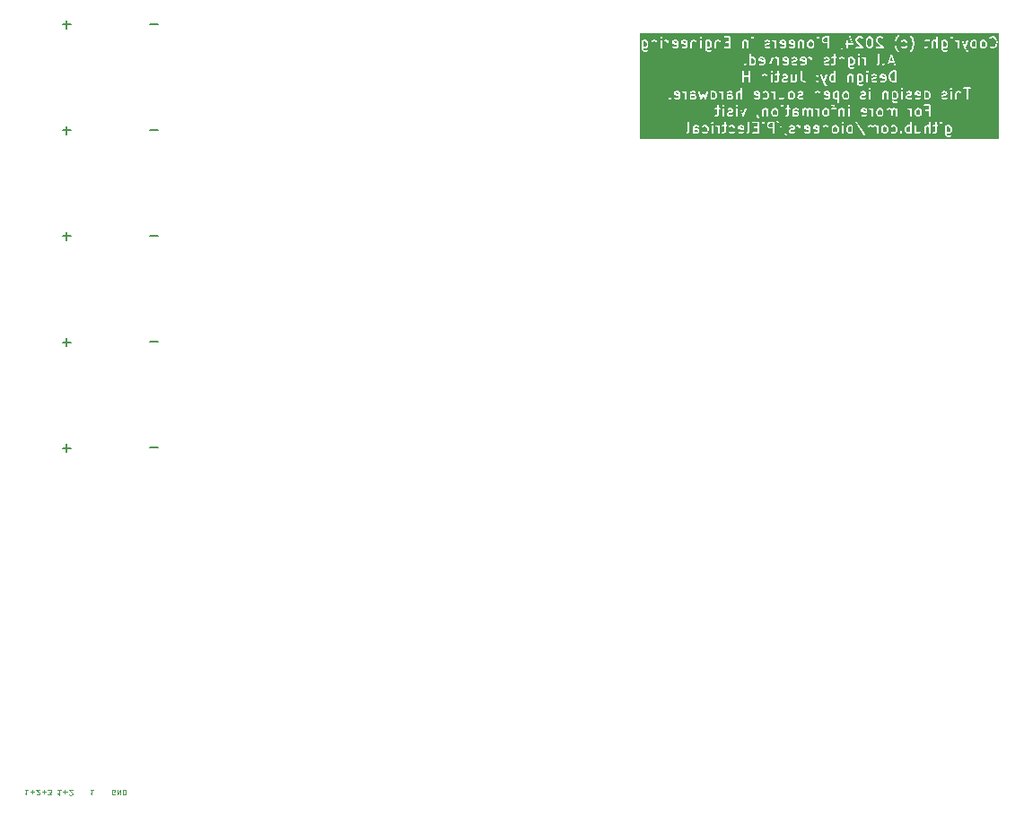
<source format=gbr>
%TF.GenerationSoftware,KiCad,Pcbnew,7.0.7*%
%TF.CreationDate,2024-02-14T01:50:22-08:00*%
%TF.ProjectId,PDB,5044422e-6b69-4636-9164-5f7063625858,rev?*%
%TF.SameCoordinates,Original*%
%TF.FileFunction,Legend,Bot*%
%TF.FilePolarity,Positive*%
%FSLAX46Y46*%
G04 Gerber Fmt 4.6, Leading zero omitted, Abs format (unit mm)*
G04 Created by KiCad (PCBNEW 7.0.7) date 2024-02-14 01:50:22*
%MOMM*%
%LPD*%
G01*
G04 APERTURE LIST*
%ADD10C,0.100000*%
%ADD11C,0.150000*%
%ADD12C,0.200000*%
G04 APERTURE END LIST*
D10*
X70332647Y-93961480D02*
X70285028Y-93985290D01*
X70285028Y-93985290D02*
X70213599Y-93985290D01*
X70213599Y-93985290D02*
X70142171Y-93961480D01*
X70142171Y-93961480D02*
X70094552Y-93913861D01*
X70094552Y-93913861D02*
X70070742Y-93866242D01*
X70070742Y-93866242D02*
X70046933Y-93771004D01*
X70046933Y-93771004D02*
X70046933Y-93699576D01*
X70046933Y-93699576D02*
X70070742Y-93604338D01*
X70070742Y-93604338D02*
X70094552Y-93556719D01*
X70094552Y-93556719D02*
X70142171Y-93509100D01*
X70142171Y-93509100D02*
X70213599Y-93485290D01*
X70213599Y-93485290D02*
X70261218Y-93485290D01*
X70261218Y-93485290D02*
X70332647Y-93509100D01*
X70332647Y-93509100D02*
X70356456Y-93532909D01*
X70356456Y-93532909D02*
X70356456Y-93699576D01*
X70356456Y-93699576D02*
X70261218Y-93699576D01*
X70570742Y-93485290D02*
X70570742Y-93985290D01*
X70570742Y-93985290D02*
X70856456Y-93485290D01*
X70856456Y-93485290D02*
X70856456Y-93985290D01*
X71094552Y-93485290D02*
X71094552Y-93985290D01*
X71094552Y-93985290D02*
X71213600Y-93985290D01*
X71213600Y-93985290D02*
X71285028Y-93961480D01*
X71285028Y-93961480D02*
X71332647Y-93913861D01*
X71332647Y-93913861D02*
X71356457Y-93866242D01*
X71356457Y-93866242D02*
X71380266Y-93771004D01*
X71380266Y-93771004D02*
X71380266Y-93699576D01*
X71380266Y-93699576D02*
X71356457Y-93604338D01*
X71356457Y-93604338D02*
X71332647Y-93556719D01*
X71332647Y-93556719D02*
X71285028Y-93509100D01*
X71285028Y-93509100D02*
X71213600Y-93485290D01*
X71213600Y-93485290D02*
X71094552Y-93485290D01*
X68316457Y-93485290D02*
X68030743Y-93485290D01*
X68173600Y-93485290D02*
X68173600Y-93985290D01*
X68173600Y-93985290D02*
X68125981Y-93913861D01*
X68125981Y-93913861D02*
X68078362Y-93866242D01*
X68078362Y-93866242D02*
X68030743Y-93842433D01*
X65228838Y-93510690D02*
X64943124Y-93510690D01*
X65085981Y-93510690D02*
X65085981Y-94010690D01*
X65085981Y-94010690D02*
X65038362Y-93939261D01*
X65038362Y-93939261D02*
X64990743Y-93891642D01*
X64990743Y-93891642D02*
X64943124Y-93867833D01*
X65443123Y-93701166D02*
X65824076Y-93701166D01*
X65633599Y-93510690D02*
X65633599Y-93891642D01*
X66038362Y-93963071D02*
X66062171Y-93986880D01*
X66062171Y-93986880D02*
X66109790Y-94010690D01*
X66109790Y-94010690D02*
X66228838Y-94010690D01*
X66228838Y-94010690D02*
X66276457Y-93986880D01*
X66276457Y-93986880D02*
X66300266Y-93963071D01*
X66300266Y-93963071D02*
X66324076Y-93915452D01*
X66324076Y-93915452D02*
X66324076Y-93867833D01*
X66324076Y-93867833D02*
X66300266Y-93796404D01*
X66300266Y-93796404D02*
X66014552Y-93510690D01*
X66014552Y-93510690D02*
X66324076Y-93510690D01*
X62141219Y-93485290D02*
X61855505Y-93485290D01*
X61998362Y-93485290D02*
X61998362Y-93985290D01*
X61998362Y-93985290D02*
X61950743Y-93913861D01*
X61950743Y-93913861D02*
X61903124Y-93866242D01*
X61903124Y-93866242D02*
X61855505Y-93842433D01*
X62355504Y-93675766D02*
X62736457Y-93675766D01*
X62545980Y-93485290D02*
X62545980Y-93866242D01*
X62950743Y-93937671D02*
X62974552Y-93961480D01*
X62974552Y-93961480D02*
X63022171Y-93985290D01*
X63022171Y-93985290D02*
X63141219Y-93985290D01*
X63141219Y-93985290D02*
X63188838Y-93961480D01*
X63188838Y-93961480D02*
X63212647Y-93937671D01*
X63212647Y-93937671D02*
X63236457Y-93890052D01*
X63236457Y-93890052D02*
X63236457Y-93842433D01*
X63236457Y-93842433D02*
X63212647Y-93771004D01*
X63212647Y-93771004D02*
X62926933Y-93485290D01*
X62926933Y-93485290D02*
X63236457Y-93485290D01*
X63450742Y-93675766D02*
X63831695Y-93675766D01*
X63641218Y-93485290D02*
X63641218Y-93866242D01*
X64022171Y-93985290D02*
X64331695Y-93985290D01*
X64331695Y-93985290D02*
X64165028Y-93794814D01*
X64165028Y-93794814D02*
X64236457Y-93794814D01*
X64236457Y-93794814D02*
X64284076Y-93771004D01*
X64284076Y-93771004D02*
X64307885Y-93747195D01*
X64307885Y-93747195D02*
X64331695Y-93699576D01*
X64331695Y-93699576D02*
X64331695Y-93580528D01*
X64331695Y-93580528D02*
X64307885Y-93532909D01*
X64307885Y-93532909D02*
X64284076Y-93509100D01*
X64284076Y-93509100D02*
X64236457Y-93485290D01*
X64236457Y-93485290D02*
X64093600Y-93485290D01*
X64093600Y-93485290D02*
X64045981Y-93509100D01*
X64045981Y-93509100D02*
X64022171Y-93532909D01*
D11*
G36*
X149088906Y-30922410D02*
G01*
X149119312Y-30952816D01*
X149153571Y-31021332D01*
X149153571Y-31271637D01*
X149119312Y-31340153D01*
X149088905Y-31370561D01*
X149020390Y-31404819D01*
X148865324Y-31404819D01*
X148827381Y-31385847D01*
X148827381Y-30907123D01*
X148865324Y-30888152D01*
X149020390Y-30888152D01*
X149088906Y-30922410D01*
G37*
G36*
X139820238Y-30907123D02*
G01*
X139820238Y-31385847D01*
X139782295Y-31404819D01*
X139627229Y-31404819D01*
X139558713Y-31370561D01*
X139528306Y-31340153D01*
X139494048Y-31271637D01*
X139494048Y-31021332D01*
X139528306Y-30952817D01*
X139558713Y-30922410D01*
X139627229Y-30888152D01*
X139782295Y-30888152D01*
X139820238Y-30907123D01*
G37*
G36*
X125038094Y-31173866D02*
G01*
X125258484Y-31173866D01*
X125315525Y-31202386D01*
X125344046Y-31259428D01*
X125344046Y-31319256D01*
X125315525Y-31376298D01*
X125258484Y-31404819D01*
X125055799Y-31404819D01*
X125017856Y-31385847D01*
X125017856Y-31170297D01*
X125038094Y-31173866D01*
G37*
G36*
X129553621Y-30916672D02*
G01*
X129582142Y-30973714D01*
X129582142Y-31054999D01*
X129255952Y-30989761D01*
X129255952Y-30973714D01*
X129284472Y-30916672D01*
X129341514Y-30888152D01*
X129496580Y-30888152D01*
X129553621Y-30916672D01*
G37*
G36*
X135791717Y-30916672D02*
G01*
X135820238Y-30973714D01*
X135820238Y-31054999D01*
X135494048Y-30989761D01*
X135494048Y-30973714D01*
X135522568Y-30916672D01*
X135579610Y-30888152D01*
X135734676Y-30888152D01*
X135791717Y-30916672D01*
G37*
G36*
X136648860Y-30916672D02*
G01*
X136677381Y-30973714D01*
X136677381Y-31054999D01*
X136351191Y-30989761D01*
X136351191Y-30973714D01*
X136379711Y-30916672D01*
X136436753Y-30888152D01*
X136591819Y-30888152D01*
X136648860Y-30916672D01*
G37*
G36*
X138422240Y-30922410D02*
G01*
X138452647Y-30952817D01*
X138486905Y-31021333D01*
X138486905Y-31271636D01*
X138452646Y-31340153D01*
X138422239Y-31370561D01*
X138353724Y-31404819D01*
X138246277Y-31404819D01*
X138177761Y-31370561D01*
X138147354Y-31340153D01*
X138113096Y-31271636D01*
X138113096Y-31021332D01*
X138147354Y-30952817D01*
X138177761Y-30922409D01*
X138246277Y-30888152D01*
X138353724Y-30888152D01*
X138422240Y-30922410D01*
G37*
G36*
X143088906Y-30922410D02*
G01*
X143119312Y-30952816D01*
X143153571Y-31021332D01*
X143153571Y-31271637D01*
X143119312Y-31340153D01*
X143088905Y-31370561D01*
X143020390Y-31404819D01*
X142912943Y-31404819D01*
X142844427Y-31370561D01*
X142814020Y-31340153D01*
X142779762Y-31271636D01*
X142779762Y-31021332D01*
X142814020Y-30952816D01*
X142844426Y-30922410D01*
X142912943Y-30888152D01*
X143020390Y-30888152D01*
X143088906Y-30922410D01*
G37*
G36*
X145344047Y-30907123D02*
G01*
X145344047Y-31385847D01*
X145306104Y-31404819D01*
X145151038Y-31404819D01*
X145082522Y-31370561D01*
X145052115Y-31340153D01*
X145017857Y-31271636D01*
X145017857Y-31021332D01*
X145052115Y-30952817D01*
X145082522Y-30922409D01*
X145151038Y-30888152D01*
X145306104Y-30888152D01*
X145344047Y-30907123D01*
G37*
G36*
X132439285Y-30928628D02*
G01*
X132151038Y-30928628D01*
X132082522Y-30894370D01*
X132052115Y-30863963D01*
X132017857Y-30795447D01*
X132017857Y-30688000D01*
X132052114Y-30619484D01*
X132082522Y-30589077D01*
X132151038Y-30554819D01*
X132439285Y-30554819D01*
X132439285Y-30928628D01*
G37*
G36*
X132731762Y-29312410D02*
G01*
X132762169Y-29342816D01*
X132796427Y-29411332D01*
X132796427Y-29661637D01*
X132762168Y-29730153D01*
X132731761Y-29760561D01*
X132663246Y-29794819D01*
X132555799Y-29794819D01*
X132487283Y-29760561D01*
X132456876Y-29730153D01*
X132422618Y-29661637D01*
X132422618Y-29411333D01*
X132456876Y-29342817D01*
X132487283Y-29312409D01*
X132555799Y-29278152D01*
X132663246Y-29278152D01*
X132731762Y-29312410D01*
G37*
G36*
X134442856Y-29563866D02*
G01*
X134663246Y-29563866D01*
X134720287Y-29592386D01*
X134748808Y-29649428D01*
X134748808Y-29709256D01*
X134720287Y-29766298D01*
X134663246Y-29794819D01*
X134460561Y-29794819D01*
X134422618Y-29775847D01*
X134422618Y-29560297D01*
X134442856Y-29563866D01*
G37*
G36*
X137541286Y-29312409D02*
G01*
X137571693Y-29342817D01*
X137605951Y-29411332D01*
X137605951Y-29661637D01*
X137571692Y-29730153D01*
X137541285Y-29760561D01*
X137472770Y-29794819D01*
X137365323Y-29794819D01*
X137296807Y-29760561D01*
X137266400Y-29730153D01*
X137232142Y-29661637D01*
X137232142Y-29411332D01*
X137266400Y-29342817D01*
X137296807Y-29312410D01*
X137365323Y-29278152D01*
X137472770Y-29278152D01*
X137541286Y-29312409D01*
G37*
G36*
X141148859Y-29306672D02*
G01*
X141177380Y-29363713D01*
X141177380Y-29444999D01*
X140851190Y-29379761D01*
X140851190Y-29363713D01*
X140879710Y-29306672D01*
X140936752Y-29278152D01*
X141091818Y-29278152D01*
X141148859Y-29306672D01*
G37*
G36*
X142636525Y-29312409D02*
G01*
X142666931Y-29342816D01*
X142701190Y-29411332D01*
X142701190Y-29661637D01*
X142666931Y-29730153D01*
X142636524Y-29760561D01*
X142568009Y-29794819D01*
X142460562Y-29794819D01*
X142392046Y-29760561D01*
X142361639Y-29730153D01*
X142327381Y-29661637D01*
X142327381Y-29411332D01*
X142361639Y-29342817D01*
X142392046Y-29312410D01*
X142460562Y-29278152D01*
X142568009Y-29278152D01*
X142636525Y-29312409D01*
G37*
G36*
X146255573Y-29312410D02*
G01*
X146285980Y-29342816D01*
X146320238Y-29411332D01*
X146320238Y-29661637D01*
X146285979Y-29730153D01*
X146255572Y-29760561D01*
X146187057Y-29794819D01*
X146079610Y-29794819D01*
X146011094Y-29760561D01*
X145980687Y-29730153D01*
X145946429Y-29661637D01*
X145946429Y-29411332D01*
X145980687Y-29342817D01*
X146011094Y-29312409D01*
X146079610Y-29278152D01*
X146187057Y-29278152D01*
X146255573Y-29312410D01*
G37*
G36*
X144041288Y-27702409D02*
G01*
X144071695Y-27732816D01*
X144105953Y-27801332D01*
X144105953Y-28051637D01*
X144071694Y-28120153D01*
X144041287Y-28150561D01*
X143972772Y-28184819D01*
X143817706Y-28184819D01*
X143779763Y-28165847D01*
X143779763Y-27687123D01*
X143817706Y-27668152D01*
X143972772Y-27668152D01*
X144041288Y-27702409D01*
G37*
G36*
X138534524Y-27687123D02*
G01*
X138534524Y-28165847D01*
X138496581Y-28184819D01*
X138341515Y-28184819D01*
X138272999Y-28150561D01*
X138242592Y-28120153D01*
X138208334Y-28051636D01*
X138208334Y-27801333D01*
X138242592Y-27732817D01*
X138272999Y-27702409D01*
X138341515Y-27668152D01*
X138496581Y-27668152D01*
X138534524Y-27687123D01*
G37*
G36*
X123506000Y-27696672D02*
G01*
X123534521Y-27753714D01*
X123534520Y-27834999D01*
X123208331Y-27769761D01*
X123208331Y-27753714D01*
X123236851Y-27696672D01*
X123293893Y-27668152D01*
X123448959Y-27668152D01*
X123506000Y-27696672D01*
G37*
G36*
X124752379Y-27953866D02*
G01*
X124972769Y-27953866D01*
X125029810Y-27982386D01*
X125058331Y-28039428D01*
X125058331Y-28099256D01*
X125029810Y-28156298D01*
X124972769Y-28184819D01*
X124770084Y-28184819D01*
X124732141Y-28165847D01*
X124732141Y-27950297D01*
X124752379Y-27953866D01*
G37*
G36*
X126946047Y-27702410D02*
G01*
X126976453Y-27732816D01*
X127010712Y-27801333D01*
X127010712Y-28051636D01*
X126976453Y-28120153D01*
X126946046Y-28150561D01*
X126877531Y-28184819D01*
X126722465Y-28184819D01*
X126684522Y-28165847D01*
X126684522Y-27687123D01*
X126722465Y-27668152D01*
X126877531Y-27668152D01*
X126946047Y-27702410D01*
G37*
G36*
X128228570Y-27953866D02*
G01*
X128448960Y-27953866D01*
X128506001Y-27982386D01*
X128534522Y-28039427D01*
X128534522Y-28099256D01*
X128506001Y-28156298D01*
X128448960Y-28184819D01*
X128246275Y-28184819D01*
X128208332Y-28165847D01*
X128208332Y-27950297D01*
X128228570Y-27953866D01*
G37*
G36*
X131029811Y-27696672D02*
G01*
X131058332Y-27753714D01*
X131058332Y-27834999D01*
X130732142Y-27769761D01*
X130732141Y-27753714D01*
X130760662Y-27696672D01*
X130817704Y-27668152D01*
X130972770Y-27668152D01*
X131029811Y-27696672D01*
G37*
G36*
X134279382Y-27702409D02*
G01*
X134309789Y-27732817D01*
X134344047Y-27801332D01*
X134344047Y-28051637D01*
X134309788Y-28120153D01*
X134279381Y-28150561D01*
X134210866Y-28184819D01*
X134103419Y-28184819D01*
X134034903Y-28150561D01*
X134004496Y-28120153D01*
X133970238Y-28051636D01*
X133970238Y-27801333D01*
X134004496Y-27732817D01*
X134034903Y-27702409D01*
X134103419Y-27668152D01*
X134210866Y-27668152D01*
X134279382Y-27702409D01*
G37*
G36*
X137648860Y-27696672D02*
G01*
X137677381Y-27753714D01*
X137677381Y-27834999D01*
X137351191Y-27769761D01*
X137351191Y-27753714D01*
X137379711Y-27696672D01*
X137436753Y-27668152D01*
X137591819Y-27668152D01*
X137648860Y-27696672D01*
G37*
G36*
X139422240Y-27702410D02*
G01*
X139452647Y-27732817D01*
X139486905Y-27801333D01*
X139486905Y-28051636D01*
X139452646Y-28120153D01*
X139422239Y-28150561D01*
X139353724Y-28184819D01*
X139246277Y-28184819D01*
X139177761Y-28150561D01*
X139147354Y-28120153D01*
X139113096Y-28051636D01*
X139113096Y-27801333D01*
X139147353Y-27732817D01*
X139177761Y-27702409D01*
X139246277Y-27668152D01*
X139353724Y-27668152D01*
X139422240Y-27702410D01*
G37*
G36*
X146220289Y-27696672D02*
G01*
X146248810Y-27753714D01*
X146248810Y-27834999D01*
X145922620Y-27769761D01*
X145922620Y-27753714D01*
X145951140Y-27696672D01*
X146008182Y-27668152D01*
X146163248Y-27668152D01*
X146220289Y-27696672D01*
G37*
G36*
X147088907Y-27702410D02*
G01*
X147119314Y-27732817D01*
X147153572Y-27801333D01*
X147153572Y-28051636D01*
X147119313Y-28120153D01*
X147088906Y-28150561D01*
X147020391Y-28184819D01*
X146865325Y-28184819D01*
X146827382Y-28165847D01*
X146827382Y-27687123D01*
X146865325Y-27668152D01*
X147020391Y-27668152D01*
X147088907Y-27702410D01*
G37*
G36*
X140755573Y-26092410D02*
G01*
X140785980Y-26122816D01*
X140820238Y-26191332D01*
X140820238Y-26441636D01*
X140785979Y-26510153D01*
X140755572Y-26540561D01*
X140687057Y-26574819D01*
X140531991Y-26574819D01*
X140494048Y-26555847D01*
X140494048Y-26077123D01*
X140531991Y-26058152D01*
X140687057Y-26058152D01*
X140755573Y-26092410D01*
G37*
G36*
X138201190Y-26077123D02*
G01*
X138201190Y-26555847D01*
X138163247Y-26574819D01*
X138008181Y-26574819D01*
X137939665Y-26540561D01*
X137909258Y-26510153D01*
X137875000Y-26441637D01*
X137875000Y-26191332D01*
X137909258Y-26122817D01*
X137939665Y-26092409D01*
X138008181Y-26058152D01*
X138163247Y-26058152D01*
X138201190Y-26077123D01*
G37*
G36*
X142934574Y-26086672D02*
G01*
X142963095Y-26143714D01*
X142963095Y-26224999D01*
X142636905Y-26159761D01*
X142636905Y-26143714D01*
X142665425Y-26086672D01*
X142722467Y-26058152D01*
X142877533Y-26058152D01*
X142934574Y-26086672D01*
G37*
G36*
X143915476Y-26574819D02*
G01*
X143764551Y-26574819D01*
X143650038Y-26536648D01*
X143575925Y-26462534D01*
X143537431Y-26385546D01*
X143494048Y-26212012D01*
X143494048Y-26087623D01*
X143537431Y-25914089D01*
X143575925Y-25837102D01*
X143650038Y-25762990D01*
X143764551Y-25724819D01*
X143915476Y-25724819D01*
X143915476Y-26574819D01*
G37*
G36*
X139946048Y-24482409D02*
G01*
X139976456Y-24512817D01*
X140010714Y-24581332D01*
X140010714Y-24831637D01*
X139976455Y-24900153D01*
X139946048Y-24930561D01*
X139877533Y-24964819D01*
X139722467Y-24964819D01*
X139684524Y-24945847D01*
X139684524Y-24467123D01*
X139722467Y-24448152D01*
X139877533Y-24448152D01*
X139946048Y-24482409D01*
G37*
G36*
X130612713Y-24482410D02*
G01*
X130643120Y-24512817D01*
X130677377Y-24581332D01*
X130677377Y-24831637D01*
X130643119Y-24900153D01*
X130612712Y-24930561D01*
X130544197Y-24964819D01*
X130389131Y-24964819D01*
X130351188Y-24945847D01*
X130351188Y-24467123D01*
X130389131Y-24448152D01*
X130544197Y-24448152D01*
X130612713Y-24482410D01*
G37*
G36*
X131506000Y-24476672D02*
G01*
X131534521Y-24533714D01*
X131534520Y-24614999D01*
X131208331Y-24549761D01*
X131208331Y-24533713D01*
X131236851Y-24476672D01*
X131293893Y-24448152D01*
X131448959Y-24448152D01*
X131506000Y-24476672D01*
G37*
G36*
X133744096Y-24476672D02*
G01*
X133772616Y-24533713D01*
X133772617Y-24614999D01*
X133446427Y-24549761D01*
X133446427Y-24533714D01*
X133474947Y-24476672D01*
X133531989Y-24448152D01*
X133687055Y-24448152D01*
X133744096Y-24476672D01*
G37*
G36*
X135410763Y-24476672D02*
G01*
X135439284Y-24533713D01*
X135439284Y-24614999D01*
X135113094Y-24549761D01*
X135113094Y-24533714D01*
X135141614Y-24476672D01*
X135198656Y-24448152D01*
X135353722Y-24448152D01*
X135410763Y-24476672D01*
G37*
G36*
X143743563Y-24679104D02*
G01*
X143475487Y-24679104D01*
X143609525Y-24276989D01*
X143743563Y-24679104D01*
G37*
G36*
X120446046Y-22872409D02*
G01*
X120476454Y-22902817D01*
X120510712Y-22971332D01*
X120510712Y-23221637D01*
X120476453Y-23290153D01*
X120446046Y-23320561D01*
X120377531Y-23354819D01*
X120222465Y-23354819D01*
X120184522Y-23335847D01*
X120184522Y-22857123D01*
X120222465Y-22838152D01*
X120377531Y-22838152D01*
X120446046Y-22872409D01*
G37*
G36*
X126446046Y-22872409D02*
G01*
X126476454Y-22902817D01*
X126510712Y-22971332D01*
X126510712Y-23221637D01*
X126476453Y-23290153D01*
X126446046Y-23320561D01*
X126377531Y-23354819D01*
X126222465Y-23354819D01*
X126184522Y-23335847D01*
X126184522Y-22857123D01*
X126222465Y-22838152D01*
X126377531Y-22838152D01*
X126446046Y-22872409D01*
G37*
G36*
X148731764Y-22872409D02*
G01*
X148762171Y-22902817D01*
X148796429Y-22971333D01*
X148796429Y-23221637D01*
X148762170Y-23290153D01*
X148731763Y-23320561D01*
X148663248Y-23354819D01*
X148508182Y-23354819D01*
X148470239Y-23335847D01*
X148470239Y-22857123D01*
X148508182Y-22838152D01*
X148663248Y-22838152D01*
X148731764Y-22872409D01*
G37*
G36*
X151510715Y-22857123D02*
G01*
X151510715Y-23335847D01*
X151472772Y-23354819D01*
X151317706Y-23354819D01*
X151249190Y-23320561D01*
X151218783Y-23290153D01*
X151184525Y-23221637D01*
X151184525Y-22971333D01*
X151218783Y-22902816D01*
X151249190Y-22872410D01*
X151317706Y-22838152D01*
X151472772Y-22838152D01*
X151510715Y-22857123D01*
G37*
G36*
X123339334Y-22866672D02*
G01*
X123367855Y-22923713D01*
X123367855Y-23004999D01*
X123041664Y-22939761D01*
X123041665Y-22923714D01*
X123070185Y-22866672D01*
X123127227Y-22838152D01*
X123282293Y-22838152D01*
X123339334Y-22866672D01*
G37*
G36*
X124196477Y-22866672D02*
G01*
X124224998Y-22923714D01*
X124224998Y-23004999D01*
X123898808Y-22939761D01*
X123898808Y-22923714D01*
X123927328Y-22866672D01*
X123984370Y-22838152D01*
X124139436Y-22838152D01*
X124196477Y-22866672D01*
G37*
G36*
X133482192Y-22866672D02*
G01*
X133510713Y-22923713D01*
X133510713Y-23004999D01*
X133184523Y-22939761D01*
X133184523Y-22923713D01*
X133213043Y-22866672D01*
X133270085Y-22838152D01*
X133425151Y-22838152D01*
X133482192Y-22866672D01*
G37*
G36*
X134339335Y-22866672D02*
G01*
X134367856Y-22923714D01*
X134367856Y-23004999D01*
X134041666Y-22939761D01*
X134041665Y-22923714D01*
X134070186Y-22866672D01*
X134127228Y-22838152D01*
X134282294Y-22838152D01*
X134339335Y-22866672D01*
G37*
G36*
X136112715Y-22872410D02*
G01*
X136143121Y-22902816D01*
X136177380Y-22971333D01*
X136177380Y-23221637D01*
X136143121Y-23290153D01*
X136112714Y-23320561D01*
X136044199Y-23354819D01*
X135936752Y-23354819D01*
X135868236Y-23320561D01*
X135837829Y-23290153D01*
X135803571Y-23221637D01*
X135803571Y-22971333D01*
X135837829Y-22902816D01*
X135868235Y-22872410D01*
X135936752Y-22838152D01*
X136044199Y-22838152D01*
X136112715Y-22872410D01*
G37*
G36*
X141636524Y-22539076D02*
G01*
X141666931Y-22569483D01*
X141705424Y-22646471D01*
X141748808Y-22820005D01*
X141748808Y-23039631D01*
X141705424Y-23213166D01*
X141666930Y-23290153D01*
X141636523Y-23320561D01*
X141568008Y-23354819D01*
X141508180Y-23354819D01*
X141439664Y-23320561D01*
X141409257Y-23290153D01*
X141370763Y-23213166D01*
X141327380Y-23039632D01*
X141327380Y-22820004D01*
X141370763Y-22646471D01*
X141409257Y-22569483D01*
X141439663Y-22539077D01*
X141508180Y-22504819D01*
X141568008Y-22504819D01*
X141636524Y-22539076D01*
G37*
G36*
X152398431Y-22872410D02*
G01*
X152428838Y-22902816D01*
X152463096Y-22971332D01*
X152463096Y-23221637D01*
X152428837Y-23290153D01*
X152398430Y-23320561D01*
X152329915Y-23354819D01*
X152222468Y-23354819D01*
X152153952Y-23320561D01*
X152123545Y-23290153D01*
X152089287Y-23221637D01*
X152089287Y-22971333D01*
X152123545Y-22902816D01*
X152153952Y-22872410D01*
X152222468Y-22838152D01*
X152329915Y-22838152D01*
X152398431Y-22872410D01*
G37*
G36*
X137605951Y-22878628D02*
G01*
X137317704Y-22878628D01*
X137249188Y-22844370D01*
X137218781Y-22813963D01*
X137184523Y-22745447D01*
X137184523Y-22638000D01*
X137218781Y-22569484D01*
X137249188Y-22539076D01*
X137317704Y-22504819D01*
X137605951Y-22504819D01*
X137605951Y-22878628D01*
G37*
G36*
X153755953Y-32031009D02*
G01*
X119891665Y-32031009D01*
X119891665Y-31501202D01*
X124251920Y-31501202D01*
X124282484Y-31542407D01*
X124332382Y-31554327D01*
X124357349Y-31546901D01*
X124452587Y-31499282D01*
X124460306Y-31491128D01*
X124470611Y-31486662D01*
X124475686Y-31479819D01*
X124867856Y-31479819D01*
X124885403Y-31528028D01*
X124929832Y-31553680D01*
X124980356Y-31544771D01*
X124986248Y-31537748D01*
X125004553Y-31546901D01*
X125009006Y-31547413D01*
X125012442Y-31550296D01*
X125038094Y-31554819D01*
X125276189Y-31554819D01*
X125280402Y-31553285D01*
X125284763Y-31554327D01*
X125309730Y-31546901D01*
X125404968Y-31499282D01*
X125412687Y-31491128D01*
X125422992Y-31486662D01*
X125438509Y-31465741D01*
X125453032Y-31436694D01*
X125725134Y-31436694D01*
X125745537Y-31483765D01*
X125766458Y-31499282D01*
X125861696Y-31546901D01*
X125866149Y-31547413D01*
X125869585Y-31550296D01*
X125895237Y-31554819D01*
X126085713Y-31554819D01*
X126089926Y-31553285D01*
X126094287Y-31554327D01*
X126119254Y-31546901D01*
X126214492Y-31499282D01*
X126215616Y-31498094D01*
X126233985Y-31485232D01*
X126239398Y-31479819D01*
X126629760Y-31479819D01*
X126647307Y-31528028D01*
X126691736Y-31553680D01*
X126742260Y-31544771D01*
X126775237Y-31505471D01*
X126779760Y-31479819D01*
X126779760Y-30813152D01*
X126775020Y-30800128D01*
X126964233Y-30800128D01*
X126973142Y-30850652D01*
X127012442Y-30883629D01*
X127038094Y-30888152D01*
X127115627Y-30888152D01*
X127184143Y-30922409D01*
X127214550Y-30952817D01*
X127248808Y-31021333D01*
X127248808Y-31479819D01*
X127266355Y-31528028D01*
X127310784Y-31553680D01*
X127361308Y-31544771D01*
X127394285Y-31505471D01*
X127398808Y-31479819D01*
X127398808Y-31466795D01*
X127583281Y-31466795D01*
X127592190Y-31517319D01*
X127631490Y-31550296D01*
X127657142Y-31554819D01*
X127752380Y-31554819D01*
X127756593Y-31553285D01*
X127760954Y-31554327D01*
X127785921Y-31546901D01*
X127881159Y-31499282D01*
X127888878Y-31491128D01*
X127899183Y-31486662D01*
X127914700Y-31465741D01*
X127929223Y-31436694D01*
X128248944Y-31436694D01*
X128269347Y-31483765D01*
X128290268Y-31499282D01*
X128385506Y-31546901D01*
X128389959Y-31547413D01*
X128393395Y-31550296D01*
X128419047Y-31554819D01*
X128609523Y-31554819D01*
X128613736Y-31553285D01*
X128618097Y-31554327D01*
X128643064Y-31546901D01*
X128738302Y-31499282D01*
X128739426Y-31498094D01*
X128757795Y-31485232D01*
X128805413Y-31437613D01*
X128806103Y-31436131D01*
X128819462Y-31418121D01*
X128867081Y-31322883D01*
X128867593Y-31318429D01*
X128870476Y-31314994D01*
X128874999Y-31289342D01*
X128874999Y-31051247D01*
X129105952Y-31051247D01*
X129110190Y-31062891D01*
X129109907Y-31075281D01*
X129118693Y-31086251D01*
X129123499Y-31099456D01*
X129134228Y-31105650D01*
X129141976Y-31115325D01*
X129166243Y-31124791D01*
X129582142Y-31207969D01*
X129582142Y-31319256D01*
X129553621Y-31376298D01*
X129496580Y-31404819D01*
X129341514Y-31404819D01*
X129262112Y-31365118D01*
X129211145Y-31359253D01*
X129168332Y-31387519D01*
X129153706Y-31436694D01*
X129174109Y-31483765D01*
X129195030Y-31499282D01*
X129290268Y-31546901D01*
X129294721Y-31547413D01*
X129298157Y-31550296D01*
X129323809Y-31554819D01*
X129514285Y-31554819D01*
X129518498Y-31553285D01*
X129522859Y-31554327D01*
X129547826Y-31546901D01*
X129639224Y-31501202D01*
X129918588Y-31501202D01*
X129949152Y-31542407D01*
X129999050Y-31554327D01*
X130024017Y-31546901D01*
X130119255Y-31499282D01*
X130126974Y-31491128D01*
X130137279Y-31486662D01*
X130152014Y-31466795D01*
X130488044Y-31466795D01*
X130496953Y-31517319D01*
X130536253Y-31550296D01*
X130561905Y-31554819D01*
X131038095Y-31554819D01*
X131056403Y-31548155D01*
X131075595Y-31544771D01*
X131079945Y-31539586D01*
X131086304Y-31537272D01*
X131096046Y-31520398D01*
X131108572Y-31505471D01*
X131110289Y-31495728D01*
X131111956Y-31492843D01*
X131111377Y-31489560D01*
X131113095Y-31479819D01*
X131439285Y-31479819D01*
X131456832Y-31528028D01*
X131501261Y-31553680D01*
X131551785Y-31544771D01*
X131584762Y-31505471D01*
X131589285Y-31479819D01*
X131589285Y-30813152D01*
X131867857Y-30813152D01*
X131869390Y-30817365D01*
X131868349Y-30821726D01*
X131875775Y-30846693D01*
X131923394Y-30941931D01*
X131924583Y-30943056D01*
X131937443Y-30961423D01*
X131985062Y-31009042D01*
X131986543Y-31009733D01*
X132004554Y-31023091D01*
X132099792Y-31070710D01*
X132104245Y-31071222D01*
X132107681Y-31074105D01*
X132133333Y-31078628D01*
X132439285Y-31078628D01*
X132439285Y-31479819D01*
X132456832Y-31528028D01*
X132501261Y-31553680D01*
X132551785Y-31544771D01*
X132584762Y-31505471D01*
X132589285Y-31479819D01*
X132589285Y-30479819D01*
X132582621Y-30461510D01*
X132580583Y-30449950D01*
X132774749Y-30449950D01*
X132785215Y-30473802D01*
X133642357Y-31759517D01*
X133683699Y-31789896D01*
X133734895Y-31786595D01*
X133771992Y-31751156D01*
X133777631Y-31700165D01*
X133767165Y-31676312D01*
X133540931Y-31336961D01*
X133915476Y-31336961D01*
X133917009Y-31341173D01*
X133915967Y-31345535D01*
X133923394Y-31370502D01*
X133971013Y-31465741D01*
X133979166Y-31473460D01*
X133983633Y-31483765D01*
X134004554Y-31499282D01*
X134099792Y-31546901D01*
X134104245Y-31547413D01*
X134107681Y-31550296D01*
X134133333Y-31554819D01*
X134323809Y-31554819D01*
X134328022Y-31553285D01*
X134332383Y-31554327D01*
X134357350Y-31546901D01*
X134452588Y-31499282D01*
X134487860Y-31462028D01*
X134490935Y-31410818D01*
X134460371Y-31369612D01*
X134410472Y-31357692D01*
X134385506Y-31365118D01*
X134306104Y-31404819D01*
X134151038Y-31404819D01*
X134093996Y-31376298D01*
X134065476Y-31319256D01*
X134065476Y-31307046D01*
X134093996Y-31250005D01*
X134151038Y-31221485D01*
X134276190Y-31221485D01*
X134280403Y-31219951D01*
X134284764Y-31220993D01*
X134309731Y-31213567D01*
X134404969Y-31165948D01*
X134412688Y-31157794D01*
X134422993Y-31153328D01*
X134438510Y-31132407D01*
X134486129Y-31037169D01*
X134486641Y-31032715D01*
X134489524Y-31029280D01*
X134494047Y-31003628D01*
X134494047Y-30956009D01*
X134492513Y-30951795D01*
X134493555Y-30947434D01*
X134486129Y-30922468D01*
X134438510Y-30827230D01*
X134430356Y-30819510D01*
X134425890Y-30809206D01*
X134413650Y-30800128D01*
X134630901Y-30800128D01*
X134639810Y-30850652D01*
X134679110Y-30883629D01*
X134704762Y-30888152D01*
X134782295Y-30888152D01*
X134850811Y-30922410D01*
X134881218Y-30952817D01*
X134915476Y-31021333D01*
X134915476Y-31479819D01*
X134933023Y-31528028D01*
X134977452Y-31553680D01*
X135027976Y-31544771D01*
X135060953Y-31505471D01*
X135065476Y-31479819D01*
X135065476Y-31051247D01*
X135344048Y-31051247D01*
X135348286Y-31062891D01*
X135348003Y-31075281D01*
X135356789Y-31086251D01*
X135361595Y-31099456D01*
X135372324Y-31105650D01*
X135380072Y-31115325D01*
X135404339Y-31124791D01*
X135820238Y-31207969D01*
X135820238Y-31319256D01*
X135791717Y-31376298D01*
X135734676Y-31404819D01*
X135579610Y-31404819D01*
X135500208Y-31365118D01*
X135449241Y-31359253D01*
X135406428Y-31387519D01*
X135391802Y-31436694D01*
X135412205Y-31483765D01*
X135433126Y-31499282D01*
X135528364Y-31546901D01*
X135532817Y-31547413D01*
X135536253Y-31550296D01*
X135561905Y-31554819D01*
X135752381Y-31554819D01*
X135756594Y-31553285D01*
X135760955Y-31554327D01*
X135785922Y-31546901D01*
X135881160Y-31499282D01*
X135888879Y-31491128D01*
X135899184Y-31486662D01*
X135914701Y-31465741D01*
X135962320Y-31370502D01*
X135962832Y-31366048D01*
X135965715Y-31362613D01*
X135970238Y-31336961D01*
X135970238Y-31051247D01*
X136201191Y-31051247D01*
X136205429Y-31062891D01*
X136205146Y-31075281D01*
X136213932Y-31086251D01*
X136218738Y-31099456D01*
X136229467Y-31105650D01*
X136237215Y-31115325D01*
X136261482Y-31124791D01*
X136677381Y-31207969D01*
X136677381Y-31319256D01*
X136648860Y-31376298D01*
X136591819Y-31404819D01*
X136436753Y-31404819D01*
X136357351Y-31365118D01*
X136306384Y-31359253D01*
X136263571Y-31387519D01*
X136248945Y-31436694D01*
X136269348Y-31483765D01*
X136290269Y-31499282D01*
X136385507Y-31546901D01*
X136389960Y-31547413D01*
X136393396Y-31550296D01*
X136419048Y-31554819D01*
X136609524Y-31554819D01*
X136613737Y-31553285D01*
X136618098Y-31554327D01*
X136643065Y-31546901D01*
X136738303Y-31499282D01*
X136746022Y-31491128D01*
X136756327Y-31486662D01*
X136761402Y-31479819D01*
X137105953Y-31479819D01*
X137123500Y-31528028D01*
X137167929Y-31553680D01*
X137218453Y-31544771D01*
X137251430Y-31505471D01*
X137255953Y-31479819D01*
X137255953Y-30973714D01*
X137284473Y-30916672D01*
X137341515Y-30888152D01*
X137448962Y-30888152D01*
X137517478Y-30922410D01*
X137534524Y-30939456D01*
X137534524Y-31479819D01*
X137552071Y-31528028D01*
X137596500Y-31553680D01*
X137647024Y-31544771D01*
X137680001Y-31505471D01*
X137684524Y-31479819D01*
X137684524Y-31289342D01*
X137963096Y-31289342D01*
X137964629Y-31293555D01*
X137963588Y-31297916D01*
X137971014Y-31322883D01*
X138018633Y-31418121D01*
X138019821Y-31419246D01*
X138032681Y-31437612D01*
X138080300Y-31485232D01*
X138081781Y-31485922D01*
X138099793Y-31499282D01*
X138195031Y-31546901D01*
X138199484Y-31547413D01*
X138202920Y-31550296D01*
X138228572Y-31554819D01*
X138371429Y-31554819D01*
X138375642Y-31553285D01*
X138380003Y-31554327D01*
X138404970Y-31546901D01*
X138500208Y-31499282D01*
X138501332Y-31498094D01*
X138519701Y-31485232D01*
X138525114Y-31479819D01*
X138915476Y-31479819D01*
X138933023Y-31528028D01*
X138977452Y-31553680D01*
X139027976Y-31544771D01*
X139060953Y-31505471D01*
X139065476Y-31479819D01*
X139065476Y-31289342D01*
X139344048Y-31289342D01*
X139345581Y-31293555D01*
X139344540Y-31297916D01*
X139351966Y-31322883D01*
X139399585Y-31418121D01*
X139400773Y-31419246D01*
X139413633Y-31437612D01*
X139461252Y-31485232D01*
X139462733Y-31485922D01*
X139480745Y-31499282D01*
X139575983Y-31546901D01*
X139580436Y-31547413D01*
X139583872Y-31550296D01*
X139609524Y-31554819D01*
X139800000Y-31554819D01*
X139804213Y-31553285D01*
X139808574Y-31554327D01*
X139820238Y-31550857D01*
X139820238Y-31813152D01*
X139837785Y-31861361D01*
X139882214Y-31887013D01*
X139932738Y-31878104D01*
X139965715Y-31838804D01*
X139970238Y-31813152D01*
X139970238Y-30813152D01*
X139952691Y-30764943D01*
X139908262Y-30739291D01*
X139857738Y-30748200D01*
X139851845Y-30755222D01*
X139833541Y-30746070D01*
X139829087Y-30745557D01*
X139825652Y-30742675D01*
X139800000Y-30738152D01*
X139609524Y-30738152D01*
X139605310Y-30739685D01*
X139600949Y-30738644D01*
X139575983Y-30746070D01*
X139480745Y-30793689D01*
X139479619Y-30794878D01*
X139461253Y-30807738D01*
X139413634Y-30855357D01*
X139412943Y-30856838D01*
X139399585Y-30874849D01*
X139351966Y-30970087D01*
X139351453Y-30974540D01*
X139348571Y-30977976D01*
X139344048Y-31003628D01*
X139344048Y-31289342D01*
X139065476Y-31289342D01*
X139065476Y-30813152D01*
X139047929Y-30764943D01*
X139003500Y-30739291D01*
X138952976Y-30748200D01*
X138919999Y-30787500D01*
X138915476Y-30813152D01*
X138915476Y-31479819D01*
X138525114Y-31479819D01*
X138567319Y-31437613D01*
X138568009Y-31436131D01*
X138581368Y-31418121D01*
X138628987Y-31322883D01*
X138629499Y-31318429D01*
X138632382Y-31314994D01*
X138636905Y-31289342D01*
X138636905Y-31003628D01*
X138635371Y-30999414D01*
X138636413Y-30995053D01*
X138628987Y-30970087D01*
X138581368Y-30874849D01*
X138580178Y-30873723D01*
X138567319Y-30855357D01*
X138519700Y-30807738D01*
X138518218Y-30807047D01*
X138500208Y-30793689D01*
X138404970Y-30746070D01*
X138400516Y-30745557D01*
X138397081Y-30742675D01*
X138371429Y-30738152D01*
X138228572Y-30738152D01*
X138224358Y-30739685D01*
X138219997Y-30738644D01*
X138195031Y-30746070D01*
X138099793Y-30793689D01*
X138098667Y-30794878D01*
X138080301Y-30807738D01*
X138032682Y-30855357D01*
X138031991Y-30856838D01*
X138018633Y-30874849D01*
X137971014Y-30970087D01*
X137970501Y-30974540D01*
X137967619Y-30977976D01*
X137963096Y-31003628D01*
X137963096Y-31289342D01*
X137684524Y-31289342D01*
X137684524Y-30813152D01*
X137666977Y-30764943D01*
X137622548Y-30739291D01*
X137572024Y-30748200D01*
X137552057Y-30771994D01*
X137500208Y-30746070D01*
X137495754Y-30745557D01*
X137492319Y-30742675D01*
X137466667Y-30738152D01*
X137323810Y-30738152D01*
X137319596Y-30739685D01*
X137315235Y-30738644D01*
X137290269Y-30746070D01*
X137195031Y-30793689D01*
X137187311Y-30801842D01*
X137177007Y-30806309D01*
X137161490Y-30827230D01*
X137113871Y-30922468D01*
X137113358Y-30926921D01*
X137110476Y-30930357D01*
X137105953Y-30956009D01*
X137105953Y-31479819D01*
X136761402Y-31479819D01*
X136771844Y-31465741D01*
X136819463Y-31370502D01*
X136819975Y-31366048D01*
X136822858Y-31362613D01*
X136827381Y-31336961D01*
X136827381Y-30956009D01*
X136825847Y-30951795D01*
X136826889Y-30947434D01*
X136819463Y-30922468D01*
X136771844Y-30827230D01*
X136763690Y-30819510D01*
X136759224Y-30809206D01*
X136738303Y-30793689D01*
X136643065Y-30746070D01*
X136638611Y-30745557D01*
X136635176Y-30742675D01*
X136609524Y-30738152D01*
X136419048Y-30738152D01*
X136414834Y-30739685D01*
X136410473Y-30738644D01*
X136385507Y-30746070D01*
X136290269Y-30793689D01*
X136282549Y-30801842D01*
X136272245Y-30806309D01*
X136256728Y-30827230D01*
X136209109Y-30922468D01*
X136208596Y-30926921D01*
X136205714Y-30930357D01*
X136201191Y-30956009D01*
X136201191Y-31051247D01*
X135970238Y-31051247D01*
X135970238Y-30956009D01*
X135968704Y-30951795D01*
X135969746Y-30947434D01*
X135962320Y-30922468D01*
X135914701Y-30827230D01*
X135906547Y-30819510D01*
X135902081Y-30809206D01*
X135881160Y-30793689D01*
X135785922Y-30746070D01*
X135781468Y-30745557D01*
X135778033Y-30742675D01*
X135752381Y-30738152D01*
X135561905Y-30738152D01*
X135557691Y-30739685D01*
X135553330Y-30738644D01*
X135528364Y-30746070D01*
X135433126Y-30793689D01*
X135425406Y-30801842D01*
X135415102Y-30806309D01*
X135399585Y-30827230D01*
X135351966Y-30922468D01*
X135351453Y-30926921D01*
X135348571Y-30930357D01*
X135344048Y-30956009D01*
X135344048Y-31051247D01*
X135065476Y-31051247D01*
X135065476Y-30813152D01*
X135047929Y-30764943D01*
X135003500Y-30739291D01*
X134952976Y-30748200D01*
X134919999Y-30787500D01*
X134919707Y-30789153D01*
X134833541Y-30746070D01*
X134829087Y-30745557D01*
X134825652Y-30742675D01*
X134800000Y-30738152D01*
X134704762Y-30738152D01*
X134656553Y-30755699D01*
X134630901Y-30800128D01*
X134413650Y-30800128D01*
X134404969Y-30793689D01*
X134309731Y-30746070D01*
X134305277Y-30745557D01*
X134301842Y-30742675D01*
X134276190Y-30738152D01*
X134133333Y-30738152D01*
X134129119Y-30739685D01*
X134124758Y-30738644D01*
X134099792Y-30746070D01*
X134004554Y-30793689D01*
X133969282Y-30830943D01*
X133966207Y-30882154D01*
X133996771Y-30923359D01*
X134046669Y-30935279D01*
X134071636Y-30927853D01*
X134151038Y-30888152D01*
X134258485Y-30888152D01*
X134315526Y-30916672D01*
X134344047Y-30973714D01*
X134344047Y-30985922D01*
X134315526Y-31042964D01*
X134258485Y-31071485D01*
X134133333Y-31071485D01*
X134129119Y-31073018D01*
X134124758Y-31071977D01*
X134099792Y-31079403D01*
X134004554Y-31127022D01*
X133996834Y-31135175D01*
X133986530Y-31139642D01*
X133971013Y-31160563D01*
X133923394Y-31255801D01*
X133922881Y-31260254D01*
X133919999Y-31263690D01*
X133915476Y-31289342D01*
X133915476Y-31336961D01*
X133540931Y-31336961D01*
X132996892Y-30520902D01*
X138868143Y-30520902D01*
X138873185Y-30539721D01*
X138874884Y-30559134D01*
X138880557Y-30567236D01*
X138881420Y-30570456D01*
X138884150Y-30572367D01*
X138889824Y-30580471D01*
X138937443Y-30628090D01*
X138955101Y-30636323D01*
X138971065Y-30647502D01*
X138974481Y-30647203D01*
X138977452Y-30648918D01*
X138980831Y-30648322D01*
X138983939Y-30649771D01*
X139002758Y-30644728D01*
X139022172Y-30643030D01*
X139025985Y-30640360D01*
X139027976Y-30640009D01*
X139030097Y-30637480D01*
X139030274Y-30637356D01*
X139033494Y-30636494D01*
X139035405Y-30633764D01*
X139043509Y-30628090D01*
X139091128Y-30580471D01*
X139099363Y-30562810D01*
X139110539Y-30546849D01*
X139109949Y-30540107D01*
X139112809Y-30533975D01*
X139107766Y-30515153D01*
X139106068Y-30495742D01*
X139100394Y-30487639D01*
X139099532Y-30484420D01*
X139096802Y-30482508D01*
X139091128Y-30474405D01*
X139066673Y-30449950D01*
X140155702Y-30449950D01*
X140166168Y-30473802D01*
X141023310Y-31759517D01*
X141064652Y-31789896D01*
X141115848Y-31786595D01*
X141152945Y-31751156D01*
X141158584Y-31700165D01*
X141148118Y-31676312D01*
X141112361Y-31622676D01*
X148677381Y-31622676D01*
X148678914Y-31626889D01*
X148677873Y-31631250D01*
X148685299Y-31656217D01*
X148732918Y-31751455D01*
X148734107Y-31752580D01*
X148746967Y-31770947D01*
X148794586Y-31818566D01*
X148796067Y-31819257D01*
X148814078Y-31832615D01*
X148909316Y-31880234D01*
X148913769Y-31880746D01*
X148917205Y-31883629D01*
X148942857Y-31888152D01*
X149085714Y-31888152D01*
X149089927Y-31886618D01*
X149094288Y-31887660D01*
X149119255Y-31880234D01*
X149214493Y-31832615D01*
X149249765Y-31795361D01*
X149252840Y-31744151D01*
X149222276Y-31702945D01*
X149172377Y-31691025D01*
X149147411Y-31698451D01*
X149068009Y-31738152D01*
X148960562Y-31738152D01*
X148892046Y-31703893D01*
X148861639Y-31673486D01*
X148827381Y-31604970D01*
X148827381Y-31551250D01*
X148847619Y-31554819D01*
X149038095Y-31554819D01*
X149042308Y-31553285D01*
X149046669Y-31554327D01*
X149071636Y-31546901D01*
X149166874Y-31499282D01*
X149167998Y-31498094D01*
X149186367Y-31485232D01*
X149233985Y-31437613D01*
X149234675Y-31436131D01*
X149248034Y-31418121D01*
X149295653Y-31322883D01*
X149296165Y-31318429D01*
X149299048Y-31314994D01*
X149303571Y-31289342D01*
X149303571Y-31003628D01*
X149302037Y-30999414D01*
X149303079Y-30995053D01*
X149295653Y-30970087D01*
X149248034Y-30874849D01*
X149246844Y-30873723D01*
X149233985Y-30855357D01*
X149186366Y-30807738D01*
X149184884Y-30807047D01*
X149166874Y-30793689D01*
X149071636Y-30746070D01*
X149067182Y-30745557D01*
X149063747Y-30742675D01*
X149038095Y-30738152D01*
X148847619Y-30738152D01*
X148843405Y-30739685D01*
X148839044Y-30738644D01*
X148814078Y-30746070D01*
X148794285Y-30755966D01*
X148765405Y-30739291D01*
X148714881Y-30748200D01*
X148681904Y-30787500D01*
X148677381Y-30813152D01*
X148677381Y-31622676D01*
X141112361Y-31622676D01*
X141017123Y-31479819D01*
X141344047Y-31479819D01*
X141361594Y-31528028D01*
X141406023Y-31553680D01*
X141456547Y-31544771D01*
X141489524Y-31505471D01*
X141494047Y-31479819D01*
X141494047Y-30973713D01*
X141522567Y-30916672D01*
X141579610Y-30888152D01*
X141687057Y-30888152D01*
X141744098Y-30916672D01*
X141772619Y-30973713D01*
X141772619Y-31479819D01*
X141790166Y-31528028D01*
X141834595Y-31553680D01*
X141885119Y-31544771D01*
X141918096Y-31505471D01*
X141922619Y-31479819D01*
X141922619Y-30973713D01*
X141951139Y-30916672D01*
X142008181Y-30888152D01*
X142115628Y-30888152D01*
X142184144Y-30922410D01*
X142201190Y-30939455D01*
X142201190Y-31479819D01*
X142218737Y-31528028D01*
X142263166Y-31553680D01*
X142313690Y-31544771D01*
X142346667Y-31505471D01*
X142351190Y-31479819D01*
X142351190Y-31289342D01*
X142629762Y-31289342D01*
X142631295Y-31293555D01*
X142630254Y-31297916D01*
X142637680Y-31322883D01*
X142685299Y-31418121D01*
X142686487Y-31419246D01*
X142699347Y-31437612D01*
X142746966Y-31485232D01*
X142748447Y-31485922D01*
X142766459Y-31499282D01*
X142861697Y-31546901D01*
X142866150Y-31547413D01*
X142869586Y-31550296D01*
X142895238Y-31554819D01*
X143038095Y-31554819D01*
X143042308Y-31553285D01*
X143046669Y-31554327D01*
X143071636Y-31546901D01*
X143166874Y-31499282D01*
X143167998Y-31498094D01*
X143186367Y-31485232D01*
X143233985Y-31437613D01*
X143234413Y-31436694D01*
X143534659Y-31436694D01*
X143555062Y-31483765D01*
X143575983Y-31499282D01*
X143671221Y-31546901D01*
X143675674Y-31547413D01*
X143679110Y-31550296D01*
X143704762Y-31554819D01*
X143895238Y-31554819D01*
X143899451Y-31553285D01*
X143903812Y-31554327D01*
X143928779Y-31546901D01*
X144024017Y-31499282D01*
X144025141Y-31498094D01*
X144043510Y-31485232D01*
X144091128Y-31437613D01*
X144091818Y-31436131D01*
X144099582Y-31425664D01*
X144391952Y-31425664D01*
X144396994Y-31444484D01*
X144398693Y-31463896D01*
X144404366Y-31471998D01*
X144405229Y-31475219D01*
X144407960Y-31477131D01*
X144413633Y-31485233D01*
X144461252Y-31532852D01*
X144478910Y-31541085D01*
X144494874Y-31552264D01*
X144498290Y-31551965D01*
X144501261Y-31553680D01*
X144504640Y-31553084D01*
X144507748Y-31554533D01*
X144526567Y-31549490D01*
X144545981Y-31547792D01*
X144549794Y-31545122D01*
X144551785Y-31544771D01*
X144553906Y-31542242D01*
X144554083Y-31542118D01*
X144557303Y-31541256D01*
X144559214Y-31538526D01*
X144567318Y-31532852D01*
X144614937Y-31485233D01*
X144623171Y-31467574D01*
X144634348Y-31451612D01*
X144633758Y-31444869D01*
X144636618Y-31438737D01*
X144631575Y-31419918D01*
X144629878Y-31400505D01*
X144624203Y-31392400D01*
X144623341Y-31389182D01*
X144620611Y-31387270D01*
X144614937Y-31379167D01*
X144567319Y-31331548D01*
X144549661Y-31323314D01*
X144533696Y-31312135D01*
X144530279Y-31312433D01*
X144527309Y-31310719D01*
X144523929Y-31311314D01*
X144520822Y-31309866D01*
X144502002Y-31314908D01*
X144482588Y-31316607D01*
X144478774Y-31319277D01*
X144476785Y-31319628D01*
X144474663Y-31322155D01*
X144474485Y-31322280D01*
X144471267Y-31323143D01*
X144469355Y-31325872D01*
X144461251Y-31331548D01*
X144413632Y-31379168D01*
X144405398Y-31396825D01*
X144394221Y-31412789D01*
X144394811Y-31419532D01*
X144391952Y-31425664D01*
X144099582Y-31425664D01*
X144105177Y-31418121D01*
X144152796Y-31322883D01*
X144153308Y-31318429D01*
X144156191Y-31314994D01*
X144160714Y-31289342D01*
X144867857Y-31289342D01*
X144869390Y-31293555D01*
X144868349Y-31297916D01*
X144875775Y-31322883D01*
X144923394Y-31418121D01*
X144924582Y-31419246D01*
X144937442Y-31437612D01*
X144985061Y-31485232D01*
X144986542Y-31485922D01*
X145004554Y-31499282D01*
X145099792Y-31546901D01*
X145104245Y-31547413D01*
X145107681Y-31550296D01*
X145133333Y-31554819D01*
X145323809Y-31554819D01*
X145328022Y-31553285D01*
X145332383Y-31554327D01*
X145357350Y-31546901D01*
X145377142Y-31537004D01*
X145406023Y-31553680D01*
X145456547Y-31544771D01*
X145489524Y-31505471D01*
X145494047Y-31479819D01*
X145820238Y-31479819D01*
X145837785Y-31528028D01*
X145882214Y-31553680D01*
X145932738Y-31544771D01*
X145952704Y-31520976D01*
X146004554Y-31546901D01*
X146009007Y-31547413D01*
X146012443Y-31550296D01*
X146038095Y-31554819D01*
X146180952Y-31554819D01*
X146185165Y-31553285D01*
X146189526Y-31554327D01*
X146214493Y-31546901D01*
X146309731Y-31499282D01*
X146317450Y-31491128D01*
X146327755Y-31486662D01*
X146332830Y-31479819D01*
X146725000Y-31479819D01*
X146742547Y-31528028D01*
X146786976Y-31553680D01*
X146837500Y-31544771D01*
X146870477Y-31505471D01*
X146875000Y-31479819D01*
X146875000Y-30973713D01*
X146903520Y-30916672D01*
X146960562Y-30888152D01*
X147068009Y-30888152D01*
X147136525Y-30922410D01*
X147153571Y-30939456D01*
X147153571Y-31479819D01*
X147171118Y-31528028D01*
X147215547Y-31553680D01*
X147266071Y-31544771D01*
X147299048Y-31505471D01*
X147303571Y-31479819D01*
X147303571Y-31466795D01*
X147488044Y-31466795D01*
X147496953Y-31517319D01*
X147536253Y-31550296D01*
X147561905Y-31554819D01*
X147657143Y-31554819D01*
X147661356Y-31553285D01*
X147665717Y-31554327D01*
X147690684Y-31546901D01*
X147785922Y-31499282D01*
X147793641Y-31491128D01*
X147803946Y-31486662D01*
X147809021Y-31479819D01*
X148201190Y-31479819D01*
X148218737Y-31528028D01*
X148263166Y-31553680D01*
X148313690Y-31544771D01*
X148346667Y-31505471D01*
X148351190Y-31479819D01*
X148351190Y-30813152D01*
X148333643Y-30764943D01*
X148289214Y-30739291D01*
X148238690Y-30748200D01*
X148205713Y-30787500D01*
X148201190Y-30813152D01*
X148201190Y-31479819D01*
X147809021Y-31479819D01*
X147819463Y-31465741D01*
X147867082Y-31370502D01*
X147867594Y-31366048D01*
X147870477Y-31362613D01*
X147875000Y-31336961D01*
X147875000Y-30888152D01*
X147942857Y-30888152D01*
X147991066Y-30870605D01*
X148016718Y-30826176D01*
X148007809Y-30775652D01*
X147968509Y-30742675D01*
X147942857Y-30738152D01*
X147875000Y-30738152D01*
X147875000Y-30520902D01*
X148153857Y-30520902D01*
X148158899Y-30539721D01*
X148160598Y-30559134D01*
X148166271Y-30567236D01*
X148167134Y-30570456D01*
X148169864Y-30572367D01*
X148175538Y-30580471D01*
X148223157Y-30628090D01*
X148240815Y-30636323D01*
X148256779Y-30647502D01*
X148260195Y-30647203D01*
X148263166Y-30648918D01*
X148266545Y-30648322D01*
X148269653Y-30649771D01*
X148288472Y-30644728D01*
X148307886Y-30643030D01*
X148311699Y-30640360D01*
X148313690Y-30640009D01*
X148315811Y-30637480D01*
X148315988Y-30637356D01*
X148319208Y-30636494D01*
X148321119Y-30633764D01*
X148329223Y-30628090D01*
X148376842Y-30580471D01*
X148385077Y-30562810D01*
X148396253Y-30546849D01*
X148395663Y-30540107D01*
X148398523Y-30533975D01*
X148393480Y-30515153D01*
X148391782Y-30495742D01*
X148386108Y-30487639D01*
X148385246Y-30484420D01*
X148382516Y-30482508D01*
X148376842Y-30474405D01*
X148329223Y-30426786D01*
X148311562Y-30418551D01*
X148295601Y-30407375D01*
X148292185Y-30407673D01*
X148289214Y-30405958D01*
X148285833Y-30406554D01*
X148282726Y-30405105D01*
X148263904Y-30410147D01*
X148244494Y-30411846D01*
X148240680Y-30414515D01*
X148238690Y-30414867D01*
X148236568Y-30417395D01*
X148236391Y-30417519D01*
X148233172Y-30418382D01*
X148231260Y-30421112D01*
X148223157Y-30426786D01*
X148175538Y-30474405D01*
X148167304Y-30492062D01*
X148156126Y-30508027D01*
X148156716Y-30514770D01*
X148153857Y-30520902D01*
X147875000Y-30520902D01*
X147875000Y-30479819D01*
X147857453Y-30431610D01*
X147813024Y-30405958D01*
X147762500Y-30414867D01*
X147729523Y-30454167D01*
X147725000Y-30479819D01*
X147725000Y-30738152D01*
X147561905Y-30738152D01*
X147513696Y-30755699D01*
X147488044Y-30800128D01*
X147496953Y-30850652D01*
X147536253Y-30883629D01*
X147561905Y-30888152D01*
X147725000Y-30888152D01*
X147725000Y-31319256D01*
X147696479Y-31376298D01*
X147639438Y-31404819D01*
X147561905Y-31404819D01*
X147513696Y-31422366D01*
X147488044Y-31466795D01*
X147303571Y-31466795D01*
X147303571Y-30479819D01*
X147286024Y-30431610D01*
X147241595Y-30405958D01*
X147191071Y-30414867D01*
X147158094Y-30454167D01*
X147153571Y-30479819D01*
X147153571Y-30763228D01*
X147119255Y-30746070D01*
X147114801Y-30745557D01*
X147111366Y-30742675D01*
X147085714Y-30738152D01*
X146942857Y-30738152D01*
X146938643Y-30739685D01*
X146934282Y-30738644D01*
X146909316Y-30746070D01*
X146814078Y-30793689D01*
X146806358Y-30801842D01*
X146796054Y-30806309D01*
X146780537Y-30827230D01*
X146732918Y-30922468D01*
X146732405Y-30926921D01*
X146729523Y-30930357D01*
X146725000Y-30956009D01*
X146725000Y-31479819D01*
X146332830Y-31479819D01*
X146343272Y-31465741D01*
X146390891Y-31370502D01*
X146391403Y-31366048D01*
X146394286Y-31362613D01*
X146398809Y-31336961D01*
X146398809Y-30813152D01*
X146381262Y-30764943D01*
X146336833Y-30739291D01*
X146286309Y-30748200D01*
X146253332Y-30787500D01*
X146248809Y-30813152D01*
X146248809Y-31319256D01*
X146220288Y-31376298D01*
X146163247Y-31404819D01*
X146055800Y-31404819D01*
X145987284Y-31370561D01*
X145970238Y-31353514D01*
X145970238Y-30813152D01*
X145952691Y-30764943D01*
X145908262Y-30739291D01*
X145857738Y-30748200D01*
X145824761Y-30787500D01*
X145820238Y-30813152D01*
X145820238Y-31479819D01*
X145494047Y-31479819D01*
X145494047Y-30479819D01*
X145476500Y-30431610D01*
X145432071Y-30405958D01*
X145381547Y-30414867D01*
X145348570Y-30454167D01*
X145344047Y-30479819D01*
X145344047Y-30741720D01*
X145323809Y-30738152D01*
X145133333Y-30738152D01*
X145129119Y-30739685D01*
X145124758Y-30738644D01*
X145099792Y-30746070D01*
X145004554Y-30793689D01*
X145003428Y-30794878D01*
X144985062Y-30807738D01*
X144937443Y-30855357D01*
X144936752Y-30856838D01*
X144923394Y-30874849D01*
X144875775Y-30970087D01*
X144875262Y-30974540D01*
X144872380Y-30977976D01*
X144867857Y-31003628D01*
X144867857Y-31289342D01*
X144160714Y-31289342D01*
X144160714Y-31003628D01*
X144159180Y-30999414D01*
X144160222Y-30995053D01*
X144152796Y-30970087D01*
X144105177Y-30874849D01*
X144103987Y-30873723D01*
X144091128Y-30855357D01*
X144043509Y-30807738D01*
X144042027Y-30807047D01*
X144024017Y-30793689D01*
X143928779Y-30746070D01*
X143924325Y-30745557D01*
X143920890Y-30742675D01*
X143895238Y-30738152D01*
X143704762Y-30738152D01*
X143700548Y-30739685D01*
X143696187Y-30738644D01*
X143671221Y-30746070D01*
X143575983Y-30793689D01*
X143540711Y-30830943D01*
X143537636Y-30882154D01*
X143568200Y-30923359D01*
X143618098Y-30935279D01*
X143643065Y-30927853D01*
X143722467Y-30888152D01*
X143877533Y-30888152D01*
X143946048Y-30922409D01*
X143976456Y-30952817D01*
X144010714Y-31021332D01*
X144010714Y-31271636D01*
X143976455Y-31340153D01*
X143946048Y-31370561D01*
X143877533Y-31404819D01*
X143722467Y-31404819D01*
X143643065Y-31365118D01*
X143592098Y-31359253D01*
X143549285Y-31387519D01*
X143534659Y-31436694D01*
X143234413Y-31436694D01*
X143234675Y-31436131D01*
X143248034Y-31418121D01*
X143295653Y-31322883D01*
X143296165Y-31318429D01*
X143299048Y-31314994D01*
X143303571Y-31289342D01*
X143303571Y-31003628D01*
X143302037Y-30999414D01*
X143303079Y-30995053D01*
X143295653Y-30970087D01*
X143248034Y-30874849D01*
X143246844Y-30873723D01*
X143233985Y-30855357D01*
X143186366Y-30807738D01*
X143184884Y-30807047D01*
X143166874Y-30793689D01*
X143071636Y-30746070D01*
X143067182Y-30745557D01*
X143063747Y-30742675D01*
X143038095Y-30738152D01*
X142895238Y-30738152D01*
X142891024Y-30739685D01*
X142886663Y-30738644D01*
X142861697Y-30746070D01*
X142766459Y-30793689D01*
X142765333Y-30794878D01*
X142746967Y-30807738D01*
X142699348Y-30855357D01*
X142698657Y-30856838D01*
X142685299Y-30874849D01*
X142637680Y-30970087D01*
X142637167Y-30974540D01*
X142634285Y-30977976D01*
X142629762Y-31003628D01*
X142629762Y-31289342D01*
X142351190Y-31289342D01*
X142351190Y-30813152D01*
X142333643Y-30764943D01*
X142289214Y-30739291D01*
X142238690Y-30748200D01*
X142218723Y-30771994D01*
X142166874Y-30746070D01*
X142162420Y-30745557D01*
X142158985Y-30742675D01*
X142133333Y-30738152D01*
X141990476Y-30738152D01*
X141986262Y-30739685D01*
X141981901Y-30738644D01*
X141956935Y-30746070D01*
X141861697Y-30793689D01*
X141853977Y-30801842D01*
X141848017Y-30804425D01*
X141833541Y-30793689D01*
X141738303Y-30746070D01*
X141733849Y-30745557D01*
X141730414Y-30742675D01*
X141704762Y-30738152D01*
X141561905Y-30738152D01*
X141557691Y-30739685D01*
X141553331Y-30738644D01*
X141528364Y-30746070D01*
X141433125Y-30793689D01*
X141425405Y-30801842D01*
X141415101Y-30806309D01*
X141399584Y-30827230D01*
X141351965Y-30922468D01*
X141351452Y-30926921D01*
X141348570Y-30930357D01*
X141344047Y-30956009D01*
X141344047Y-31479819D01*
X141017123Y-31479819D01*
X140290976Y-30390598D01*
X140249634Y-30360219D01*
X140198438Y-30363520D01*
X140161341Y-30398958D01*
X140155702Y-30449950D01*
X139066673Y-30449950D01*
X139043509Y-30426786D01*
X139025848Y-30418551D01*
X139009887Y-30407375D01*
X139006471Y-30407673D01*
X139003500Y-30405958D01*
X139000119Y-30406554D01*
X138997012Y-30405105D01*
X138978190Y-30410147D01*
X138958780Y-30411846D01*
X138954966Y-30414515D01*
X138952976Y-30414867D01*
X138950854Y-30417395D01*
X138950677Y-30417519D01*
X138947458Y-30418382D01*
X138945546Y-30421112D01*
X138937443Y-30426786D01*
X138889824Y-30474405D01*
X138881590Y-30492062D01*
X138870412Y-30508027D01*
X138871002Y-30514770D01*
X138868143Y-30520902D01*
X132996892Y-30520902D01*
X132910023Y-30390598D01*
X132868681Y-30360219D01*
X132817485Y-30363520D01*
X132780388Y-30398958D01*
X132774749Y-30449950D01*
X132580583Y-30449950D01*
X132579237Y-30442319D01*
X132574052Y-30437968D01*
X132571738Y-30431610D01*
X132554864Y-30421867D01*
X132539937Y-30409342D01*
X132530194Y-30407624D01*
X132527309Y-30405958D01*
X132524026Y-30406536D01*
X132514285Y-30404819D01*
X132133333Y-30404819D01*
X132129119Y-30406352D01*
X132124758Y-30405311D01*
X132099792Y-30412737D01*
X132004554Y-30460356D01*
X132003428Y-30461545D01*
X131985062Y-30474405D01*
X131937443Y-30522024D01*
X131936752Y-30523505D01*
X131923394Y-30541516D01*
X131875775Y-30636754D01*
X131875262Y-30641207D01*
X131872380Y-30644643D01*
X131867857Y-30670295D01*
X131867857Y-30813152D01*
X131589285Y-30813152D01*
X131571738Y-30764943D01*
X131527309Y-30739291D01*
X131476785Y-30748200D01*
X131443808Y-30787500D01*
X131439285Y-30813152D01*
X131439285Y-31479819D01*
X131113095Y-31479819D01*
X131113095Y-30520902D01*
X131391952Y-30520902D01*
X131396994Y-30539721D01*
X131398693Y-30559134D01*
X131404366Y-30567236D01*
X131405229Y-30570456D01*
X131407959Y-30572367D01*
X131413633Y-30580471D01*
X131461252Y-30628090D01*
X131478910Y-30636323D01*
X131494874Y-30647502D01*
X131498290Y-30647203D01*
X131501261Y-30648918D01*
X131504640Y-30648322D01*
X131507748Y-30649771D01*
X131526567Y-30644728D01*
X131545981Y-30643030D01*
X131549794Y-30640360D01*
X131551785Y-30640009D01*
X131553906Y-30637480D01*
X131554083Y-30637356D01*
X131557303Y-30636494D01*
X131559214Y-30633764D01*
X131567318Y-30628090D01*
X131614937Y-30580471D01*
X131623172Y-30562810D01*
X131634348Y-30546849D01*
X131633758Y-30540107D01*
X131636618Y-30533975D01*
X131631575Y-30515153D01*
X131629877Y-30495742D01*
X131624203Y-30487639D01*
X131623341Y-30484420D01*
X131620611Y-30482508D01*
X131614937Y-30474405D01*
X131567318Y-30426786D01*
X131549657Y-30418551D01*
X131533696Y-30407375D01*
X131530280Y-30407673D01*
X131527309Y-30405958D01*
X131523928Y-30406554D01*
X131520821Y-30405105D01*
X131501999Y-30410147D01*
X131482589Y-30411846D01*
X131478775Y-30414515D01*
X131476785Y-30414867D01*
X131474663Y-30417395D01*
X131474486Y-30417519D01*
X131471267Y-30418382D01*
X131469355Y-30421112D01*
X131461252Y-30426786D01*
X131413633Y-30474405D01*
X131405399Y-30492062D01*
X131394221Y-30508027D01*
X131394811Y-30514770D01*
X131391952Y-30520902D01*
X131113095Y-30520902D01*
X131113095Y-30479819D01*
X131106431Y-30461510D01*
X131103047Y-30442319D01*
X131097862Y-30437968D01*
X131095548Y-30431610D01*
X131078674Y-30421867D01*
X131063747Y-30409342D01*
X131054004Y-30407624D01*
X131051119Y-30405958D01*
X131047836Y-30406536D01*
X131038095Y-30404819D01*
X130561905Y-30404819D01*
X130513696Y-30422366D01*
X130488044Y-30466795D01*
X130496953Y-30517319D01*
X130536253Y-30550296D01*
X130561905Y-30554819D01*
X130963095Y-30554819D01*
X130963095Y-30881009D01*
X130704762Y-30881009D01*
X130656553Y-30898556D01*
X130630901Y-30942985D01*
X130639810Y-30993509D01*
X130679110Y-31026486D01*
X130704762Y-31031009D01*
X130963095Y-31031009D01*
X130963095Y-31404819D01*
X130561905Y-31404819D01*
X130513696Y-31422366D01*
X130488044Y-31466795D01*
X130152014Y-31466795D01*
X130152796Y-31465741D01*
X130200415Y-31370502D01*
X130200927Y-31366048D01*
X130203810Y-31362613D01*
X130208333Y-31336961D01*
X130208333Y-30479819D01*
X130190786Y-30431610D01*
X130146357Y-30405958D01*
X130095833Y-30414867D01*
X130062856Y-30454167D01*
X130058333Y-30479819D01*
X130058333Y-31319256D01*
X130029812Y-31376298D01*
X129956935Y-31412737D01*
X129921663Y-31449991D01*
X129918588Y-31501202D01*
X129639224Y-31501202D01*
X129643064Y-31499282D01*
X129650783Y-31491128D01*
X129661088Y-31486662D01*
X129676605Y-31465741D01*
X129724224Y-31370502D01*
X129724736Y-31366048D01*
X129727619Y-31362613D01*
X129732142Y-31336961D01*
X129732142Y-30956009D01*
X129730608Y-30951795D01*
X129731650Y-30947434D01*
X129724224Y-30922468D01*
X129676605Y-30827230D01*
X129668451Y-30819510D01*
X129663985Y-30809206D01*
X129643064Y-30793689D01*
X129547826Y-30746070D01*
X129543372Y-30745557D01*
X129539937Y-30742675D01*
X129514285Y-30738152D01*
X129323809Y-30738152D01*
X129319595Y-30739685D01*
X129315234Y-30738644D01*
X129290268Y-30746070D01*
X129195030Y-30793689D01*
X129187310Y-30801842D01*
X129177006Y-30806309D01*
X129161489Y-30827230D01*
X129113870Y-30922468D01*
X129113357Y-30926921D01*
X129110475Y-30930357D01*
X129105952Y-30956009D01*
X129105952Y-31051247D01*
X128874999Y-31051247D01*
X128874999Y-31003628D01*
X128873465Y-30999414D01*
X128874507Y-30995053D01*
X128867081Y-30970087D01*
X128819462Y-30874849D01*
X128818272Y-30873723D01*
X128805413Y-30855357D01*
X128757794Y-30807738D01*
X128756312Y-30807047D01*
X128738302Y-30793689D01*
X128643064Y-30746070D01*
X128638610Y-30745557D01*
X128635175Y-30742675D01*
X128609523Y-30738152D01*
X128419047Y-30738152D01*
X128414833Y-30739685D01*
X128410472Y-30738644D01*
X128385506Y-30746070D01*
X128290268Y-30793689D01*
X128254996Y-30830943D01*
X128251921Y-30882154D01*
X128282485Y-30923359D01*
X128332383Y-30935279D01*
X128357350Y-30927853D01*
X128436752Y-30888152D01*
X128591818Y-30888152D01*
X128660334Y-30922410D01*
X128690741Y-30952817D01*
X128724998Y-31021332D01*
X128724998Y-31271637D01*
X128690740Y-31340153D01*
X128660333Y-31370561D01*
X128591818Y-31404819D01*
X128436752Y-31404819D01*
X128357350Y-31365118D01*
X128306383Y-31359253D01*
X128263570Y-31387519D01*
X128248944Y-31436694D01*
X127929223Y-31436694D01*
X127962319Y-31370502D01*
X127962831Y-31366048D01*
X127965714Y-31362613D01*
X127970237Y-31336961D01*
X127970237Y-30888152D01*
X128038094Y-30888152D01*
X128086303Y-30870605D01*
X128111955Y-30826176D01*
X128103046Y-30775652D01*
X128063746Y-30742675D01*
X128038094Y-30738152D01*
X127970237Y-30738152D01*
X127970237Y-30479819D01*
X127952690Y-30431610D01*
X127908261Y-30405958D01*
X127857737Y-30414867D01*
X127824760Y-30454167D01*
X127820237Y-30479819D01*
X127820237Y-30738152D01*
X127657142Y-30738152D01*
X127608933Y-30755699D01*
X127583281Y-30800128D01*
X127592190Y-30850652D01*
X127631490Y-30883629D01*
X127657142Y-30888152D01*
X127820237Y-30888152D01*
X127820237Y-31319256D01*
X127791716Y-31376298D01*
X127734675Y-31404819D01*
X127657142Y-31404819D01*
X127608933Y-31422366D01*
X127583281Y-31466795D01*
X127398808Y-31466795D01*
X127398808Y-30813152D01*
X127381261Y-30764943D01*
X127336832Y-30739291D01*
X127286308Y-30748200D01*
X127253331Y-30787500D01*
X127253039Y-30789153D01*
X127166873Y-30746070D01*
X127162419Y-30745557D01*
X127158984Y-30742675D01*
X127133332Y-30738152D01*
X127038094Y-30738152D01*
X126989885Y-30755699D01*
X126964233Y-30800128D01*
X126775020Y-30800128D01*
X126762213Y-30764943D01*
X126717784Y-30739291D01*
X126667260Y-30748200D01*
X126634283Y-30787500D01*
X126629760Y-30813152D01*
X126629760Y-31479819D01*
X126239398Y-31479819D01*
X126281603Y-31437613D01*
X126282293Y-31436131D01*
X126295652Y-31418121D01*
X126343271Y-31322883D01*
X126343783Y-31318429D01*
X126346666Y-31314994D01*
X126351189Y-31289342D01*
X126351189Y-31003628D01*
X126349655Y-30999414D01*
X126350697Y-30995053D01*
X126343271Y-30970087D01*
X126295652Y-30874849D01*
X126294462Y-30873723D01*
X126281603Y-30855357D01*
X126233984Y-30807738D01*
X126232502Y-30807047D01*
X126214492Y-30793689D01*
X126119254Y-30746070D01*
X126114800Y-30745557D01*
X126111365Y-30742675D01*
X126085713Y-30738152D01*
X125895237Y-30738152D01*
X125891023Y-30739685D01*
X125886662Y-30738644D01*
X125861696Y-30746070D01*
X125766458Y-30793689D01*
X125731186Y-30830943D01*
X125728111Y-30882154D01*
X125758675Y-30923359D01*
X125808573Y-30935279D01*
X125833540Y-30927853D01*
X125912942Y-30888152D01*
X126068008Y-30888152D01*
X126136524Y-30922410D01*
X126166930Y-30952816D01*
X126201189Y-31021332D01*
X126201189Y-31271637D01*
X126166930Y-31340153D01*
X126136523Y-31370561D01*
X126068008Y-31404819D01*
X125912942Y-31404819D01*
X125833540Y-31365118D01*
X125782573Y-31359253D01*
X125739760Y-31387519D01*
X125725134Y-31436694D01*
X125453032Y-31436694D01*
X125486128Y-31370502D01*
X125486640Y-31366048D01*
X125489523Y-31362613D01*
X125494046Y-31336961D01*
X125494046Y-31241723D01*
X125492512Y-31237509D01*
X125493554Y-31233148D01*
X125486128Y-31208182D01*
X125438509Y-31112944D01*
X125430355Y-31105224D01*
X125425889Y-31094920D01*
X125404968Y-31079403D01*
X125309730Y-31031784D01*
X125305276Y-31031271D01*
X125301841Y-31028389D01*
X125276189Y-31023866D01*
X125055799Y-31023866D01*
X125017856Y-31004894D01*
X125017856Y-30973713D01*
X125046376Y-30916672D01*
X125103418Y-30888152D01*
X125258484Y-30888152D01*
X125337886Y-30927853D01*
X125388852Y-30933718D01*
X125431665Y-30905452D01*
X125446292Y-30856277D01*
X125425889Y-30809206D01*
X125404968Y-30793689D01*
X125309730Y-30746070D01*
X125305276Y-30745557D01*
X125301841Y-30742675D01*
X125276189Y-30738152D01*
X125085713Y-30738152D01*
X125081499Y-30739685D01*
X125077138Y-30738644D01*
X125052172Y-30746070D01*
X124956934Y-30793689D01*
X124949214Y-30801842D01*
X124938910Y-30806309D01*
X124923393Y-30827230D01*
X124875774Y-30922468D01*
X124875261Y-30926921D01*
X124872379Y-30930357D01*
X124867856Y-30956009D01*
X124867856Y-31479819D01*
X124475686Y-31479819D01*
X124486128Y-31465741D01*
X124533747Y-31370502D01*
X124534259Y-31366048D01*
X124537142Y-31362613D01*
X124541665Y-31336961D01*
X124541665Y-30520902D01*
X126582427Y-30520902D01*
X126587469Y-30539721D01*
X126589168Y-30559134D01*
X126594841Y-30567236D01*
X126595704Y-30570456D01*
X126598434Y-30572367D01*
X126604108Y-30580471D01*
X126651727Y-30628090D01*
X126669385Y-30636323D01*
X126685349Y-30647502D01*
X126688765Y-30647203D01*
X126691736Y-30648918D01*
X126695115Y-30648322D01*
X126698223Y-30649771D01*
X126717042Y-30644728D01*
X126736456Y-30643030D01*
X126740269Y-30640360D01*
X126742260Y-30640009D01*
X126744381Y-30637480D01*
X126744558Y-30637356D01*
X126747778Y-30636494D01*
X126749689Y-30633764D01*
X126757793Y-30628090D01*
X126805412Y-30580471D01*
X126813647Y-30562810D01*
X126824823Y-30546849D01*
X126824233Y-30540107D01*
X126827093Y-30533975D01*
X126822050Y-30515153D01*
X126820352Y-30495742D01*
X126814678Y-30487639D01*
X126813816Y-30484420D01*
X126811086Y-30482508D01*
X126805412Y-30474405D01*
X126757793Y-30426786D01*
X126740132Y-30418551D01*
X126724171Y-30407375D01*
X126720755Y-30407673D01*
X126717784Y-30405958D01*
X126714403Y-30406554D01*
X126711296Y-30405105D01*
X126692474Y-30410147D01*
X126673064Y-30411846D01*
X126669250Y-30414515D01*
X126667260Y-30414867D01*
X126665138Y-30417395D01*
X126664961Y-30417519D01*
X126661742Y-30418382D01*
X126659830Y-30421112D01*
X126651727Y-30426786D01*
X126604108Y-30474405D01*
X126595874Y-30492062D01*
X126584696Y-30508027D01*
X126585286Y-30514770D01*
X126582427Y-30520902D01*
X124541665Y-30520902D01*
X124541665Y-30479819D01*
X124524118Y-30431610D01*
X124479689Y-30405958D01*
X124429165Y-30414867D01*
X124396188Y-30454167D01*
X124391665Y-30479819D01*
X124391665Y-31319256D01*
X124363144Y-31376298D01*
X124290267Y-31412737D01*
X124254995Y-31449991D01*
X124251920Y-31501202D01*
X119891665Y-31501202D01*
X119891665Y-29856795D01*
X126940424Y-29856795D01*
X126949333Y-29907319D01*
X126988633Y-29940296D01*
X127014285Y-29944819D01*
X127109523Y-29944819D01*
X127113736Y-29943285D01*
X127118097Y-29944327D01*
X127143064Y-29936901D01*
X127238302Y-29889282D01*
X127246021Y-29881128D01*
X127256326Y-29876662D01*
X127261401Y-29869819D01*
X127653570Y-29869819D01*
X127671117Y-29918028D01*
X127715546Y-29943680D01*
X127766070Y-29934771D01*
X127799047Y-29895471D01*
X127803570Y-29869819D01*
X127803570Y-29726961D01*
X128082142Y-29726961D01*
X128083675Y-29731173D01*
X128082633Y-29735535D01*
X128090060Y-29760502D01*
X128137679Y-29855741D01*
X128145832Y-29863460D01*
X128150299Y-29873765D01*
X128171220Y-29889282D01*
X128266458Y-29936901D01*
X128270911Y-29937413D01*
X128274347Y-29940296D01*
X128299999Y-29944819D01*
X128490475Y-29944819D01*
X128494688Y-29943285D01*
X128499049Y-29944327D01*
X128524016Y-29936901D01*
X128619254Y-29889282D01*
X128637682Y-29869819D01*
X128939284Y-29869819D01*
X128956831Y-29918028D01*
X129001260Y-29943680D01*
X129051784Y-29934771D01*
X129084761Y-29895471D01*
X129089284Y-29869819D01*
X129089284Y-29203152D01*
X129089119Y-29202698D01*
X129320238Y-29202698D01*
X129324606Y-29228377D01*
X129562701Y-29895044D01*
X129563009Y-29895415D01*
X129563012Y-29895896D01*
X129579339Y-29915117D01*
X129595440Y-29934543D01*
X129595912Y-29934629D01*
X129596225Y-29934997D01*
X129621138Y-29939234D01*
X129645909Y-29943757D01*
X129646326Y-29943519D01*
X129646802Y-29943600D01*
X129668620Y-29930826D01*
X129690493Y-29918374D01*
X129690659Y-29917924D01*
X129691075Y-29917681D01*
X129703963Y-29895044D01*
X129712972Y-29869819D01*
X130891665Y-29869819D01*
X130893198Y-29874032D01*
X130892157Y-29878393D01*
X130899583Y-29903360D01*
X130947202Y-29998598D01*
X130948391Y-29999723D01*
X130961251Y-30018090D01*
X131008870Y-30065709D01*
X131055366Y-30087390D01*
X131104921Y-30074113D01*
X131134347Y-30032087D01*
X131129876Y-29980980D01*
X131114936Y-29959643D01*
X131075923Y-29920630D01*
X131050518Y-29869819D01*
X131415475Y-29869819D01*
X131433022Y-29918028D01*
X131477451Y-29943680D01*
X131527975Y-29934771D01*
X131560952Y-29895471D01*
X131565475Y-29869819D01*
X131565474Y-29363714D01*
X131593995Y-29306672D01*
X131651037Y-29278152D01*
X131758484Y-29278152D01*
X131827000Y-29312409D01*
X131844046Y-29329456D01*
X131844046Y-29869819D01*
X131861593Y-29918028D01*
X131906022Y-29943680D01*
X131956546Y-29934771D01*
X131989523Y-29895471D01*
X131994046Y-29869819D01*
X131994046Y-29679342D01*
X132272618Y-29679342D01*
X132274151Y-29683555D01*
X132273110Y-29687916D01*
X132280536Y-29712883D01*
X132328155Y-29808121D01*
X132329343Y-29809246D01*
X132342203Y-29827612D01*
X132389822Y-29875232D01*
X132391303Y-29875922D01*
X132409315Y-29889282D01*
X132504553Y-29936901D01*
X132509006Y-29937413D01*
X132512442Y-29940296D01*
X132538094Y-29944819D01*
X132680951Y-29944819D01*
X132685164Y-29943285D01*
X132689525Y-29944327D01*
X132714492Y-29936901D01*
X132809730Y-29889282D01*
X132810854Y-29888094D01*
X132829223Y-29875232D01*
X132834636Y-29869819D01*
X133224998Y-29869819D01*
X133242545Y-29918028D01*
X133286974Y-29943680D01*
X133337498Y-29934771D01*
X133370475Y-29895471D01*
X133374998Y-29869819D01*
X133374998Y-29856795D01*
X133559471Y-29856795D01*
X133568380Y-29907319D01*
X133607680Y-29940296D01*
X133633332Y-29944819D01*
X133728570Y-29944819D01*
X133732783Y-29943285D01*
X133737144Y-29944327D01*
X133762111Y-29936901D01*
X133857349Y-29889282D01*
X133865068Y-29881128D01*
X133875373Y-29876662D01*
X133880448Y-29869819D01*
X134272618Y-29869819D01*
X134290165Y-29918028D01*
X134334594Y-29943680D01*
X134385118Y-29934771D01*
X134391010Y-29927748D01*
X134409315Y-29936901D01*
X134413768Y-29937413D01*
X134417204Y-29940296D01*
X134442856Y-29944819D01*
X134680951Y-29944819D01*
X134685164Y-29943285D01*
X134689525Y-29944327D01*
X134714492Y-29936901D01*
X134809730Y-29889282D01*
X134817449Y-29881128D01*
X134827754Y-29876662D01*
X134832829Y-29869819D01*
X135177379Y-29869819D01*
X135194926Y-29918028D01*
X135239355Y-29943680D01*
X135289879Y-29934771D01*
X135322856Y-29895471D01*
X135327379Y-29869819D01*
X135327379Y-29363713D01*
X135355899Y-29306672D01*
X135412942Y-29278152D01*
X135520389Y-29278152D01*
X135577430Y-29306672D01*
X135605951Y-29363713D01*
X135605951Y-29869819D01*
X135623498Y-29918028D01*
X135667927Y-29943680D01*
X135718451Y-29934771D01*
X135751428Y-29895471D01*
X135755951Y-29869819D01*
X135755951Y-29363713D01*
X135784471Y-29306672D01*
X135841513Y-29278152D01*
X135948960Y-29278152D01*
X136017476Y-29312410D01*
X136034522Y-29329456D01*
X136034522Y-29869819D01*
X136052069Y-29918028D01*
X136096498Y-29943680D01*
X136147022Y-29934771D01*
X136179999Y-29895471D01*
X136184522Y-29869819D01*
X136184522Y-29203152D01*
X136179782Y-29190128D01*
X136368995Y-29190128D01*
X136377904Y-29240652D01*
X136417204Y-29273629D01*
X136442856Y-29278152D01*
X136520389Y-29278152D01*
X136588904Y-29312409D01*
X136619312Y-29342817D01*
X136653570Y-29411332D01*
X136653570Y-29869819D01*
X136671117Y-29918028D01*
X136715546Y-29943680D01*
X136766070Y-29934771D01*
X136799047Y-29895471D01*
X136803570Y-29869819D01*
X136803570Y-29679342D01*
X137082142Y-29679342D01*
X137083675Y-29683555D01*
X137082634Y-29687916D01*
X137090060Y-29712883D01*
X137137679Y-29808121D01*
X137138867Y-29809246D01*
X137151727Y-29827612D01*
X137199346Y-29875232D01*
X137200827Y-29875922D01*
X137218839Y-29889282D01*
X137314077Y-29936901D01*
X137318530Y-29937413D01*
X137321966Y-29940296D01*
X137347618Y-29944819D01*
X137490475Y-29944819D01*
X137494688Y-29943285D01*
X137499049Y-29944327D01*
X137524016Y-29936901D01*
X137619254Y-29889282D01*
X137620378Y-29888094D01*
X137638747Y-29875232D01*
X137686365Y-29827613D01*
X137687055Y-29826131D01*
X137700414Y-29808121D01*
X137748033Y-29712883D01*
X137748545Y-29708429D01*
X137751428Y-29704994D01*
X137755951Y-29679342D01*
X137755951Y-29393628D01*
X137754417Y-29389414D01*
X137755459Y-29385053D01*
X137748033Y-29360087D01*
X137700414Y-29264849D01*
X137699224Y-29263723D01*
X137686365Y-29245357D01*
X137638746Y-29197738D01*
X137637264Y-29197047D01*
X137627935Y-29190128D01*
X137892805Y-29190128D01*
X137901714Y-29240652D01*
X137941014Y-29273629D01*
X137966666Y-29278152D01*
X138129761Y-29278152D01*
X138129761Y-29869819D01*
X138147308Y-29918028D01*
X138191737Y-29943680D01*
X138242261Y-29934771D01*
X138275238Y-29895471D01*
X138279761Y-29869819D01*
X138605952Y-29869819D01*
X138623499Y-29918028D01*
X138667928Y-29943680D01*
X138718452Y-29934771D01*
X138751429Y-29895471D01*
X138755952Y-29869819D01*
X138755952Y-29363714D01*
X138784472Y-29306672D01*
X138841514Y-29278152D01*
X138948961Y-29278152D01*
X139017476Y-29312409D01*
X139034523Y-29329456D01*
X139034523Y-29869819D01*
X139052070Y-29918028D01*
X139096499Y-29943680D01*
X139147023Y-29934771D01*
X139180000Y-29895471D01*
X139184523Y-29869819D01*
X139510713Y-29869819D01*
X139528260Y-29918028D01*
X139572689Y-29943680D01*
X139623213Y-29934771D01*
X139656190Y-29895471D01*
X139660713Y-29869819D01*
X139660713Y-29441247D01*
X140701190Y-29441247D01*
X140705428Y-29452891D01*
X140705145Y-29465281D01*
X140713931Y-29476251D01*
X140718737Y-29489456D01*
X140729466Y-29495650D01*
X140737214Y-29505325D01*
X140761481Y-29514791D01*
X141177380Y-29597969D01*
X141177380Y-29709256D01*
X141148859Y-29766298D01*
X141091818Y-29794819D01*
X140936752Y-29794819D01*
X140857350Y-29755118D01*
X140806383Y-29749253D01*
X140763570Y-29777519D01*
X140748944Y-29826694D01*
X140769347Y-29873765D01*
X140790268Y-29889282D01*
X140885506Y-29936901D01*
X140889959Y-29937413D01*
X140893395Y-29940296D01*
X140919047Y-29944819D01*
X141109523Y-29944819D01*
X141113736Y-29943285D01*
X141118097Y-29944327D01*
X141143064Y-29936901D01*
X141238302Y-29889282D01*
X141246021Y-29881128D01*
X141256326Y-29876662D01*
X141271843Y-29855741D01*
X141319462Y-29760502D01*
X141319974Y-29756048D01*
X141322857Y-29752613D01*
X141327380Y-29726961D01*
X141327380Y-29346009D01*
X141325846Y-29341795D01*
X141326888Y-29337434D01*
X141319462Y-29312468D01*
X141271843Y-29217230D01*
X141263689Y-29209510D01*
X141259223Y-29199206D01*
X141246983Y-29190128D01*
X141464234Y-29190128D01*
X141473143Y-29240652D01*
X141512443Y-29273629D01*
X141538095Y-29278152D01*
X141615628Y-29278152D01*
X141684143Y-29312409D01*
X141714551Y-29342817D01*
X141748809Y-29411332D01*
X141748809Y-29869819D01*
X141766356Y-29918028D01*
X141810785Y-29943680D01*
X141861309Y-29934771D01*
X141894286Y-29895471D01*
X141898809Y-29869819D01*
X141898809Y-29679342D01*
X142177381Y-29679342D01*
X142178914Y-29683555D01*
X142177873Y-29687916D01*
X142185299Y-29712883D01*
X142232918Y-29808121D01*
X142234106Y-29809246D01*
X142246966Y-29827612D01*
X142294585Y-29875232D01*
X142296066Y-29875922D01*
X142314078Y-29889282D01*
X142409316Y-29936901D01*
X142413769Y-29937413D01*
X142417205Y-29940296D01*
X142442857Y-29944819D01*
X142585714Y-29944819D01*
X142589927Y-29943285D01*
X142594288Y-29944327D01*
X142619255Y-29936901D01*
X142714493Y-29889282D01*
X142715617Y-29888094D01*
X142733986Y-29875232D01*
X142739399Y-29869819D01*
X143129761Y-29869819D01*
X143147308Y-29918028D01*
X143191737Y-29943680D01*
X143242261Y-29934771D01*
X143275238Y-29895471D01*
X143279761Y-29869819D01*
X143279761Y-29363713D01*
X143308281Y-29306672D01*
X143365324Y-29278152D01*
X143472771Y-29278152D01*
X143529812Y-29306672D01*
X143558333Y-29363714D01*
X143558333Y-29869819D01*
X143575880Y-29918028D01*
X143620309Y-29943680D01*
X143670833Y-29934771D01*
X143703810Y-29895471D01*
X143708333Y-29869819D01*
X143708333Y-29363714D01*
X143736853Y-29306672D01*
X143793895Y-29278152D01*
X143901342Y-29278152D01*
X143969858Y-29312409D01*
X143986904Y-29329456D01*
X143986904Y-29869819D01*
X144004451Y-29918028D01*
X144048880Y-29943680D01*
X144099404Y-29934771D01*
X144132381Y-29895471D01*
X144136904Y-29869819D01*
X144136904Y-29203152D01*
X144132164Y-29190128D01*
X145083282Y-29190128D01*
X145092191Y-29240652D01*
X145131491Y-29273629D01*
X145157143Y-29278152D01*
X145234676Y-29278152D01*
X145303192Y-29312409D01*
X145333599Y-29342817D01*
X145367857Y-29411332D01*
X145367857Y-29869819D01*
X145385404Y-29918028D01*
X145429833Y-29943680D01*
X145480357Y-29934771D01*
X145513334Y-29895471D01*
X145517857Y-29869819D01*
X145517857Y-29679342D01*
X145796429Y-29679342D01*
X145797962Y-29683555D01*
X145796921Y-29687916D01*
X145804347Y-29712883D01*
X145851966Y-29808121D01*
X145853154Y-29809246D01*
X145866014Y-29827612D01*
X145913633Y-29875232D01*
X145915114Y-29875922D01*
X145933126Y-29889282D01*
X146028364Y-29936901D01*
X146032817Y-29937413D01*
X146036253Y-29940296D01*
X146061905Y-29944819D01*
X146204762Y-29944819D01*
X146208975Y-29943285D01*
X146213336Y-29944327D01*
X146238303Y-29936901D01*
X146333541Y-29889282D01*
X146334665Y-29888094D01*
X146353034Y-29875232D01*
X146400652Y-29827613D01*
X146401342Y-29826131D01*
X146414701Y-29808121D01*
X146462320Y-29712883D01*
X146462832Y-29708429D01*
X146465715Y-29704994D01*
X146470238Y-29679342D01*
X146470238Y-29393628D01*
X146468704Y-29389414D01*
X146469746Y-29385053D01*
X146462320Y-29360087D01*
X146414701Y-29264849D01*
X146413511Y-29263723D01*
X146400652Y-29245357D01*
X146353033Y-29197738D01*
X146351551Y-29197047D01*
X146333541Y-29183689D01*
X146238303Y-29136070D01*
X146233849Y-29135557D01*
X146230414Y-29132675D01*
X146204762Y-29128152D01*
X146061905Y-29128152D01*
X146057691Y-29129685D01*
X146053330Y-29128644D01*
X146028364Y-29136070D01*
X145933126Y-29183689D01*
X145932000Y-29184878D01*
X145913634Y-29197738D01*
X145866015Y-29245357D01*
X145865324Y-29246838D01*
X145851966Y-29264849D01*
X145804347Y-29360087D01*
X145803834Y-29364540D01*
X145800952Y-29367976D01*
X145796429Y-29393628D01*
X145796429Y-29679342D01*
X145517857Y-29679342D01*
X145517857Y-29203152D01*
X145500310Y-29154943D01*
X145455881Y-29129291D01*
X145405357Y-29138200D01*
X145372380Y-29177500D01*
X145372088Y-29179153D01*
X145285922Y-29136070D01*
X145281468Y-29135557D01*
X145278033Y-29132675D01*
X145252381Y-29128152D01*
X145157143Y-29128152D01*
X145108934Y-29145699D01*
X145083282Y-29190128D01*
X144132164Y-29190128D01*
X144119357Y-29154943D01*
X144074928Y-29129291D01*
X144024404Y-29138200D01*
X144004437Y-29161994D01*
X143952588Y-29136070D01*
X143948134Y-29135557D01*
X143944699Y-29132675D01*
X143919047Y-29128152D01*
X143776190Y-29128152D01*
X143771976Y-29129685D01*
X143767615Y-29128644D01*
X143742649Y-29136070D01*
X143647411Y-29183689D01*
X143639691Y-29191842D01*
X143633731Y-29194425D01*
X143619255Y-29183689D01*
X143524017Y-29136070D01*
X143519563Y-29135557D01*
X143516128Y-29132675D01*
X143490476Y-29128152D01*
X143347619Y-29128152D01*
X143343405Y-29129685D01*
X143339045Y-29128644D01*
X143314078Y-29136070D01*
X143218839Y-29183689D01*
X143211119Y-29191842D01*
X143200815Y-29196309D01*
X143185298Y-29217230D01*
X143137679Y-29312468D01*
X143137166Y-29316921D01*
X143134284Y-29320357D01*
X143129761Y-29346009D01*
X143129761Y-29869819D01*
X142739399Y-29869819D01*
X142781604Y-29827613D01*
X142782294Y-29826131D01*
X142795653Y-29808121D01*
X142843272Y-29712883D01*
X142843784Y-29708429D01*
X142846667Y-29704994D01*
X142851190Y-29679342D01*
X142851190Y-29393628D01*
X142849656Y-29389414D01*
X142850698Y-29385053D01*
X142843272Y-29360087D01*
X142795653Y-29264849D01*
X142794463Y-29263723D01*
X142781604Y-29245357D01*
X142733985Y-29197738D01*
X142732503Y-29197047D01*
X142714493Y-29183689D01*
X142619255Y-29136070D01*
X142614801Y-29135557D01*
X142611366Y-29132675D01*
X142585714Y-29128152D01*
X142442857Y-29128152D01*
X142438643Y-29129685D01*
X142434282Y-29128644D01*
X142409316Y-29136070D01*
X142314078Y-29183689D01*
X142312952Y-29184878D01*
X142294586Y-29197738D01*
X142246967Y-29245357D01*
X142246276Y-29246838D01*
X142232918Y-29264849D01*
X142185299Y-29360087D01*
X142184786Y-29364540D01*
X142181904Y-29367976D01*
X142177381Y-29393628D01*
X142177381Y-29679342D01*
X141898809Y-29679342D01*
X141898809Y-29203152D01*
X141881262Y-29154943D01*
X141836833Y-29129291D01*
X141786309Y-29138200D01*
X141753332Y-29177500D01*
X141753040Y-29179153D01*
X141666874Y-29136070D01*
X141662420Y-29135557D01*
X141658985Y-29132675D01*
X141633333Y-29128152D01*
X141538095Y-29128152D01*
X141489886Y-29145699D01*
X141464234Y-29190128D01*
X141246983Y-29190128D01*
X141238302Y-29183689D01*
X141143064Y-29136070D01*
X141138610Y-29135557D01*
X141135175Y-29132675D01*
X141109523Y-29128152D01*
X140919047Y-29128152D01*
X140914833Y-29129685D01*
X140910472Y-29128644D01*
X140885506Y-29136070D01*
X140790268Y-29183689D01*
X140782548Y-29191842D01*
X140772244Y-29196309D01*
X140756727Y-29217230D01*
X140709108Y-29312468D01*
X140708595Y-29316921D01*
X140705713Y-29320357D01*
X140701190Y-29346009D01*
X140701190Y-29441247D01*
X139660713Y-29441247D01*
X139660713Y-29203152D01*
X139643166Y-29154943D01*
X139598737Y-29129291D01*
X139548213Y-29138200D01*
X139515236Y-29177500D01*
X139510713Y-29203152D01*
X139510713Y-29869819D01*
X139184523Y-29869819D01*
X139184523Y-29203152D01*
X139166976Y-29154943D01*
X139122547Y-29129291D01*
X139072023Y-29138200D01*
X139052056Y-29161994D01*
X139000207Y-29136070D01*
X138995753Y-29135557D01*
X138992318Y-29132675D01*
X138966666Y-29128152D01*
X138823809Y-29128152D01*
X138819595Y-29129685D01*
X138815234Y-29128644D01*
X138790268Y-29136070D01*
X138695030Y-29183689D01*
X138687310Y-29191842D01*
X138677006Y-29196309D01*
X138661489Y-29217230D01*
X138613870Y-29312468D01*
X138613357Y-29316921D01*
X138610475Y-29320357D01*
X138605952Y-29346009D01*
X138605952Y-29869819D01*
X138279761Y-29869819D01*
X138279761Y-29278152D01*
X138347618Y-29278152D01*
X138395827Y-29260605D01*
X138421479Y-29216176D01*
X138412570Y-29165652D01*
X138373270Y-29132675D01*
X138347618Y-29128152D01*
X138279761Y-29128152D01*
X138279761Y-29012676D01*
X138278227Y-29008462D01*
X138279269Y-29004101D01*
X138271843Y-28979135D01*
X138237726Y-28910902D01*
X139463380Y-28910902D01*
X139468422Y-28929721D01*
X139470121Y-28949134D01*
X139475794Y-28957236D01*
X139476657Y-28960456D01*
X139479387Y-28962367D01*
X139485061Y-28970471D01*
X139532680Y-29018090D01*
X139550338Y-29026323D01*
X139566302Y-29037502D01*
X139569718Y-29037203D01*
X139572689Y-29038918D01*
X139576068Y-29038322D01*
X139579176Y-29039771D01*
X139597995Y-29034728D01*
X139617409Y-29033030D01*
X139621222Y-29030360D01*
X139623213Y-29030009D01*
X139625334Y-29027480D01*
X139625511Y-29027356D01*
X139628731Y-29026494D01*
X139630642Y-29023764D01*
X139638746Y-29018090D01*
X139686365Y-28970471D01*
X139694600Y-28952810D01*
X139705776Y-28936849D01*
X139705186Y-28930107D01*
X139708046Y-28923975D01*
X139703003Y-28905153D01*
X139701305Y-28885742D01*
X139695631Y-28877639D01*
X139694769Y-28874420D01*
X139692039Y-28872508D01*
X139686365Y-28864405D01*
X139678755Y-28856795D01*
X146654711Y-28856795D01*
X146663620Y-28907319D01*
X146702920Y-28940296D01*
X146728572Y-28944819D01*
X147129762Y-28944819D01*
X147129762Y-29271009D01*
X146871429Y-29271009D01*
X146823220Y-29288556D01*
X146797568Y-29332985D01*
X146806477Y-29383509D01*
X146845777Y-29416486D01*
X146871429Y-29421009D01*
X147129762Y-29421009D01*
X147129762Y-29869819D01*
X147147309Y-29918028D01*
X147191738Y-29943680D01*
X147242262Y-29934771D01*
X147275239Y-29895471D01*
X147279762Y-29869819D01*
X147279762Y-28869819D01*
X147273098Y-28851510D01*
X147269714Y-28832319D01*
X147264529Y-28827968D01*
X147262215Y-28821610D01*
X147245341Y-28811867D01*
X147230414Y-28799342D01*
X147220671Y-28797624D01*
X147217786Y-28795958D01*
X147214503Y-28796536D01*
X147204762Y-28794819D01*
X146728572Y-28794819D01*
X146680363Y-28812366D01*
X146654711Y-28856795D01*
X139678755Y-28856795D01*
X139638746Y-28816786D01*
X139621085Y-28808551D01*
X139605124Y-28797375D01*
X139601708Y-28797673D01*
X139598737Y-28795958D01*
X139595356Y-28796554D01*
X139592249Y-28795105D01*
X139573427Y-28800147D01*
X139554017Y-28801846D01*
X139550203Y-28804515D01*
X139548213Y-28804867D01*
X139546091Y-28807395D01*
X139545914Y-28807519D01*
X139542695Y-28808382D01*
X139540783Y-28811112D01*
X139532680Y-28816786D01*
X139485061Y-28864405D01*
X139476827Y-28882062D01*
X139465649Y-28898027D01*
X139466239Y-28904770D01*
X139463380Y-28910902D01*
X138237726Y-28910902D01*
X138224224Y-28883897D01*
X138216070Y-28876177D01*
X138211604Y-28865873D01*
X138190683Y-28850356D01*
X138095445Y-28802737D01*
X138090991Y-28802224D01*
X138087556Y-28799342D01*
X138061904Y-28794819D01*
X137966666Y-28794819D01*
X137918457Y-28812366D01*
X137892805Y-28856795D01*
X137901714Y-28907319D01*
X137941014Y-28940296D01*
X137966666Y-28944819D01*
X138044199Y-28944819D01*
X138101240Y-28973339D01*
X138129761Y-29030380D01*
X138129761Y-29128152D01*
X137966666Y-29128152D01*
X137918457Y-29145699D01*
X137892805Y-29190128D01*
X137627935Y-29190128D01*
X137619254Y-29183689D01*
X137524016Y-29136070D01*
X137519562Y-29135557D01*
X137516127Y-29132675D01*
X137490475Y-29128152D01*
X137347618Y-29128152D01*
X137343404Y-29129685D01*
X137339043Y-29128644D01*
X137314077Y-29136070D01*
X137218839Y-29183689D01*
X137217713Y-29184878D01*
X137199347Y-29197738D01*
X137151728Y-29245357D01*
X137151037Y-29246838D01*
X137137679Y-29264849D01*
X137090060Y-29360087D01*
X137089547Y-29364540D01*
X137086665Y-29367976D01*
X137082142Y-29393628D01*
X137082142Y-29679342D01*
X136803570Y-29679342D01*
X136803570Y-29203152D01*
X136786023Y-29154943D01*
X136741594Y-29129291D01*
X136691070Y-29138200D01*
X136658093Y-29177500D01*
X136657801Y-29179153D01*
X136571635Y-29136070D01*
X136567181Y-29135557D01*
X136563746Y-29132675D01*
X136538094Y-29128152D01*
X136442856Y-29128152D01*
X136394647Y-29145699D01*
X136368995Y-29190128D01*
X136179782Y-29190128D01*
X136166975Y-29154943D01*
X136122546Y-29129291D01*
X136072022Y-29138200D01*
X136052055Y-29161994D01*
X136000206Y-29136070D01*
X135995752Y-29135557D01*
X135992317Y-29132675D01*
X135966665Y-29128152D01*
X135823808Y-29128152D01*
X135819594Y-29129685D01*
X135815233Y-29128644D01*
X135790267Y-29136070D01*
X135695029Y-29183689D01*
X135687309Y-29191842D01*
X135681349Y-29194425D01*
X135666873Y-29183689D01*
X135571635Y-29136070D01*
X135567181Y-29135557D01*
X135563746Y-29132675D01*
X135538094Y-29128152D01*
X135395237Y-29128152D01*
X135391023Y-29129685D01*
X135386663Y-29128644D01*
X135361696Y-29136070D01*
X135266457Y-29183689D01*
X135258737Y-29191842D01*
X135248433Y-29196309D01*
X135232916Y-29217230D01*
X135185297Y-29312468D01*
X135184784Y-29316921D01*
X135181902Y-29320357D01*
X135177379Y-29346009D01*
X135177379Y-29869819D01*
X134832829Y-29869819D01*
X134843271Y-29855741D01*
X134890890Y-29760502D01*
X134891402Y-29756048D01*
X134894285Y-29752613D01*
X134898808Y-29726961D01*
X134898808Y-29631723D01*
X134897274Y-29627509D01*
X134898316Y-29623148D01*
X134890890Y-29598182D01*
X134843271Y-29502944D01*
X134835117Y-29495224D01*
X134830651Y-29484920D01*
X134809730Y-29469403D01*
X134714492Y-29421784D01*
X134710038Y-29421271D01*
X134706603Y-29418389D01*
X134680951Y-29413866D01*
X134460561Y-29413866D01*
X134422618Y-29394894D01*
X134422618Y-29363713D01*
X134451138Y-29306672D01*
X134508180Y-29278152D01*
X134663246Y-29278152D01*
X134742648Y-29317853D01*
X134793614Y-29323718D01*
X134836427Y-29295452D01*
X134851054Y-29246277D01*
X134830651Y-29199206D01*
X134809730Y-29183689D01*
X134714492Y-29136070D01*
X134710038Y-29135557D01*
X134706603Y-29132675D01*
X134680951Y-29128152D01*
X134490475Y-29128152D01*
X134486261Y-29129685D01*
X134481900Y-29128644D01*
X134456934Y-29136070D01*
X134361696Y-29183689D01*
X134353976Y-29191842D01*
X134343672Y-29196309D01*
X134328155Y-29217230D01*
X134280536Y-29312468D01*
X134280023Y-29316921D01*
X134277141Y-29320357D01*
X134272618Y-29346009D01*
X134272618Y-29869819D01*
X133880448Y-29869819D01*
X133890890Y-29855741D01*
X133938509Y-29760502D01*
X133939021Y-29756048D01*
X133941904Y-29752613D01*
X133946427Y-29726961D01*
X133946427Y-29278152D01*
X134014284Y-29278152D01*
X134062493Y-29260605D01*
X134088145Y-29216176D01*
X134079236Y-29165652D01*
X134039936Y-29132675D01*
X134014284Y-29128152D01*
X133946427Y-29128152D01*
X133946427Y-28869819D01*
X133928880Y-28821610D01*
X133884451Y-28795958D01*
X133833927Y-28804867D01*
X133800950Y-28844167D01*
X133796427Y-28869819D01*
X133796427Y-29128152D01*
X133633332Y-29128152D01*
X133585123Y-29145699D01*
X133559471Y-29190128D01*
X133568380Y-29240652D01*
X133607680Y-29273629D01*
X133633332Y-29278152D01*
X133796427Y-29278152D01*
X133796427Y-29709256D01*
X133767906Y-29766298D01*
X133710865Y-29794819D01*
X133633332Y-29794819D01*
X133585123Y-29812366D01*
X133559471Y-29856795D01*
X133374998Y-29856795D01*
X133374998Y-29203152D01*
X133357451Y-29154943D01*
X133313022Y-29129291D01*
X133262498Y-29138200D01*
X133229521Y-29177500D01*
X133224998Y-29203152D01*
X133224998Y-29869819D01*
X132834636Y-29869819D01*
X132876841Y-29827613D01*
X132877531Y-29826131D01*
X132890890Y-29808121D01*
X132938509Y-29712883D01*
X132939021Y-29708429D01*
X132941904Y-29704994D01*
X132946427Y-29679342D01*
X132946427Y-29393628D01*
X132944893Y-29389414D01*
X132945935Y-29385053D01*
X132938509Y-29360087D01*
X132890890Y-29264849D01*
X132889700Y-29263723D01*
X132876841Y-29245357D01*
X132829222Y-29197738D01*
X132827740Y-29197047D01*
X132809730Y-29183689D01*
X132714492Y-29136070D01*
X132710038Y-29135557D01*
X132706603Y-29132675D01*
X132680951Y-29128152D01*
X132538094Y-29128152D01*
X132533880Y-29129685D01*
X132529519Y-29128644D01*
X132504553Y-29136070D01*
X132409315Y-29183689D01*
X132408189Y-29184878D01*
X132389823Y-29197738D01*
X132342204Y-29245357D01*
X132341513Y-29246838D01*
X132328155Y-29264849D01*
X132280536Y-29360087D01*
X132280023Y-29364540D01*
X132277141Y-29367976D01*
X132272618Y-29393628D01*
X132272618Y-29679342D01*
X131994046Y-29679342D01*
X131994046Y-29203152D01*
X131976499Y-29154943D01*
X131932070Y-29129291D01*
X131881546Y-29138200D01*
X131861579Y-29161994D01*
X131809730Y-29136070D01*
X131805276Y-29135557D01*
X131801841Y-29132675D01*
X131776189Y-29128152D01*
X131633332Y-29128152D01*
X131629118Y-29129685D01*
X131624757Y-29128644D01*
X131599791Y-29136070D01*
X131504553Y-29183689D01*
X131496833Y-29191842D01*
X131486529Y-29196309D01*
X131471012Y-29217230D01*
X131423393Y-29312468D01*
X131422880Y-29316921D01*
X131419998Y-29320357D01*
X131415475Y-29346009D01*
X131415475Y-29869819D01*
X131050518Y-29869819D01*
X131041665Y-29852113D01*
X131041665Y-29822200D01*
X131024118Y-29773991D01*
X130979689Y-29748339D01*
X130929165Y-29757248D01*
X130896188Y-29796548D01*
X130891665Y-29822200D01*
X130891665Y-29869819D01*
X129712972Y-29869819D01*
X129942058Y-29228377D01*
X129941747Y-29177075D01*
X129908534Y-29137975D01*
X129857957Y-29129372D01*
X129813683Y-29155291D01*
X129800796Y-29177927D01*
X129633331Y-29646826D01*
X129465868Y-29177927D01*
X129433128Y-29138428D01*
X129382660Y-29129214D01*
X129338076Y-29154597D01*
X129320238Y-29202698D01*
X129089119Y-29202698D01*
X129071737Y-29154943D01*
X129027308Y-29129291D01*
X128976784Y-29138200D01*
X128943807Y-29177500D01*
X128939284Y-29203152D01*
X128939284Y-29869819D01*
X128637682Y-29869819D01*
X128654526Y-29852028D01*
X128657601Y-29800818D01*
X128627037Y-29759612D01*
X128577138Y-29747692D01*
X128552172Y-29755118D01*
X128472770Y-29794819D01*
X128317704Y-29794819D01*
X128260662Y-29766298D01*
X128232142Y-29709256D01*
X128232142Y-29697047D01*
X128260662Y-29640005D01*
X128317704Y-29611485D01*
X128442856Y-29611485D01*
X128447069Y-29609951D01*
X128451430Y-29610993D01*
X128476397Y-29603567D01*
X128571635Y-29555948D01*
X128579354Y-29547794D01*
X128589659Y-29543328D01*
X128605176Y-29522407D01*
X128652795Y-29427169D01*
X128653307Y-29422715D01*
X128656190Y-29419280D01*
X128660713Y-29393628D01*
X128660713Y-29346009D01*
X128659179Y-29341795D01*
X128660221Y-29337434D01*
X128652795Y-29312468D01*
X128605176Y-29217230D01*
X128597022Y-29209510D01*
X128592556Y-29199206D01*
X128571635Y-29183689D01*
X128476397Y-29136070D01*
X128471943Y-29135557D01*
X128468508Y-29132675D01*
X128442856Y-29128152D01*
X128299999Y-29128152D01*
X128295785Y-29129685D01*
X128291424Y-29128644D01*
X128266458Y-29136070D01*
X128171220Y-29183689D01*
X128135948Y-29220943D01*
X128132873Y-29272154D01*
X128163437Y-29313359D01*
X128213335Y-29325279D01*
X128238302Y-29317853D01*
X128317704Y-29278152D01*
X128425151Y-29278152D01*
X128482192Y-29306672D01*
X128510713Y-29363713D01*
X128510713Y-29375923D01*
X128482192Y-29432964D01*
X128425151Y-29461485D01*
X128299999Y-29461485D01*
X128295785Y-29463018D01*
X128291424Y-29461977D01*
X128266458Y-29469403D01*
X128171220Y-29517022D01*
X128163500Y-29525175D01*
X128153196Y-29529642D01*
X128137679Y-29550563D01*
X128090060Y-29645801D01*
X128089547Y-29650254D01*
X128086665Y-29653690D01*
X128082142Y-29679342D01*
X128082142Y-29726961D01*
X127803570Y-29726961D01*
X127803570Y-29203152D01*
X127786023Y-29154943D01*
X127741594Y-29129291D01*
X127691070Y-29138200D01*
X127658093Y-29177500D01*
X127653570Y-29203152D01*
X127653570Y-29869819D01*
X127261401Y-29869819D01*
X127271843Y-29855741D01*
X127319462Y-29760502D01*
X127319974Y-29756048D01*
X127322857Y-29752613D01*
X127327380Y-29726961D01*
X127327380Y-29278152D01*
X127395237Y-29278152D01*
X127443446Y-29260605D01*
X127469098Y-29216176D01*
X127460189Y-29165652D01*
X127420889Y-29132675D01*
X127395237Y-29128152D01*
X127327380Y-29128152D01*
X127327380Y-28910902D01*
X127606237Y-28910902D01*
X127611279Y-28929721D01*
X127612978Y-28949134D01*
X127618651Y-28957236D01*
X127619514Y-28960456D01*
X127622244Y-28962367D01*
X127627918Y-28970471D01*
X127675537Y-29018090D01*
X127693195Y-29026323D01*
X127709159Y-29037502D01*
X127712575Y-29037203D01*
X127715546Y-29038918D01*
X127718925Y-29038322D01*
X127722033Y-29039771D01*
X127740852Y-29034728D01*
X127760266Y-29033030D01*
X127764079Y-29030360D01*
X127766070Y-29030009D01*
X127768191Y-29027480D01*
X127768368Y-29027356D01*
X127771588Y-29026494D01*
X127773499Y-29023764D01*
X127781603Y-29018090D01*
X127829222Y-28970471D01*
X127837457Y-28952810D01*
X127848633Y-28936849D01*
X127848043Y-28930107D01*
X127850903Y-28923975D01*
X127847400Y-28910902D01*
X128891951Y-28910902D01*
X128896993Y-28929721D01*
X128898692Y-28949134D01*
X128904365Y-28957236D01*
X128905228Y-28960456D01*
X128907958Y-28962367D01*
X128913632Y-28970471D01*
X128961251Y-29018090D01*
X128978909Y-29026323D01*
X128994873Y-29037502D01*
X128998289Y-29037203D01*
X129001260Y-29038918D01*
X129004639Y-29038322D01*
X129007747Y-29039771D01*
X129026566Y-29034728D01*
X129045980Y-29033030D01*
X129049793Y-29030360D01*
X129051784Y-29030009D01*
X129053905Y-29027480D01*
X129054082Y-29027356D01*
X129057302Y-29026494D01*
X129059213Y-29023764D01*
X129067317Y-29018090D01*
X129114936Y-28970471D01*
X129123171Y-28952810D01*
X129134347Y-28936849D01*
X129133757Y-28930107D01*
X129136617Y-28923975D01*
X129133114Y-28910902D01*
X133177665Y-28910902D01*
X133182707Y-28929721D01*
X133184406Y-28949134D01*
X133190079Y-28957236D01*
X133190942Y-28960456D01*
X133193672Y-28962367D01*
X133199346Y-28970471D01*
X133246965Y-29018090D01*
X133264623Y-29026323D01*
X133280587Y-29037502D01*
X133284003Y-29037203D01*
X133286974Y-29038918D01*
X133290353Y-29038322D01*
X133293461Y-29039771D01*
X133312280Y-29034728D01*
X133331694Y-29033030D01*
X133335507Y-29030360D01*
X133337498Y-29030009D01*
X133339619Y-29027480D01*
X133339796Y-29027356D01*
X133343016Y-29026494D01*
X133344927Y-29023764D01*
X133353031Y-29018090D01*
X133400650Y-28970471D01*
X133408885Y-28952810D01*
X133420061Y-28936849D01*
X133419471Y-28930107D01*
X133422331Y-28923975D01*
X133417288Y-28905153D01*
X133415590Y-28885742D01*
X133409916Y-28877639D01*
X133409054Y-28874420D01*
X133406324Y-28872508D01*
X133400650Y-28864405D01*
X133353031Y-28816786D01*
X133335370Y-28808551D01*
X133319409Y-28797375D01*
X133315993Y-28797673D01*
X133313022Y-28795958D01*
X133309641Y-28796554D01*
X133306534Y-28795105D01*
X133287712Y-28800147D01*
X133268302Y-28801846D01*
X133264488Y-28804515D01*
X133262498Y-28804867D01*
X133260376Y-28807395D01*
X133260199Y-28807519D01*
X133256980Y-28808382D01*
X133255068Y-28811112D01*
X133246965Y-28816786D01*
X133199346Y-28864405D01*
X133191112Y-28882062D01*
X133179934Y-28898027D01*
X133180524Y-28904770D01*
X133177665Y-28910902D01*
X129133114Y-28910902D01*
X129131574Y-28905153D01*
X129129876Y-28885742D01*
X129124202Y-28877639D01*
X129123340Y-28874420D01*
X129120610Y-28872508D01*
X129114936Y-28864405D01*
X129067317Y-28816786D01*
X129049656Y-28808551D01*
X129033695Y-28797375D01*
X129030279Y-28797673D01*
X129027308Y-28795958D01*
X129023927Y-28796554D01*
X129020820Y-28795105D01*
X129001998Y-28800147D01*
X128982588Y-28801846D01*
X128978774Y-28804515D01*
X128976784Y-28804867D01*
X128974662Y-28807395D01*
X128974485Y-28807519D01*
X128971266Y-28808382D01*
X128969354Y-28811112D01*
X128961251Y-28816786D01*
X128913632Y-28864405D01*
X128905398Y-28882062D01*
X128894220Y-28898027D01*
X128894810Y-28904770D01*
X128891951Y-28910902D01*
X127847400Y-28910902D01*
X127845860Y-28905153D01*
X127844162Y-28885742D01*
X127838488Y-28877639D01*
X127837626Y-28874420D01*
X127834896Y-28872508D01*
X127829222Y-28864405D01*
X127781603Y-28816786D01*
X127763942Y-28808551D01*
X127747981Y-28797375D01*
X127744565Y-28797673D01*
X127741594Y-28795958D01*
X127738213Y-28796554D01*
X127735106Y-28795105D01*
X127716284Y-28800147D01*
X127696874Y-28801846D01*
X127693060Y-28804515D01*
X127691070Y-28804867D01*
X127688948Y-28807395D01*
X127688771Y-28807519D01*
X127685552Y-28808382D01*
X127683640Y-28811112D01*
X127675537Y-28816786D01*
X127627918Y-28864405D01*
X127619684Y-28882062D01*
X127608506Y-28898027D01*
X127609096Y-28904770D01*
X127606237Y-28910902D01*
X127327380Y-28910902D01*
X127327380Y-28869819D01*
X127309833Y-28821610D01*
X127265404Y-28795958D01*
X127214880Y-28804867D01*
X127181903Y-28844167D01*
X127177380Y-28869819D01*
X127177380Y-29128152D01*
X127014285Y-29128152D01*
X126966076Y-29145699D01*
X126940424Y-29190128D01*
X126949333Y-29240652D01*
X126988633Y-29273629D01*
X127014285Y-29278152D01*
X127177380Y-29278152D01*
X127177380Y-29709256D01*
X127148859Y-29766298D01*
X127091818Y-29794819D01*
X127014285Y-29794819D01*
X126966076Y-29812366D01*
X126940424Y-29856795D01*
X119891665Y-29856795D01*
X119891665Y-28205664D01*
X122582426Y-28205664D01*
X122587468Y-28224484D01*
X122589167Y-28243896D01*
X122594840Y-28251998D01*
X122595703Y-28255219D01*
X122598434Y-28257131D01*
X122604107Y-28265233D01*
X122651726Y-28312852D01*
X122669384Y-28321085D01*
X122685348Y-28332264D01*
X122688764Y-28331965D01*
X122691735Y-28333680D01*
X122695114Y-28333084D01*
X122698222Y-28334533D01*
X122717041Y-28329490D01*
X122736455Y-28327792D01*
X122740268Y-28325122D01*
X122742259Y-28324771D01*
X122744380Y-28322242D01*
X122744557Y-28322118D01*
X122747777Y-28321256D01*
X122749688Y-28318526D01*
X122757792Y-28312852D01*
X122805411Y-28265233D01*
X122813645Y-28247574D01*
X122824822Y-28231612D01*
X122824232Y-28224869D01*
X122827092Y-28218737D01*
X122822049Y-28199918D01*
X122820352Y-28180505D01*
X122814677Y-28172400D01*
X122813815Y-28169182D01*
X122811085Y-28167270D01*
X122805411Y-28159167D01*
X122757793Y-28111548D01*
X122740135Y-28103314D01*
X122724170Y-28092135D01*
X122720753Y-28092433D01*
X122717783Y-28090719D01*
X122714403Y-28091314D01*
X122711296Y-28089866D01*
X122692476Y-28094908D01*
X122673062Y-28096607D01*
X122669248Y-28099277D01*
X122667259Y-28099628D01*
X122665137Y-28102155D01*
X122664959Y-28102280D01*
X122661741Y-28103143D01*
X122659829Y-28105872D01*
X122651725Y-28111548D01*
X122604106Y-28159168D01*
X122595872Y-28176825D01*
X122584695Y-28192789D01*
X122585285Y-28199532D01*
X122582426Y-28205664D01*
X119891665Y-28205664D01*
X119891665Y-27831247D01*
X123058331Y-27831247D01*
X123062569Y-27842891D01*
X123062286Y-27855281D01*
X123071072Y-27866251D01*
X123075878Y-27879456D01*
X123086607Y-27885650D01*
X123094355Y-27895325D01*
X123118622Y-27904791D01*
X123534521Y-27987969D01*
X123534521Y-28099256D01*
X123506000Y-28156298D01*
X123448959Y-28184819D01*
X123293893Y-28184819D01*
X123214491Y-28145118D01*
X123163524Y-28139253D01*
X123120711Y-28167519D01*
X123106085Y-28216694D01*
X123126488Y-28263765D01*
X123147409Y-28279282D01*
X123242647Y-28326901D01*
X123247100Y-28327413D01*
X123250536Y-28330296D01*
X123276188Y-28334819D01*
X123466664Y-28334819D01*
X123470877Y-28333285D01*
X123475238Y-28334327D01*
X123500205Y-28326901D01*
X123595443Y-28279282D01*
X123603162Y-28271128D01*
X123613467Y-28266662D01*
X123628984Y-28245741D01*
X123676603Y-28150502D01*
X123677115Y-28146048D01*
X123679998Y-28142613D01*
X123684521Y-28116961D01*
X123684521Y-27736009D01*
X123682987Y-27731795D01*
X123684029Y-27727434D01*
X123676603Y-27702468D01*
X123628984Y-27607230D01*
X123620830Y-27599510D01*
X123616364Y-27589206D01*
X123604124Y-27580128D01*
X123821375Y-27580128D01*
X123830284Y-27630652D01*
X123869584Y-27663629D01*
X123895236Y-27668152D01*
X123972769Y-27668152D01*
X124041285Y-27702410D01*
X124071692Y-27732816D01*
X124105950Y-27801333D01*
X124105950Y-28259819D01*
X124123497Y-28308028D01*
X124167926Y-28333680D01*
X124218450Y-28324771D01*
X124251427Y-28285471D01*
X124255950Y-28259819D01*
X124582141Y-28259819D01*
X124599688Y-28308028D01*
X124644117Y-28333680D01*
X124694641Y-28324771D01*
X124700533Y-28317748D01*
X124718838Y-28326901D01*
X124723291Y-28327413D01*
X124726727Y-28330296D01*
X124752379Y-28334819D01*
X124990474Y-28334819D01*
X124994687Y-28333285D01*
X124999048Y-28334327D01*
X125024015Y-28326901D01*
X125119253Y-28279282D01*
X125126972Y-28271128D01*
X125137277Y-28266662D01*
X125152794Y-28245741D01*
X125200413Y-28150502D01*
X125200925Y-28146048D01*
X125203808Y-28142613D01*
X125208331Y-28116961D01*
X125208331Y-28021723D01*
X125206797Y-28017509D01*
X125207839Y-28013148D01*
X125200413Y-27988182D01*
X125152794Y-27892944D01*
X125144640Y-27885224D01*
X125140174Y-27874920D01*
X125119253Y-27859403D01*
X125024015Y-27811784D01*
X125019561Y-27811271D01*
X125016126Y-27808389D01*
X124990474Y-27803866D01*
X124770084Y-27803866D01*
X124732141Y-27784894D01*
X124732141Y-27753713D01*
X124760661Y-27696672D01*
X124817703Y-27668152D01*
X124972769Y-27668152D01*
X125052171Y-27707853D01*
X125103137Y-27713718D01*
X125145950Y-27685452D01*
X125160577Y-27636277D01*
X125140174Y-27589206D01*
X125138343Y-27587848D01*
X125391853Y-27587848D01*
X125394551Y-27613756D01*
X125585027Y-28280423D01*
X125585941Y-28281684D01*
X125585893Y-28283242D01*
X125600903Y-28302318D01*
X125615143Y-28321957D01*
X125616653Y-28322335D01*
X125617617Y-28323560D01*
X125641372Y-28328523D01*
X125664909Y-28334416D01*
X125666310Y-28333734D01*
X125667836Y-28334053D01*
X125689224Y-28322585D01*
X125711042Y-28311970D01*
X125711677Y-28310547D01*
X125713050Y-28309811D01*
X125726777Y-28287673D01*
X125847616Y-27985572D01*
X125968457Y-28287673D01*
X125969496Y-28288835D01*
X125969607Y-28290390D01*
X125986481Y-28307831D01*
X126002653Y-28325917D01*
X126004194Y-28326139D01*
X126005279Y-28327260D01*
X126029421Y-28329774D01*
X126053432Y-28333234D01*
X126054756Y-28332412D01*
X126056306Y-28332574D01*
X126076416Y-28318981D01*
X126097033Y-28306198D01*
X126097519Y-28304719D01*
X126098811Y-28303846D01*
X126110207Y-28280423D01*
X126116094Y-28259819D01*
X126534522Y-28259819D01*
X126552069Y-28308028D01*
X126596498Y-28333680D01*
X126647022Y-28324771D01*
X126652914Y-28317748D01*
X126671219Y-28326901D01*
X126675672Y-28327413D01*
X126679108Y-28330296D01*
X126704760Y-28334819D01*
X126895236Y-28334819D01*
X126899449Y-28333285D01*
X126903810Y-28334327D01*
X126928777Y-28326901D01*
X127024015Y-28279282D01*
X127025139Y-28278094D01*
X127043508Y-28265232D01*
X127091126Y-28217613D01*
X127091816Y-28216131D01*
X127105175Y-28198121D01*
X127152794Y-28102883D01*
X127153306Y-28098429D01*
X127156189Y-28094994D01*
X127160712Y-28069342D01*
X127160712Y-27783628D01*
X127159178Y-27779414D01*
X127160220Y-27775053D01*
X127152794Y-27750087D01*
X127105175Y-27654849D01*
X127103985Y-27653723D01*
X127091126Y-27635357D01*
X127043507Y-27587738D01*
X127042025Y-27587047D01*
X127032696Y-27580128D01*
X127297566Y-27580128D01*
X127306475Y-27630652D01*
X127345775Y-27663629D01*
X127371427Y-27668152D01*
X127448960Y-27668152D01*
X127517476Y-27702410D01*
X127547883Y-27732817D01*
X127582141Y-27801333D01*
X127582141Y-28259819D01*
X127599688Y-28308028D01*
X127644117Y-28333680D01*
X127694641Y-28324771D01*
X127727618Y-28285471D01*
X127732141Y-28259819D01*
X128058332Y-28259819D01*
X128075879Y-28308028D01*
X128120308Y-28333680D01*
X128170832Y-28324771D01*
X128176724Y-28317748D01*
X128195029Y-28326901D01*
X128199482Y-28327413D01*
X128202918Y-28330296D01*
X128228570Y-28334819D01*
X128466665Y-28334819D01*
X128470878Y-28333285D01*
X128475239Y-28334327D01*
X128500206Y-28326901D01*
X128595444Y-28279282D01*
X128603163Y-28271128D01*
X128613468Y-28266662D01*
X128618543Y-28259819D01*
X128963094Y-28259819D01*
X128980641Y-28308028D01*
X129025070Y-28333680D01*
X129075594Y-28324771D01*
X129108571Y-28285471D01*
X129113094Y-28259819D01*
X129113094Y-27753713D01*
X129141614Y-27696672D01*
X129198656Y-27668152D01*
X129306103Y-27668152D01*
X129374619Y-27702410D01*
X129391665Y-27719456D01*
X129391665Y-28259819D01*
X129409212Y-28308028D01*
X129453641Y-28333680D01*
X129504165Y-28324771D01*
X129537142Y-28285471D01*
X129541665Y-28259819D01*
X129541665Y-27831247D01*
X130582142Y-27831247D01*
X130586380Y-27842891D01*
X130586097Y-27855281D01*
X130594883Y-27866251D01*
X130599689Y-27879456D01*
X130610418Y-27885650D01*
X130618166Y-27895325D01*
X130642433Y-27904791D01*
X131058331Y-27987969D01*
X131058332Y-28099256D01*
X131029811Y-28156298D01*
X130972770Y-28184819D01*
X130817704Y-28184819D01*
X130738302Y-28145118D01*
X130687335Y-28139253D01*
X130644522Y-28167519D01*
X130629896Y-28216694D01*
X130650299Y-28263765D01*
X130671220Y-28279282D01*
X130766458Y-28326901D01*
X130770911Y-28327413D01*
X130774347Y-28330296D01*
X130799999Y-28334819D01*
X130990475Y-28334819D01*
X130994688Y-28333285D01*
X130999049Y-28334327D01*
X131024016Y-28326901D01*
X131119254Y-28279282D01*
X131126973Y-28271128D01*
X131137278Y-28266662D01*
X131152795Y-28245741D01*
X131167318Y-28216694D01*
X131439420Y-28216694D01*
X131459823Y-28263765D01*
X131480744Y-28279282D01*
X131575982Y-28326901D01*
X131580435Y-28327413D01*
X131583871Y-28330296D01*
X131609523Y-28334819D01*
X131799999Y-28334819D01*
X131804212Y-28333285D01*
X131808573Y-28334327D01*
X131833540Y-28326901D01*
X131928778Y-28279282D01*
X131929902Y-28278094D01*
X131948271Y-28265232D01*
X131995889Y-28217613D01*
X131996579Y-28216131D01*
X132009938Y-28198121D01*
X132057557Y-28102883D01*
X132058069Y-28098429D01*
X132060952Y-28094994D01*
X132065475Y-28069342D01*
X132065475Y-27783628D01*
X132063941Y-27779414D01*
X132064983Y-27775053D01*
X132057557Y-27750087D01*
X132009938Y-27654849D01*
X132008748Y-27653723D01*
X131995889Y-27635357D01*
X131948270Y-27587738D01*
X131946788Y-27587047D01*
X131937459Y-27580128D01*
X132202329Y-27580128D01*
X132211238Y-27630652D01*
X132250538Y-27663629D01*
X132276190Y-27668152D01*
X132353723Y-27668152D01*
X132422239Y-27702410D01*
X132452645Y-27732816D01*
X132486903Y-27801332D01*
X132486904Y-28259819D01*
X132504451Y-28308028D01*
X132548880Y-28333680D01*
X132599404Y-28324771D01*
X132632381Y-28285471D01*
X132636904Y-28259819D01*
X132963095Y-28259819D01*
X132980642Y-28308028D01*
X133025071Y-28333680D01*
X133075595Y-28324771D01*
X133095561Y-28300976D01*
X133147411Y-28326901D01*
X133151864Y-28327413D01*
X133155300Y-28330296D01*
X133180952Y-28334819D01*
X133323809Y-28334819D01*
X133328022Y-28333285D01*
X133332383Y-28334327D01*
X133357350Y-28326901D01*
X133452588Y-28279282D01*
X133460307Y-28271128D01*
X133470612Y-28266662D01*
X133486129Y-28245741D01*
X133533748Y-28150502D01*
X133534260Y-28146048D01*
X133537143Y-28142613D01*
X133541666Y-28116961D01*
X133541666Y-28069342D01*
X133820238Y-28069342D01*
X133821771Y-28073555D01*
X133820730Y-28077916D01*
X133828156Y-28102883D01*
X133875775Y-28198121D01*
X133876963Y-28199246D01*
X133889823Y-28217612D01*
X133937442Y-28265232D01*
X133938923Y-28265922D01*
X133956935Y-28279282D01*
X134052173Y-28326901D01*
X134056626Y-28327413D01*
X134060062Y-28330296D01*
X134085714Y-28334819D01*
X134228571Y-28334819D01*
X134232784Y-28333285D01*
X134237145Y-28334327D01*
X134262112Y-28326901D01*
X134357350Y-28279282D01*
X134358474Y-28278094D01*
X134376843Y-28265232D01*
X134424461Y-28217613D01*
X134425151Y-28216131D01*
X134438510Y-28198121D01*
X134479090Y-28116961D01*
X134725000Y-28116961D01*
X134726533Y-28121173D01*
X134725491Y-28125535D01*
X134732918Y-28150502D01*
X134780537Y-28245741D01*
X134788690Y-28253460D01*
X134793157Y-28263765D01*
X134814078Y-28279282D01*
X134909316Y-28326901D01*
X134913769Y-28327413D01*
X134917205Y-28330296D01*
X134942857Y-28334819D01*
X135133333Y-28334819D01*
X135137546Y-28333285D01*
X135141907Y-28334327D01*
X135166874Y-28326901D01*
X135262112Y-28279282D01*
X135280540Y-28259819D01*
X136344048Y-28259819D01*
X136361595Y-28308028D01*
X136406024Y-28333680D01*
X136456548Y-28324771D01*
X136489525Y-28285471D01*
X136494048Y-28259819D01*
X136494048Y-27753713D01*
X136522568Y-27696672D01*
X136579610Y-27668152D01*
X136687057Y-27668152D01*
X136755573Y-27702410D01*
X136772619Y-27719456D01*
X136772619Y-28259819D01*
X136790166Y-28308028D01*
X136834595Y-28333680D01*
X136885119Y-28324771D01*
X136918096Y-28285471D01*
X136922619Y-28259819D01*
X136922619Y-27831247D01*
X137201191Y-27831247D01*
X137205429Y-27842891D01*
X137205146Y-27855281D01*
X137213932Y-27866251D01*
X137218738Y-27879456D01*
X137229467Y-27885650D01*
X137237215Y-27895325D01*
X137261482Y-27904791D01*
X137677381Y-27987969D01*
X137677381Y-28099256D01*
X137648860Y-28156298D01*
X137591819Y-28184819D01*
X137436753Y-28184819D01*
X137357351Y-28145118D01*
X137306384Y-28139253D01*
X137263571Y-28167519D01*
X137248945Y-28216694D01*
X137269348Y-28263765D01*
X137290269Y-28279282D01*
X137385507Y-28326901D01*
X137389960Y-28327413D01*
X137393396Y-28330296D01*
X137419048Y-28334819D01*
X137609524Y-28334819D01*
X137613737Y-28333285D01*
X137618098Y-28334327D01*
X137643065Y-28326901D01*
X137738303Y-28279282D01*
X137746022Y-28271128D01*
X137756327Y-28266662D01*
X137771844Y-28245741D01*
X137819463Y-28150502D01*
X137819975Y-28146048D01*
X137822858Y-28142613D01*
X137827381Y-28116961D01*
X137827381Y-28069342D01*
X138058334Y-28069342D01*
X138059867Y-28073555D01*
X138058826Y-28077916D01*
X138066252Y-28102883D01*
X138113871Y-28198121D01*
X138115059Y-28199246D01*
X138127919Y-28217612D01*
X138175538Y-28265232D01*
X138177019Y-28265922D01*
X138195031Y-28279282D01*
X138290269Y-28326901D01*
X138294722Y-28327413D01*
X138298158Y-28330296D01*
X138323810Y-28334819D01*
X138514286Y-28334819D01*
X138518499Y-28333285D01*
X138522860Y-28334327D01*
X138534524Y-28330857D01*
X138534524Y-28593152D01*
X138552071Y-28641361D01*
X138596500Y-28667013D01*
X138647024Y-28658104D01*
X138680001Y-28618804D01*
X138684524Y-28593152D01*
X138684524Y-28402676D01*
X143629763Y-28402676D01*
X143631296Y-28406889D01*
X143630255Y-28411250D01*
X143637681Y-28436217D01*
X143685300Y-28531455D01*
X143686489Y-28532580D01*
X143699349Y-28550947D01*
X143746968Y-28598566D01*
X143748449Y-28599257D01*
X143766460Y-28612615D01*
X143861698Y-28660234D01*
X143866151Y-28660746D01*
X143869587Y-28663629D01*
X143895239Y-28668152D01*
X144038096Y-28668152D01*
X144042309Y-28666618D01*
X144046670Y-28667660D01*
X144071637Y-28660234D01*
X144166875Y-28612615D01*
X144202147Y-28575361D01*
X144205222Y-28524151D01*
X144174658Y-28482945D01*
X144124759Y-28471025D01*
X144099793Y-28478451D01*
X144020391Y-28518152D01*
X143912944Y-28518152D01*
X143844427Y-28483893D01*
X143814021Y-28453487D01*
X143779763Y-28384971D01*
X143779763Y-28331250D01*
X143800001Y-28334819D01*
X143990477Y-28334819D01*
X143994690Y-28333285D01*
X143999051Y-28334327D01*
X144024018Y-28326901D01*
X144119256Y-28279282D01*
X144120380Y-28278094D01*
X144138749Y-28265232D01*
X144144162Y-28259819D01*
X144534524Y-28259819D01*
X144552071Y-28308028D01*
X144596500Y-28333680D01*
X144647024Y-28324771D01*
X144680001Y-28285471D01*
X144684524Y-28259819D01*
X144684524Y-28116961D01*
X144963096Y-28116961D01*
X144964629Y-28121173D01*
X144963587Y-28125535D01*
X144971014Y-28150502D01*
X145018633Y-28245741D01*
X145026786Y-28253460D01*
X145031253Y-28263765D01*
X145052174Y-28279282D01*
X145147412Y-28326901D01*
X145151865Y-28327413D01*
X145155301Y-28330296D01*
X145180953Y-28334819D01*
X145371429Y-28334819D01*
X145375642Y-28333285D01*
X145380003Y-28334327D01*
X145404970Y-28326901D01*
X145500208Y-28279282D01*
X145535480Y-28242028D01*
X145538555Y-28190818D01*
X145507991Y-28149612D01*
X145458092Y-28137692D01*
X145433126Y-28145118D01*
X145353724Y-28184819D01*
X145198658Y-28184819D01*
X145141616Y-28156298D01*
X145113096Y-28099256D01*
X145113096Y-28087047D01*
X145141616Y-28030005D01*
X145198658Y-28001485D01*
X145323810Y-28001485D01*
X145328023Y-27999951D01*
X145332384Y-28000993D01*
X145357351Y-27993567D01*
X145452589Y-27945948D01*
X145460308Y-27937794D01*
X145470613Y-27933328D01*
X145486130Y-27912407D01*
X145526710Y-27831247D01*
X145772620Y-27831247D01*
X145776858Y-27842891D01*
X145776575Y-27855281D01*
X145785361Y-27866251D01*
X145790167Y-27879456D01*
X145800896Y-27885650D01*
X145808644Y-27895325D01*
X145832911Y-27904791D01*
X146248810Y-27987969D01*
X146248810Y-28099256D01*
X146220289Y-28156298D01*
X146163248Y-28184819D01*
X146008182Y-28184819D01*
X145928780Y-28145118D01*
X145877813Y-28139253D01*
X145835000Y-28167519D01*
X145820374Y-28216694D01*
X145840777Y-28263765D01*
X145861698Y-28279282D01*
X145956936Y-28326901D01*
X145961389Y-28327413D01*
X145964825Y-28330296D01*
X145990477Y-28334819D01*
X146180953Y-28334819D01*
X146185166Y-28333285D01*
X146189527Y-28334327D01*
X146214494Y-28326901D01*
X146309732Y-28279282D01*
X146317451Y-28271128D01*
X146327756Y-28266662D01*
X146332831Y-28259819D01*
X146677382Y-28259819D01*
X146694929Y-28308028D01*
X146739358Y-28333680D01*
X146789882Y-28324771D01*
X146795774Y-28317748D01*
X146814079Y-28326901D01*
X146818532Y-28327413D01*
X146821968Y-28330296D01*
X146847620Y-28334819D01*
X147038096Y-28334819D01*
X147042309Y-28333285D01*
X147046670Y-28334327D01*
X147071637Y-28326901D01*
X147166875Y-28279282D01*
X147167999Y-28278094D01*
X147186368Y-28265232D01*
X147233986Y-28217613D01*
X147234676Y-28216131D01*
X147248035Y-28198121D01*
X147288615Y-28116961D01*
X148296430Y-28116961D01*
X148297963Y-28121173D01*
X148296921Y-28125535D01*
X148304348Y-28150502D01*
X148351967Y-28245741D01*
X148360120Y-28253460D01*
X148364587Y-28263765D01*
X148385508Y-28279282D01*
X148480746Y-28326901D01*
X148485199Y-28327413D01*
X148488635Y-28330296D01*
X148514287Y-28334819D01*
X148704763Y-28334819D01*
X148708976Y-28333285D01*
X148713337Y-28334327D01*
X148738304Y-28326901D01*
X148833542Y-28279282D01*
X148851970Y-28259819D01*
X149153572Y-28259819D01*
X149171119Y-28308028D01*
X149215548Y-28333680D01*
X149266072Y-28324771D01*
X149299049Y-28285471D01*
X149303572Y-28259819D01*
X149629763Y-28259819D01*
X149647310Y-28308028D01*
X149691739Y-28333680D01*
X149742263Y-28324771D01*
X149775240Y-28285471D01*
X149779763Y-28259819D01*
X149779763Y-27753713D01*
X149808283Y-27696672D01*
X149865325Y-27668152D01*
X149972772Y-27668152D01*
X150041288Y-27702409D01*
X150058334Y-27719456D01*
X150058334Y-28259819D01*
X150075881Y-28308028D01*
X150120310Y-28333680D01*
X150170834Y-28324771D01*
X150203811Y-28285471D01*
X150208334Y-28259819D01*
X150208334Y-27259819D01*
X150203594Y-27246795D01*
X150392807Y-27246795D01*
X150401716Y-27297319D01*
X150441016Y-27330296D01*
X150466668Y-27334819D01*
X150677382Y-27334819D01*
X150677382Y-28259819D01*
X150694929Y-28308028D01*
X150739358Y-28333680D01*
X150789882Y-28324771D01*
X150822859Y-28285471D01*
X150827382Y-28259819D01*
X150827382Y-27334819D01*
X151038096Y-27334819D01*
X151086305Y-27317272D01*
X151111957Y-27272843D01*
X151103048Y-27222319D01*
X151063748Y-27189342D01*
X151038096Y-27184819D01*
X150466668Y-27184819D01*
X150418459Y-27202366D01*
X150392807Y-27246795D01*
X150203594Y-27246795D01*
X150190787Y-27211610D01*
X150146358Y-27185958D01*
X150095834Y-27194867D01*
X150062857Y-27234167D01*
X150058334Y-27259819D01*
X150058334Y-27543228D01*
X150024018Y-27526070D01*
X150019564Y-27525557D01*
X150016129Y-27522675D01*
X149990477Y-27518152D01*
X149847620Y-27518152D01*
X149843406Y-27519685D01*
X149839045Y-27518644D01*
X149814079Y-27526070D01*
X149718841Y-27573689D01*
X149711121Y-27581842D01*
X149700817Y-27586309D01*
X149685300Y-27607230D01*
X149637681Y-27702468D01*
X149637168Y-27706921D01*
X149634286Y-27710357D01*
X149629763Y-27736009D01*
X149629763Y-28259819D01*
X149303572Y-28259819D01*
X149303572Y-27593152D01*
X149286025Y-27544943D01*
X149241596Y-27519291D01*
X149191072Y-27528200D01*
X149158095Y-27567500D01*
X149153572Y-27593152D01*
X149153572Y-28259819D01*
X148851970Y-28259819D01*
X148868814Y-28242028D01*
X148871889Y-28190818D01*
X148841325Y-28149612D01*
X148791426Y-28137692D01*
X148766460Y-28145118D01*
X148687058Y-28184819D01*
X148531992Y-28184819D01*
X148474950Y-28156298D01*
X148446430Y-28099256D01*
X148446430Y-28087047D01*
X148474950Y-28030005D01*
X148531992Y-28001485D01*
X148657144Y-28001485D01*
X148661357Y-27999951D01*
X148665718Y-28000993D01*
X148690685Y-27993567D01*
X148785923Y-27945948D01*
X148793642Y-27937794D01*
X148803947Y-27933328D01*
X148819464Y-27912407D01*
X148867083Y-27817169D01*
X148867595Y-27812715D01*
X148870478Y-27809280D01*
X148875001Y-27783628D01*
X148875001Y-27736009D01*
X148873467Y-27731795D01*
X148874509Y-27727434D01*
X148867083Y-27702468D01*
X148819464Y-27607230D01*
X148811310Y-27599510D01*
X148806844Y-27589206D01*
X148785923Y-27573689D01*
X148690685Y-27526070D01*
X148686231Y-27525557D01*
X148682796Y-27522675D01*
X148657144Y-27518152D01*
X148514287Y-27518152D01*
X148510073Y-27519685D01*
X148505712Y-27518644D01*
X148480746Y-27526070D01*
X148385508Y-27573689D01*
X148350236Y-27610943D01*
X148347161Y-27662154D01*
X148377725Y-27703359D01*
X148427623Y-27715279D01*
X148452590Y-27707853D01*
X148531992Y-27668152D01*
X148639439Y-27668152D01*
X148696480Y-27696672D01*
X148725001Y-27753714D01*
X148725001Y-27765923D01*
X148696480Y-27822964D01*
X148639439Y-27851485D01*
X148514287Y-27851485D01*
X148510073Y-27853018D01*
X148505712Y-27851977D01*
X148480746Y-27859403D01*
X148385508Y-27907022D01*
X148377788Y-27915175D01*
X148367484Y-27919642D01*
X148351967Y-27940563D01*
X148304348Y-28035801D01*
X148303835Y-28040254D01*
X148300953Y-28043690D01*
X148296430Y-28069342D01*
X148296430Y-28116961D01*
X147288615Y-28116961D01*
X147295654Y-28102883D01*
X147296166Y-28098429D01*
X147299049Y-28094994D01*
X147303572Y-28069342D01*
X147303572Y-27783628D01*
X147302038Y-27779414D01*
X147303080Y-27775053D01*
X147295654Y-27750087D01*
X147248035Y-27654849D01*
X147246845Y-27653723D01*
X147233986Y-27635357D01*
X147186367Y-27587738D01*
X147184885Y-27587047D01*
X147166875Y-27573689D01*
X147071637Y-27526070D01*
X147067183Y-27525557D01*
X147063748Y-27522675D01*
X147038096Y-27518152D01*
X146847620Y-27518152D01*
X146843406Y-27519685D01*
X146839045Y-27518644D01*
X146827382Y-27522113D01*
X146827382Y-27300902D01*
X149106239Y-27300902D01*
X149111281Y-27319721D01*
X149112980Y-27339134D01*
X149118653Y-27347236D01*
X149119516Y-27350456D01*
X149122246Y-27352367D01*
X149127920Y-27360471D01*
X149175539Y-27408090D01*
X149193197Y-27416323D01*
X149209161Y-27427502D01*
X149212577Y-27427203D01*
X149215548Y-27428918D01*
X149218927Y-27428322D01*
X149222035Y-27429771D01*
X149240854Y-27424728D01*
X149260268Y-27423030D01*
X149264081Y-27420360D01*
X149266072Y-27420009D01*
X149268193Y-27417480D01*
X149268370Y-27417356D01*
X149271590Y-27416494D01*
X149273501Y-27413764D01*
X149281605Y-27408090D01*
X149329224Y-27360471D01*
X149337459Y-27342810D01*
X149348635Y-27326849D01*
X149348045Y-27320107D01*
X149350905Y-27313975D01*
X149345862Y-27295153D01*
X149344164Y-27275742D01*
X149338490Y-27267639D01*
X149337628Y-27264420D01*
X149334898Y-27262508D01*
X149329224Y-27254405D01*
X149281605Y-27206786D01*
X149263944Y-27198551D01*
X149247983Y-27187375D01*
X149244567Y-27187673D01*
X149241596Y-27185958D01*
X149238215Y-27186554D01*
X149235108Y-27185105D01*
X149216286Y-27190147D01*
X149196876Y-27191846D01*
X149193062Y-27194515D01*
X149191072Y-27194867D01*
X149188950Y-27197395D01*
X149188773Y-27197519D01*
X149185554Y-27198382D01*
X149183642Y-27201112D01*
X149175539Y-27206786D01*
X149127920Y-27254405D01*
X149119686Y-27272062D01*
X149108508Y-27288027D01*
X149109098Y-27294770D01*
X149106239Y-27300902D01*
X146827382Y-27300902D01*
X146827382Y-27259819D01*
X146809835Y-27211610D01*
X146765406Y-27185958D01*
X146714882Y-27194867D01*
X146681905Y-27234167D01*
X146677382Y-27259819D01*
X146677382Y-28259819D01*
X146332831Y-28259819D01*
X146343273Y-28245741D01*
X146390892Y-28150502D01*
X146391404Y-28146048D01*
X146394287Y-28142613D01*
X146398810Y-28116961D01*
X146398810Y-27736009D01*
X146397276Y-27731795D01*
X146398318Y-27727434D01*
X146390892Y-27702468D01*
X146343273Y-27607230D01*
X146335119Y-27599510D01*
X146330653Y-27589206D01*
X146309732Y-27573689D01*
X146214494Y-27526070D01*
X146210040Y-27525557D01*
X146206605Y-27522675D01*
X146180953Y-27518152D01*
X145990477Y-27518152D01*
X145986263Y-27519685D01*
X145981902Y-27518644D01*
X145956936Y-27526070D01*
X145861698Y-27573689D01*
X145853978Y-27581842D01*
X145843674Y-27586309D01*
X145828157Y-27607230D01*
X145780538Y-27702468D01*
X145780025Y-27706921D01*
X145777143Y-27710357D01*
X145772620Y-27736009D01*
X145772620Y-27831247D01*
X145526710Y-27831247D01*
X145533749Y-27817169D01*
X145534261Y-27812715D01*
X145537144Y-27809280D01*
X145541667Y-27783628D01*
X145541667Y-27736009D01*
X145540133Y-27731795D01*
X145541175Y-27727434D01*
X145533749Y-27702468D01*
X145486130Y-27607230D01*
X145477976Y-27599510D01*
X145473510Y-27589206D01*
X145452589Y-27573689D01*
X145357351Y-27526070D01*
X145352897Y-27525557D01*
X145349462Y-27522675D01*
X145323810Y-27518152D01*
X145180953Y-27518152D01*
X145176739Y-27519685D01*
X145172378Y-27518644D01*
X145147412Y-27526070D01*
X145052174Y-27573689D01*
X145016902Y-27610943D01*
X145013827Y-27662154D01*
X145044391Y-27703359D01*
X145094289Y-27715279D01*
X145119256Y-27707853D01*
X145198658Y-27668152D01*
X145306105Y-27668152D01*
X145363146Y-27696672D01*
X145391667Y-27753714D01*
X145391667Y-27765923D01*
X145363146Y-27822964D01*
X145306105Y-27851485D01*
X145180953Y-27851485D01*
X145176739Y-27853018D01*
X145172378Y-27851977D01*
X145147412Y-27859403D01*
X145052174Y-27907022D01*
X145044454Y-27915175D01*
X145034150Y-27919642D01*
X145018633Y-27940563D01*
X144971014Y-28035801D01*
X144970501Y-28040254D01*
X144967619Y-28043690D01*
X144963096Y-28069342D01*
X144963096Y-28116961D01*
X144684524Y-28116961D01*
X144684524Y-27593152D01*
X144666977Y-27544943D01*
X144622548Y-27519291D01*
X144572024Y-27528200D01*
X144539047Y-27567500D01*
X144534524Y-27593152D01*
X144534524Y-28259819D01*
X144144162Y-28259819D01*
X144186367Y-28217613D01*
X144187057Y-28216131D01*
X144200416Y-28198121D01*
X144248035Y-28102883D01*
X144248547Y-28098429D01*
X144251430Y-28094994D01*
X144255953Y-28069342D01*
X144255953Y-27783628D01*
X144254419Y-27779414D01*
X144255461Y-27775053D01*
X144248035Y-27750087D01*
X144200416Y-27654849D01*
X144199226Y-27653723D01*
X144186367Y-27635357D01*
X144138748Y-27587738D01*
X144137266Y-27587047D01*
X144119256Y-27573689D01*
X144024018Y-27526070D01*
X144019564Y-27525557D01*
X144016129Y-27522675D01*
X143990477Y-27518152D01*
X143800001Y-27518152D01*
X143795787Y-27519685D01*
X143791426Y-27518644D01*
X143766460Y-27526070D01*
X143746667Y-27535966D01*
X143717787Y-27519291D01*
X143667263Y-27528200D01*
X143634286Y-27567500D01*
X143629763Y-27593152D01*
X143629763Y-28402676D01*
X138684524Y-28402676D01*
X138684524Y-28069342D01*
X138963096Y-28069342D01*
X138964629Y-28073555D01*
X138963588Y-28077916D01*
X138971014Y-28102883D01*
X139018633Y-28198121D01*
X139019821Y-28199246D01*
X139032681Y-28217612D01*
X139080300Y-28265232D01*
X139081781Y-28265922D01*
X139099793Y-28279282D01*
X139195031Y-28326901D01*
X139199484Y-28327413D01*
X139202920Y-28330296D01*
X139228572Y-28334819D01*
X139371429Y-28334819D01*
X139375642Y-28333285D01*
X139380003Y-28334327D01*
X139404970Y-28326901D01*
X139500208Y-28279282D01*
X139501332Y-28278094D01*
X139519701Y-28265232D01*
X139567319Y-28217613D01*
X139568009Y-28216131D01*
X139581368Y-28198121D01*
X139621948Y-28116961D01*
X140629763Y-28116961D01*
X140631296Y-28121173D01*
X140630254Y-28125535D01*
X140637681Y-28150502D01*
X140685300Y-28245741D01*
X140693453Y-28253460D01*
X140697920Y-28263765D01*
X140718841Y-28279282D01*
X140814079Y-28326901D01*
X140818532Y-28327413D01*
X140821968Y-28330296D01*
X140847620Y-28334819D01*
X141038096Y-28334819D01*
X141042309Y-28333285D01*
X141046670Y-28334327D01*
X141071637Y-28326901D01*
X141166875Y-28279282D01*
X141185303Y-28259819D01*
X141486905Y-28259819D01*
X141504452Y-28308028D01*
X141548881Y-28333680D01*
X141599405Y-28324771D01*
X141632382Y-28285471D01*
X141636905Y-28259819D01*
X142725001Y-28259819D01*
X142742548Y-28308028D01*
X142786977Y-28333680D01*
X142837501Y-28324771D01*
X142870478Y-28285471D01*
X142875001Y-28259819D01*
X142875001Y-27753713D01*
X142903521Y-27696672D01*
X142960563Y-27668152D01*
X143068010Y-27668152D01*
X143136526Y-27702410D01*
X143153572Y-27719456D01*
X143153572Y-28259819D01*
X143171119Y-28308028D01*
X143215548Y-28333680D01*
X143266072Y-28324771D01*
X143299049Y-28285471D01*
X143303572Y-28259819D01*
X143303572Y-27593152D01*
X143286025Y-27544943D01*
X143241596Y-27519291D01*
X143191072Y-27528200D01*
X143171105Y-27551994D01*
X143119256Y-27526070D01*
X143114802Y-27525557D01*
X143111367Y-27522675D01*
X143085715Y-27518152D01*
X142942858Y-27518152D01*
X142938644Y-27519685D01*
X142934283Y-27518644D01*
X142909317Y-27526070D01*
X142814079Y-27573689D01*
X142806359Y-27581842D01*
X142796055Y-27586309D01*
X142780538Y-27607230D01*
X142732919Y-27702468D01*
X142732406Y-27706921D01*
X142729524Y-27710357D01*
X142725001Y-27736009D01*
X142725001Y-28259819D01*
X141636905Y-28259819D01*
X141636905Y-27593152D01*
X141619358Y-27544943D01*
X141574929Y-27519291D01*
X141524405Y-27528200D01*
X141491428Y-27567500D01*
X141486905Y-27593152D01*
X141486905Y-28259819D01*
X141185303Y-28259819D01*
X141202147Y-28242028D01*
X141205222Y-28190818D01*
X141174658Y-28149612D01*
X141124759Y-28137692D01*
X141099793Y-28145118D01*
X141020391Y-28184819D01*
X140865325Y-28184819D01*
X140808283Y-28156298D01*
X140779763Y-28099256D01*
X140779763Y-28087047D01*
X140808283Y-28030005D01*
X140865325Y-28001485D01*
X140990477Y-28001485D01*
X140994690Y-27999951D01*
X140999051Y-28000993D01*
X141024018Y-27993567D01*
X141119256Y-27945948D01*
X141126975Y-27937794D01*
X141137280Y-27933328D01*
X141152797Y-27912407D01*
X141200416Y-27817169D01*
X141200928Y-27812715D01*
X141203811Y-27809280D01*
X141208334Y-27783628D01*
X141208334Y-27736009D01*
X141206800Y-27731795D01*
X141207842Y-27727434D01*
X141200416Y-27702468D01*
X141152797Y-27607230D01*
X141144643Y-27599510D01*
X141140177Y-27589206D01*
X141119256Y-27573689D01*
X141024018Y-27526070D01*
X141019564Y-27525557D01*
X141016129Y-27522675D01*
X140990477Y-27518152D01*
X140847620Y-27518152D01*
X140843406Y-27519685D01*
X140839045Y-27518644D01*
X140814079Y-27526070D01*
X140718841Y-27573689D01*
X140683569Y-27610943D01*
X140680494Y-27662154D01*
X140711058Y-27703359D01*
X140760956Y-27715279D01*
X140785923Y-27707853D01*
X140865325Y-27668152D01*
X140972772Y-27668152D01*
X141029813Y-27696672D01*
X141058334Y-27753714D01*
X141058334Y-27765923D01*
X141029813Y-27822964D01*
X140972772Y-27851485D01*
X140847620Y-27851485D01*
X140843406Y-27853018D01*
X140839045Y-27851977D01*
X140814079Y-27859403D01*
X140718841Y-27907022D01*
X140711121Y-27915175D01*
X140700817Y-27919642D01*
X140685300Y-27940563D01*
X140637681Y-28035801D01*
X140637168Y-28040254D01*
X140634286Y-28043690D01*
X140629763Y-28069342D01*
X140629763Y-28116961D01*
X139621948Y-28116961D01*
X139628987Y-28102883D01*
X139629499Y-28098429D01*
X139632382Y-28094994D01*
X139636905Y-28069342D01*
X139636905Y-27783628D01*
X139635371Y-27779414D01*
X139636413Y-27775053D01*
X139628987Y-27750087D01*
X139581368Y-27654849D01*
X139580178Y-27653723D01*
X139567319Y-27635357D01*
X139519700Y-27587738D01*
X139518218Y-27587047D01*
X139500208Y-27573689D01*
X139404970Y-27526070D01*
X139400516Y-27525557D01*
X139397081Y-27522675D01*
X139371429Y-27518152D01*
X139228572Y-27518152D01*
X139224358Y-27519685D01*
X139219997Y-27518644D01*
X139195031Y-27526070D01*
X139099793Y-27573689D01*
X139098667Y-27574878D01*
X139080301Y-27587738D01*
X139032682Y-27635357D01*
X139031991Y-27636838D01*
X139018633Y-27654849D01*
X138971014Y-27750087D01*
X138970501Y-27754540D01*
X138967619Y-27757976D01*
X138963096Y-27783628D01*
X138963096Y-28069342D01*
X138684524Y-28069342D01*
X138684524Y-27593152D01*
X138666977Y-27544943D01*
X138622548Y-27519291D01*
X138572024Y-27528200D01*
X138566131Y-27535222D01*
X138547827Y-27526070D01*
X138543373Y-27525557D01*
X138539938Y-27522675D01*
X138514286Y-27518152D01*
X138323810Y-27518152D01*
X138319596Y-27519685D01*
X138315235Y-27518644D01*
X138290269Y-27526070D01*
X138195031Y-27573689D01*
X138193905Y-27574878D01*
X138175539Y-27587738D01*
X138127920Y-27635357D01*
X138127229Y-27636838D01*
X138113871Y-27654849D01*
X138066252Y-27750087D01*
X138065739Y-27754540D01*
X138062857Y-27757976D01*
X138058334Y-27783628D01*
X138058334Y-28069342D01*
X137827381Y-28069342D01*
X137827381Y-27736009D01*
X137825847Y-27731795D01*
X137826889Y-27727434D01*
X137819463Y-27702468D01*
X137771844Y-27607230D01*
X137763690Y-27599510D01*
X137759224Y-27589206D01*
X137738303Y-27573689D01*
X137643065Y-27526070D01*
X137638611Y-27525557D01*
X137635176Y-27522675D01*
X137609524Y-27518152D01*
X137419048Y-27518152D01*
X137414834Y-27519685D01*
X137410473Y-27518644D01*
X137385507Y-27526070D01*
X137290269Y-27573689D01*
X137282549Y-27581842D01*
X137272245Y-27586309D01*
X137256728Y-27607230D01*
X137209109Y-27702468D01*
X137208596Y-27706921D01*
X137205714Y-27710357D01*
X137201191Y-27736009D01*
X137201191Y-27831247D01*
X136922619Y-27831247D01*
X136922619Y-27593152D01*
X136905072Y-27544943D01*
X136860643Y-27519291D01*
X136810119Y-27528200D01*
X136790152Y-27551994D01*
X136738303Y-27526070D01*
X136733849Y-27525557D01*
X136730414Y-27522675D01*
X136704762Y-27518152D01*
X136561905Y-27518152D01*
X136557691Y-27519685D01*
X136553330Y-27518644D01*
X136528364Y-27526070D01*
X136433126Y-27573689D01*
X136425406Y-27581842D01*
X136415102Y-27586309D01*
X136399585Y-27607230D01*
X136351966Y-27702468D01*
X136351453Y-27706921D01*
X136348571Y-27710357D01*
X136344048Y-27736009D01*
X136344048Y-28259819D01*
X135280540Y-28259819D01*
X135297384Y-28242028D01*
X135300459Y-28190818D01*
X135269895Y-28149612D01*
X135219996Y-28137692D01*
X135195030Y-28145118D01*
X135115628Y-28184819D01*
X134960562Y-28184819D01*
X134903520Y-28156298D01*
X134875000Y-28099256D01*
X134875000Y-28087046D01*
X134903520Y-28030005D01*
X134960562Y-28001485D01*
X135085714Y-28001485D01*
X135089927Y-27999951D01*
X135094288Y-28000993D01*
X135119255Y-27993567D01*
X135214493Y-27945948D01*
X135222212Y-27937794D01*
X135232517Y-27933328D01*
X135248034Y-27912407D01*
X135295653Y-27817169D01*
X135296165Y-27812715D01*
X135299048Y-27809280D01*
X135303571Y-27783628D01*
X135303571Y-27736009D01*
X135302037Y-27731795D01*
X135303079Y-27727434D01*
X135295653Y-27702468D01*
X135248034Y-27607230D01*
X135239880Y-27599510D01*
X135235414Y-27589206D01*
X135214493Y-27573689D01*
X135119255Y-27526070D01*
X135114801Y-27525557D01*
X135111366Y-27522675D01*
X135085714Y-27518152D01*
X134942857Y-27518152D01*
X134938643Y-27519685D01*
X134934282Y-27518644D01*
X134909316Y-27526070D01*
X134814078Y-27573689D01*
X134778806Y-27610943D01*
X134775731Y-27662154D01*
X134806295Y-27703359D01*
X134856193Y-27715279D01*
X134881160Y-27707853D01*
X134960562Y-27668152D01*
X135068009Y-27668152D01*
X135125050Y-27696672D01*
X135153571Y-27753714D01*
X135153571Y-27765922D01*
X135125050Y-27822964D01*
X135068009Y-27851485D01*
X134942857Y-27851485D01*
X134938643Y-27853018D01*
X134934282Y-27851977D01*
X134909316Y-27859403D01*
X134814078Y-27907022D01*
X134806358Y-27915175D01*
X134796054Y-27919642D01*
X134780537Y-27940563D01*
X134732918Y-28035801D01*
X134732405Y-28040254D01*
X134729523Y-28043690D01*
X134725000Y-28069342D01*
X134725000Y-28116961D01*
X134479090Y-28116961D01*
X134486129Y-28102883D01*
X134486641Y-28098429D01*
X134489524Y-28094994D01*
X134494047Y-28069342D01*
X134494047Y-27783628D01*
X134492513Y-27779414D01*
X134493555Y-27775053D01*
X134486129Y-27750087D01*
X134438510Y-27654849D01*
X134437320Y-27653723D01*
X134424461Y-27635357D01*
X134376842Y-27587738D01*
X134375360Y-27587047D01*
X134357350Y-27573689D01*
X134262112Y-27526070D01*
X134257658Y-27525557D01*
X134254223Y-27522675D01*
X134228571Y-27518152D01*
X134085714Y-27518152D01*
X134081500Y-27519685D01*
X134077139Y-27518644D01*
X134052173Y-27526070D01*
X133956935Y-27573689D01*
X133955809Y-27574878D01*
X133937443Y-27587738D01*
X133889824Y-27635357D01*
X133889133Y-27636838D01*
X133875775Y-27654849D01*
X133828156Y-27750087D01*
X133827643Y-27754540D01*
X133824761Y-27757976D01*
X133820238Y-27783628D01*
X133820238Y-28069342D01*
X133541666Y-28069342D01*
X133541666Y-27593152D01*
X133524119Y-27544943D01*
X133479690Y-27519291D01*
X133429166Y-27528200D01*
X133396189Y-27567500D01*
X133391666Y-27593152D01*
X133391666Y-28099256D01*
X133363145Y-28156298D01*
X133306104Y-28184819D01*
X133198657Y-28184819D01*
X133130141Y-28150561D01*
X133113095Y-28133514D01*
X133113095Y-27593152D01*
X133095548Y-27544943D01*
X133051119Y-27519291D01*
X133000595Y-27528200D01*
X132967618Y-27567500D01*
X132963095Y-27593152D01*
X132963095Y-28259819D01*
X132636904Y-28259819D01*
X132636904Y-27593152D01*
X132619357Y-27544943D01*
X132574928Y-27519291D01*
X132524404Y-27528200D01*
X132491427Y-27567500D01*
X132491135Y-27569153D01*
X132404969Y-27526070D01*
X132400515Y-27525557D01*
X132397080Y-27522675D01*
X132371428Y-27518152D01*
X132276190Y-27518152D01*
X132227981Y-27535699D01*
X132202329Y-27580128D01*
X131937459Y-27580128D01*
X131928778Y-27573689D01*
X131833540Y-27526070D01*
X131829086Y-27525557D01*
X131825651Y-27522675D01*
X131799999Y-27518152D01*
X131609523Y-27518152D01*
X131605309Y-27519685D01*
X131600948Y-27518644D01*
X131575982Y-27526070D01*
X131480744Y-27573689D01*
X131445472Y-27610943D01*
X131442397Y-27662154D01*
X131472961Y-27703359D01*
X131522859Y-27715279D01*
X131547826Y-27707853D01*
X131627228Y-27668152D01*
X131782294Y-27668152D01*
X131850810Y-27702410D01*
X131881217Y-27732816D01*
X131915475Y-27801333D01*
X131915475Y-28051636D01*
X131881216Y-28120153D01*
X131850809Y-28150561D01*
X131782294Y-28184819D01*
X131627228Y-28184819D01*
X131547826Y-28145118D01*
X131496859Y-28139253D01*
X131454046Y-28167519D01*
X131439420Y-28216694D01*
X131167318Y-28216694D01*
X131200414Y-28150502D01*
X131200926Y-28146048D01*
X131203809Y-28142613D01*
X131208332Y-28116961D01*
X131208332Y-27736009D01*
X131206798Y-27731795D01*
X131207840Y-27727434D01*
X131200414Y-27702468D01*
X131152795Y-27607230D01*
X131144641Y-27599510D01*
X131140175Y-27589206D01*
X131119254Y-27573689D01*
X131024016Y-27526070D01*
X131019562Y-27525557D01*
X131016127Y-27522675D01*
X130990475Y-27518152D01*
X130799999Y-27518152D01*
X130795785Y-27519685D01*
X130791424Y-27518644D01*
X130766458Y-27526070D01*
X130671220Y-27573689D01*
X130663500Y-27581842D01*
X130653196Y-27586309D01*
X130637679Y-27607230D01*
X130590060Y-27702468D01*
X130589547Y-27706921D01*
X130586665Y-27710357D01*
X130582142Y-27736009D01*
X130582142Y-27831247D01*
X129541665Y-27831247D01*
X129541665Y-27300902D01*
X141439572Y-27300902D01*
X141444614Y-27319721D01*
X141446313Y-27339134D01*
X141451986Y-27347236D01*
X141452849Y-27350456D01*
X141455579Y-27352367D01*
X141461253Y-27360471D01*
X141508872Y-27408090D01*
X141526530Y-27416323D01*
X141542494Y-27427502D01*
X141545910Y-27427203D01*
X141548881Y-27428918D01*
X141552260Y-27428322D01*
X141555368Y-27429771D01*
X141574187Y-27424728D01*
X141593601Y-27423030D01*
X141597414Y-27420360D01*
X141599405Y-27420009D01*
X141601526Y-27417480D01*
X141601703Y-27417356D01*
X141604923Y-27416494D01*
X141606834Y-27413764D01*
X141614938Y-27408090D01*
X141662557Y-27360471D01*
X141670792Y-27342810D01*
X141681968Y-27326849D01*
X141681378Y-27320107D01*
X141684238Y-27313975D01*
X141680735Y-27300902D01*
X144487191Y-27300902D01*
X144492233Y-27319721D01*
X144493932Y-27339134D01*
X144499605Y-27347236D01*
X144500468Y-27350456D01*
X144503198Y-27352367D01*
X144508872Y-27360471D01*
X144556491Y-27408090D01*
X144574149Y-27416323D01*
X144590113Y-27427502D01*
X144593529Y-27427203D01*
X144596500Y-27428918D01*
X144599879Y-27428322D01*
X144602987Y-27429771D01*
X144621806Y-27424728D01*
X144641220Y-27423030D01*
X144645033Y-27420360D01*
X144647024Y-27420009D01*
X144649145Y-27417480D01*
X144649322Y-27417356D01*
X144652542Y-27416494D01*
X144654453Y-27413764D01*
X144662557Y-27408090D01*
X144710176Y-27360471D01*
X144718411Y-27342810D01*
X144729587Y-27326849D01*
X144728997Y-27320107D01*
X144731857Y-27313975D01*
X144726814Y-27295153D01*
X144725116Y-27275742D01*
X144719442Y-27267639D01*
X144718580Y-27264420D01*
X144715850Y-27262508D01*
X144710176Y-27254405D01*
X144662557Y-27206786D01*
X144644896Y-27198551D01*
X144628935Y-27187375D01*
X144625519Y-27187673D01*
X144622548Y-27185958D01*
X144619167Y-27186554D01*
X144616060Y-27185105D01*
X144597238Y-27190147D01*
X144577828Y-27191846D01*
X144574014Y-27194515D01*
X144572024Y-27194867D01*
X144569902Y-27197395D01*
X144569725Y-27197519D01*
X144566506Y-27198382D01*
X144564594Y-27201112D01*
X144556491Y-27206786D01*
X144508872Y-27254405D01*
X144500638Y-27272062D01*
X144489460Y-27288027D01*
X144490050Y-27294770D01*
X144487191Y-27300902D01*
X141680735Y-27300902D01*
X141679195Y-27295153D01*
X141677497Y-27275742D01*
X141671823Y-27267639D01*
X141670961Y-27264420D01*
X141668231Y-27262508D01*
X141662557Y-27254405D01*
X141614938Y-27206786D01*
X141597277Y-27198551D01*
X141581316Y-27187375D01*
X141577900Y-27187673D01*
X141574929Y-27185958D01*
X141571548Y-27186554D01*
X141568441Y-27185105D01*
X141549619Y-27190147D01*
X141530209Y-27191846D01*
X141526395Y-27194515D01*
X141524405Y-27194867D01*
X141522283Y-27197395D01*
X141522106Y-27197519D01*
X141518887Y-27198382D01*
X141516975Y-27201112D01*
X141508872Y-27206786D01*
X141461253Y-27254405D01*
X141453019Y-27272062D01*
X141441841Y-27288027D01*
X141442431Y-27294770D01*
X141439572Y-27300902D01*
X129541665Y-27300902D01*
X129541665Y-27259819D01*
X129524118Y-27211610D01*
X129479689Y-27185958D01*
X129429165Y-27194867D01*
X129396188Y-27234167D01*
X129391665Y-27259819D01*
X129391665Y-27543228D01*
X129357349Y-27526070D01*
X129352895Y-27525557D01*
X129349460Y-27522675D01*
X129323808Y-27518152D01*
X129180951Y-27518152D01*
X129176737Y-27519685D01*
X129172376Y-27518644D01*
X129147410Y-27526070D01*
X129052172Y-27573689D01*
X129044452Y-27581842D01*
X129034148Y-27586309D01*
X129018631Y-27607230D01*
X128971012Y-27702468D01*
X128970499Y-27706921D01*
X128967617Y-27710357D01*
X128963094Y-27736009D01*
X128963094Y-28259819D01*
X128618543Y-28259819D01*
X128628985Y-28245741D01*
X128676604Y-28150502D01*
X128677116Y-28146048D01*
X128679999Y-28142613D01*
X128684522Y-28116961D01*
X128684522Y-28021723D01*
X128682988Y-28017509D01*
X128684030Y-28013148D01*
X128676604Y-27988182D01*
X128628985Y-27892944D01*
X128620831Y-27885224D01*
X128616365Y-27874920D01*
X128595444Y-27859403D01*
X128500206Y-27811784D01*
X128495752Y-27811271D01*
X128492317Y-27808389D01*
X128466665Y-27803866D01*
X128246275Y-27803866D01*
X128208332Y-27784894D01*
X128208332Y-27753713D01*
X128236852Y-27696672D01*
X128293894Y-27668152D01*
X128448960Y-27668152D01*
X128528362Y-27707853D01*
X128579328Y-27713718D01*
X128622141Y-27685452D01*
X128636768Y-27636277D01*
X128616365Y-27589206D01*
X128595444Y-27573689D01*
X128500206Y-27526070D01*
X128495752Y-27525557D01*
X128492317Y-27522675D01*
X128466665Y-27518152D01*
X128276189Y-27518152D01*
X128271975Y-27519685D01*
X128267614Y-27518644D01*
X128242648Y-27526070D01*
X128147410Y-27573689D01*
X128139690Y-27581842D01*
X128129386Y-27586309D01*
X128113869Y-27607230D01*
X128066250Y-27702468D01*
X128065737Y-27706921D01*
X128062855Y-27710357D01*
X128058332Y-27736009D01*
X128058332Y-28259819D01*
X127732141Y-28259819D01*
X127732141Y-27593152D01*
X127714594Y-27544943D01*
X127670165Y-27519291D01*
X127619641Y-27528200D01*
X127586664Y-27567500D01*
X127586372Y-27569153D01*
X127500206Y-27526070D01*
X127495752Y-27525557D01*
X127492317Y-27522675D01*
X127466665Y-27518152D01*
X127371427Y-27518152D01*
X127323218Y-27535699D01*
X127297566Y-27580128D01*
X127032696Y-27580128D01*
X127024015Y-27573689D01*
X126928777Y-27526070D01*
X126924323Y-27525557D01*
X126920888Y-27522675D01*
X126895236Y-27518152D01*
X126704760Y-27518152D01*
X126700546Y-27519685D01*
X126696185Y-27518644D01*
X126684522Y-27522113D01*
X126684522Y-27259819D01*
X126666975Y-27211610D01*
X126622546Y-27185958D01*
X126572022Y-27194867D01*
X126539045Y-27234167D01*
X126534522Y-27259819D01*
X126534522Y-28259819D01*
X126116094Y-28259819D01*
X126300683Y-27613756D01*
X126297055Y-27562581D01*
X126261383Y-27525711D01*
X126210355Y-27520397D01*
X126167851Y-27549126D01*
X126156455Y-27572548D01*
X126026249Y-28028266D01*
X125917253Y-27755774D01*
X125901636Y-27738309D01*
X125887141Y-27719887D01*
X125884709Y-27719378D01*
X125883056Y-27717530D01*
X125859862Y-27714187D01*
X125836922Y-27709395D01*
X125834735Y-27710567D01*
X125832278Y-27710213D01*
X125812360Y-27722563D01*
X125791708Y-27733636D01*
X125789961Y-27736452D01*
X125788677Y-27737249D01*
X125787784Y-27739963D01*
X125777981Y-27755774D01*
X125668984Y-28028266D01*
X125538779Y-27572548D01*
X125508663Y-27531014D01*
X125458897Y-27518555D01*
X125412764Y-27541001D01*
X125391853Y-27587848D01*
X125138343Y-27587848D01*
X125119253Y-27573689D01*
X125024015Y-27526070D01*
X125019561Y-27525557D01*
X125016126Y-27522675D01*
X124990474Y-27518152D01*
X124799998Y-27518152D01*
X124795784Y-27519685D01*
X124791423Y-27518644D01*
X124766457Y-27526070D01*
X124671219Y-27573689D01*
X124663499Y-27581842D01*
X124653195Y-27586309D01*
X124637678Y-27607230D01*
X124590059Y-27702468D01*
X124589546Y-27706921D01*
X124586664Y-27710357D01*
X124582141Y-27736009D01*
X124582141Y-28259819D01*
X124255950Y-28259819D01*
X124255950Y-27593152D01*
X124238403Y-27544943D01*
X124193974Y-27519291D01*
X124143450Y-27528200D01*
X124110473Y-27567500D01*
X124110181Y-27569153D01*
X124024015Y-27526070D01*
X124019561Y-27525557D01*
X124016126Y-27522675D01*
X123990474Y-27518152D01*
X123895236Y-27518152D01*
X123847027Y-27535699D01*
X123821375Y-27580128D01*
X123604124Y-27580128D01*
X123595443Y-27573689D01*
X123500205Y-27526070D01*
X123495751Y-27525557D01*
X123492316Y-27522675D01*
X123466664Y-27518152D01*
X123276188Y-27518152D01*
X123271974Y-27519685D01*
X123267613Y-27518644D01*
X123242647Y-27526070D01*
X123147409Y-27573689D01*
X123139689Y-27581842D01*
X123129385Y-27586309D01*
X123113868Y-27607230D01*
X123066249Y-27702468D01*
X123065736Y-27706921D01*
X123062854Y-27710357D01*
X123058331Y-27736009D01*
X123058331Y-27831247D01*
X119891665Y-27831247D01*
X119891665Y-26649819D01*
X129534523Y-26649819D01*
X129552070Y-26698028D01*
X129596499Y-26723680D01*
X129647023Y-26714771D01*
X129680000Y-26675471D01*
X129684523Y-26649819D01*
X129684523Y-26201009D01*
X130105951Y-26201009D01*
X130105951Y-26649819D01*
X130123498Y-26698028D01*
X130167927Y-26723680D01*
X130218451Y-26714771D01*
X130251428Y-26675471D01*
X130255951Y-26649819D01*
X131344047Y-26649819D01*
X131361594Y-26698028D01*
X131406023Y-26723680D01*
X131456547Y-26714771D01*
X131489524Y-26675471D01*
X131494047Y-26649819D01*
X131494047Y-26143714D01*
X131522567Y-26086672D01*
X131579609Y-26058152D01*
X131687056Y-26058152D01*
X131755571Y-26092409D01*
X131772618Y-26109456D01*
X131772618Y-26649819D01*
X131790165Y-26698028D01*
X131834594Y-26723680D01*
X131885118Y-26714771D01*
X131918095Y-26675471D01*
X131922618Y-26649819D01*
X132248808Y-26649819D01*
X132266355Y-26698028D01*
X132310784Y-26723680D01*
X132361308Y-26714771D01*
X132394285Y-26675471D01*
X132398808Y-26649819D01*
X132398808Y-26636795D01*
X132583281Y-26636795D01*
X132592190Y-26687319D01*
X132631490Y-26720296D01*
X132657142Y-26724819D01*
X132752380Y-26724819D01*
X132756593Y-26723285D01*
X132760954Y-26724327D01*
X132785921Y-26716901D01*
X132881159Y-26669282D01*
X132888878Y-26661128D01*
X132899183Y-26656662D01*
X132914700Y-26635741D01*
X132962319Y-26540502D01*
X132962831Y-26536048D01*
X132965714Y-26532613D01*
X132970237Y-26506961D01*
X133248809Y-26506961D01*
X133250342Y-26511173D01*
X133249300Y-26515535D01*
X133256727Y-26540502D01*
X133304346Y-26635741D01*
X133312499Y-26643460D01*
X133316966Y-26653765D01*
X133337887Y-26669282D01*
X133433125Y-26716901D01*
X133437578Y-26717413D01*
X133441014Y-26720296D01*
X133466666Y-26724819D01*
X133657142Y-26724819D01*
X133661355Y-26723285D01*
X133665716Y-26724327D01*
X133690683Y-26716901D01*
X133785921Y-26669282D01*
X133804349Y-26649819D01*
X134105952Y-26649819D01*
X134123499Y-26698028D01*
X134167928Y-26723680D01*
X134218452Y-26714771D01*
X134238418Y-26690976D01*
X134290268Y-26716901D01*
X134294721Y-26717413D01*
X134298157Y-26720296D01*
X134323809Y-26724819D01*
X134466666Y-26724819D01*
X134470879Y-26723285D01*
X134475240Y-26724327D01*
X134500207Y-26716901D01*
X134595445Y-26669282D01*
X134603164Y-26661128D01*
X134613469Y-26656662D01*
X134628986Y-26635741D01*
X134676605Y-26540502D01*
X134677117Y-26536048D01*
X134680000Y-26532613D01*
X134684523Y-26506961D01*
X134684523Y-26364104D01*
X135010714Y-26364104D01*
X135011274Y-26365642D01*
X135014563Y-26387821D01*
X135062182Y-26530678D01*
X135064968Y-26534188D01*
X135065359Y-26538657D01*
X135080300Y-26559994D01*
X135175538Y-26655233D01*
X135179602Y-26657128D01*
X135181949Y-26660948D01*
X135204854Y-26673351D01*
X135347710Y-26720970D01*
X135349345Y-26720925D01*
X135371428Y-26724819D01*
X135466666Y-26724819D01*
X135514875Y-26707272D01*
X135540527Y-26662843D01*
X135531618Y-26612319D01*
X135511770Y-26595664D01*
X136487190Y-26595664D01*
X136492232Y-26614484D01*
X136493931Y-26633896D01*
X136499604Y-26641998D01*
X136500467Y-26645219D01*
X136503198Y-26647131D01*
X136508871Y-26655233D01*
X136556490Y-26702852D01*
X136574148Y-26711085D01*
X136590112Y-26722264D01*
X136593528Y-26721965D01*
X136596499Y-26723680D01*
X136599878Y-26723084D01*
X136602986Y-26724533D01*
X136621805Y-26719490D01*
X136641219Y-26717792D01*
X136645032Y-26715122D01*
X136647023Y-26714771D01*
X136649144Y-26712242D01*
X136649321Y-26712118D01*
X136652541Y-26711256D01*
X136654452Y-26708526D01*
X136662556Y-26702852D01*
X136710175Y-26655233D01*
X136718409Y-26637574D01*
X136729586Y-26621612D01*
X136728996Y-26614869D01*
X136731856Y-26608737D01*
X136726813Y-26589918D01*
X136725116Y-26570505D01*
X136719441Y-26562400D01*
X136718579Y-26559182D01*
X136715849Y-26557270D01*
X136710175Y-26549167D01*
X136662557Y-26501548D01*
X136644899Y-26493314D01*
X136628934Y-26482135D01*
X136625517Y-26482433D01*
X136622547Y-26480719D01*
X136619167Y-26481314D01*
X136616060Y-26479866D01*
X136597240Y-26484908D01*
X136577826Y-26486607D01*
X136574012Y-26489277D01*
X136572023Y-26489628D01*
X136569901Y-26492155D01*
X136569723Y-26492280D01*
X136566505Y-26493143D01*
X136564593Y-26495872D01*
X136556489Y-26501548D01*
X136508870Y-26549168D01*
X136500636Y-26566825D01*
X136489459Y-26582789D01*
X136490049Y-26589532D01*
X136487190Y-26595664D01*
X135511770Y-26595664D01*
X135492318Y-26579342D01*
X135466666Y-26574819D01*
X135383598Y-26574819D01*
X135269085Y-26536648D01*
X135198885Y-26466447D01*
X135160714Y-26351933D01*
X135160714Y-26071854D01*
X136487190Y-26071854D01*
X136492232Y-26090673D01*
X136493931Y-26110086D01*
X136499604Y-26118188D01*
X136500467Y-26121408D01*
X136503197Y-26123319D01*
X136508871Y-26131423D01*
X136556490Y-26179042D01*
X136574148Y-26187275D01*
X136590112Y-26198454D01*
X136593528Y-26198155D01*
X136596499Y-26199870D01*
X136599878Y-26199274D01*
X136602986Y-26200723D01*
X136621805Y-26195680D01*
X136641219Y-26193982D01*
X136645032Y-26191312D01*
X136647023Y-26190961D01*
X136649144Y-26188432D01*
X136649321Y-26188308D01*
X136652541Y-26187446D01*
X136654452Y-26184716D01*
X136662556Y-26179042D01*
X136710175Y-26131423D01*
X136718410Y-26113762D01*
X136729586Y-26097801D01*
X136728996Y-26091059D01*
X136731856Y-26084927D01*
X136726813Y-26066105D01*
X136725115Y-26046694D01*
X136719441Y-26038591D01*
X136718579Y-26035372D01*
X136715849Y-26033460D01*
X136710175Y-26025357D01*
X136667516Y-25982698D01*
X136915477Y-25982698D01*
X136919845Y-26008377D01*
X137157940Y-26675044D01*
X137158248Y-26675415D01*
X137158251Y-26675896D01*
X137158665Y-26676384D01*
X137158935Y-26677673D01*
X137254173Y-26915768D01*
X137255643Y-26917412D01*
X137255836Y-26919610D01*
X137270776Y-26940947D01*
X137318395Y-26988566D01*
X137319876Y-26989257D01*
X137337887Y-27002615D01*
X137433125Y-27050234D01*
X137484091Y-27056099D01*
X137526904Y-27027833D01*
X137541531Y-26978658D01*
X137521128Y-26931587D01*
X137500207Y-26916070D01*
X137415855Y-26873894D01*
X137387727Y-26845766D01*
X137366491Y-26792676D01*
X140344048Y-26792676D01*
X140345581Y-26796889D01*
X140344540Y-26801250D01*
X140351966Y-26826217D01*
X140399585Y-26921455D01*
X140400774Y-26922580D01*
X140413634Y-26940947D01*
X140461253Y-26988566D01*
X140462734Y-26989257D01*
X140480745Y-27002615D01*
X140575983Y-27050234D01*
X140580436Y-27050746D01*
X140583872Y-27053629D01*
X140609524Y-27058152D01*
X140752381Y-27058152D01*
X140756594Y-27056618D01*
X140760955Y-27057660D01*
X140785922Y-27050234D01*
X140881160Y-27002615D01*
X140916432Y-26965361D01*
X140919507Y-26914151D01*
X140888943Y-26872945D01*
X140839044Y-26861025D01*
X140814078Y-26868451D01*
X140734676Y-26908152D01*
X140627229Y-26908152D01*
X140558712Y-26873893D01*
X140528306Y-26843487D01*
X140494048Y-26774971D01*
X140494048Y-26721250D01*
X140514286Y-26724819D01*
X140704762Y-26724819D01*
X140708975Y-26723285D01*
X140713336Y-26724327D01*
X140738303Y-26716901D01*
X140833541Y-26669282D01*
X140834665Y-26668094D01*
X140853034Y-26655232D01*
X140858447Y-26649819D01*
X141248809Y-26649819D01*
X141266356Y-26698028D01*
X141310785Y-26723680D01*
X141361309Y-26714771D01*
X141394286Y-26675471D01*
X141398809Y-26649819D01*
X141398809Y-26506961D01*
X141677381Y-26506961D01*
X141678914Y-26511173D01*
X141677872Y-26515535D01*
X141685299Y-26540502D01*
X141732918Y-26635741D01*
X141741071Y-26643460D01*
X141745538Y-26653765D01*
X141766459Y-26669282D01*
X141861697Y-26716901D01*
X141866150Y-26717413D01*
X141869586Y-26720296D01*
X141895238Y-26724819D01*
X142085714Y-26724819D01*
X142089927Y-26723285D01*
X142094288Y-26724327D01*
X142119255Y-26716901D01*
X142214493Y-26669282D01*
X142249765Y-26632028D01*
X142252840Y-26580818D01*
X142222276Y-26539612D01*
X142172377Y-26527692D01*
X142147411Y-26535118D01*
X142068009Y-26574819D01*
X141912943Y-26574819D01*
X141855901Y-26546298D01*
X141827381Y-26489256D01*
X141827381Y-26477047D01*
X141855901Y-26420005D01*
X141912943Y-26391485D01*
X142038095Y-26391485D01*
X142042308Y-26389951D01*
X142046669Y-26390993D01*
X142071636Y-26383567D01*
X142166874Y-26335948D01*
X142174593Y-26327794D01*
X142184898Y-26323328D01*
X142200415Y-26302407D01*
X142240995Y-26221247D01*
X142486905Y-26221247D01*
X142491143Y-26232891D01*
X142490860Y-26245281D01*
X142499646Y-26256251D01*
X142504452Y-26269456D01*
X142515181Y-26275650D01*
X142522929Y-26285325D01*
X142547196Y-26294791D01*
X142963095Y-26377969D01*
X142963095Y-26489256D01*
X142934574Y-26546298D01*
X142877533Y-26574819D01*
X142722467Y-26574819D01*
X142643065Y-26535118D01*
X142592098Y-26529253D01*
X142549285Y-26557519D01*
X142534659Y-26606694D01*
X142555062Y-26653765D01*
X142575983Y-26669282D01*
X142671221Y-26716901D01*
X142675674Y-26717413D01*
X142679110Y-26720296D01*
X142704762Y-26724819D01*
X142895238Y-26724819D01*
X142899451Y-26723285D01*
X142903812Y-26724327D01*
X142928779Y-26716901D01*
X143024017Y-26669282D01*
X143031736Y-26661128D01*
X143042041Y-26656662D01*
X143057558Y-26635741D01*
X143105177Y-26540502D01*
X143105689Y-26536048D01*
X143108572Y-26532613D01*
X143113095Y-26506961D01*
X143113095Y-26221247D01*
X143344048Y-26221247D01*
X143345233Y-26224504D01*
X143346287Y-26239437D01*
X143393906Y-26429913D01*
X143395894Y-26432857D01*
X143399585Y-26445264D01*
X143447204Y-26540502D01*
X143448390Y-26541625D01*
X143461253Y-26559994D01*
X143556491Y-26655233D01*
X143560555Y-26657128D01*
X143562902Y-26660948D01*
X143585807Y-26673351D01*
X143728663Y-26720970D01*
X143730298Y-26720925D01*
X143752381Y-26724819D01*
X143990476Y-26724819D01*
X144008784Y-26718155D01*
X144027976Y-26714771D01*
X144032326Y-26709586D01*
X144038685Y-26707272D01*
X144048427Y-26690398D01*
X144060953Y-26675471D01*
X144062670Y-26665728D01*
X144064337Y-26662843D01*
X144063758Y-26659560D01*
X144065476Y-26649819D01*
X144065476Y-25649819D01*
X144058812Y-25631510D01*
X144055428Y-25612319D01*
X144050243Y-25607968D01*
X144047929Y-25601610D01*
X144031055Y-25591867D01*
X144016128Y-25579342D01*
X144006385Y-25577624D01*
X144003500Y-25575958D01*
X144000217Y-25576536D01*
X143990476Y-25574819D01*
X143752381Y-25574819D01*
X143750843Y-25575378D01*
X143728663Y-25578668D01*
X143585807Y-25626287D01*
X143582296Y-25629073D01*
X143577828Y-25629464D01*
X143556491Y-25644405D01*
X143461253Y-25739643D01*
X143460562Y-25741124D01*
X143447204Y-25759135D01*
X143399585Y-25854373D01*
X143399178Y-25857901D01*
X143393906Y-25869724D01*
X143346287Y-26060200D01*
X143346647Y-26063648D01*
X143344048Y-26078390D01*
X143344048Y-26221247D01*
X143113095Y-26221247D01*
X143113095Y-26126009D01*
X143111561Y-26121795D01*
X143112603Y-26117434D01*
X143105177Y-26092468D01*
X143057558Y-25997230D01*
X143049404Y-25989510D01*
X143044938Y-25979206D01*
X143024017Y-25963689D01*
X142928779Y-25916070D01*
X142924325Y-25915557D01*
X142920890Y-25912675D01*
X142895238Y-25908152D01*
X142704762Y-25908152D01*
X142700548Y-25909685D01*
X142696187Y-25908644D01*
X142671221Y-25916070D01*
X142575983Y-25963689D01*
X142568263Y-25971842D01*
X142557959Y-25976309D01*
X142542442Y-25997230D01*
X142494823Y-26092468D01*
X142494310Y-26096921D01*
X142491428Y-26100357D01*
X142486905Y-26126009D01*
X142486905Y-26221247D01*
X142240995Y-26221247D01*
X142248034Y-26207169D01*
X142248546Y-26202715D01*
X142251429Y-26199280D01*
X142255952Y-26173628D01*
X142255952Y-26126009D01*
X142254418Y-26121795D01*
X142255460Y-26117434D01*
X142248034Y-26092468D01*
X142200415Y-25997230D01*
X142192261Y-25989510D01*
X142187795Y-25979206D01*
X142166874Y-25963689D01*
X142071636Y-25916070D01*
X142067182Y-25915557D01*
X142063747Y-25912675D01*
X142038095Y-25908152D01*
X141895238Y-25908152D01*
X141891024Y-25909685D01*
X141886663Y-25908644D01*
X141861697Y-25916070D01*
X141766459Y-25963689D01*
X141731187Y-26000943D01*
X141728112Y-26052154D01*
X141758676Y-26093359D01*
X141808574Y-26105279D01*
X141833541Y-26097853D01*
X141912943Y-26058152D01*
X142020390Y-26058152D01*
X142077431Y-26086672D01*
X142105952Y-26143714D01*
X142105952Y-26155922D01*
X142077431Y-26212964D01*
X142020390Y-26241485D01*
X141895238Y-26241485D01*
X141891024Y-26243018D01*
X141886663Y-26241977D01*
X141861697Y-26249403D01*
X141766459Y-26297022D01*
X141758739Y-26305175D01*
X141748435Y-26309642D01*
X141732918Y-26330563D01*
X141685299Y-26425801D01*
X141684786Y-26430254D01*
X141681904Y-26433690D01*
X141677381Y-26459342D01*
X141677381Y-26506961D01*
X141398809Y-26506961D01*
X141398809Y-25983152D01*
X141381262Y-25934943D01*
X141336833Y-25909291D01*
X141286309Y-25918200D01*
X141253332Y-25957500D01*
X141248809Y-25983152D01*
X141248809Y-26649819D01*
X140858447Y-26649819D01*
X140900652Y-26607613D01*
X140901342Y-26606131D01*
X140914701Y-26588121D01*
X140962320Y-26492883D01*
X140962832Y-26488429D01*
X140965715Y-26484994D01*
X140970238Y-26459342D01*
X140970238Y-26173628D01*
X140968704Y-26169414D01*
X140969746Y-26165053D01*
X140962320Y-26140087D01*
X140914701Y-26044849D01*
X140913511Y-26043723D01*
X140900652Y-26025357D01*
X140853033Y-25977738D01*
X140851551Y-25977047D01*
X140833541Y-25963689D01*
X140738303Y-25916070D01*
X140733849Y-25915557D01*
X140730414Y-25912675D01*
X140704762Y-25908152D01*
X140514286Y-25908152D01*
X140510072Y-25909685D01*
X140505711Y-25908644D01*
X140480745Y-25916070D01*
X140460952Y-25925966D01*
X140432072Y-25909291D01*
X140381548Y-25918200D01*
X140348571Y-25957500D01*
X140344048Y-25983152D01*
X140344048Y-26792676D01*
X137366491Y-26792676D01*
X137308747Y-26648316D01*
X137376238Y-26459342D01*
X137725000Y-26459342D01*
X137726533Y-26463555D01*
X137725492Y-26467916D01*
X137732918Y-26492883D01*
X137780537Y-26588121D01*
X137781725Y-26589246D01*
X137794585Y-26607612D01*
X137842204Y-26655232D01*
X137843685Y-26655922D01*
X137861697Y-26669282D01*
X137956935Y-26716901D01*
X137961388Y-26717413D01*
X137964824Y-26720296D01*
X137990476Y-26724819D01*
X138180952Y-26724819D01*
X138185165Y-26723285D01*
X138189526Y-26724327D01*
X138214493Y-26716901D01*
X138234285Y-26707004D01*
X138263166Y-26723680D01*
X138313690Y-26714771D01*
X138346667Y-26675471D01*
X138351190Y-26649819D01*
X139439286Y-26649819D01*
X139456833Y-26698028D01*
X139501262Y-26723680D01*
X139551786Y-26714771D01*
X139584763Y-26675471D01*
X139589286Y-26649819D01*
X139589286Y-26143714D01*
X139617806Y-26086672D01*
X139674848Y-26058152D01*
X139782295Y-26058152D01*
X139850811Y-26092409D01*
X139867857Y-26109456D01*
X139867857Y-26649819D01*
X139885404Y-26698028D01*
X139929833Y-26723680D01*
X139980357Y-26714771D01*
X140013334Y-26675471D01*
X140017857Y-26649819D01*
X140017857Y-25983152D01*
X140000310Y-25934943D01*
X139955881Y-25909291D01*
X139905357Y-25918200D01*
X139885390Y-25941994D01*
X139833541Y-25916070D01*
X139829087Y-25915557D01*
X139825652Y-25912675D01*
X139800000Y-25908152D01*
X139657143Y-25908152D01*
X139652929Y-25909685D01*
X139648568Y-25908644D01*
X139623602Y-25916070D01*
X139528364Y-25963689D01*
X139520644Y-25971842D01*
X139510340Y-25976309D01*
X139494823Y-25997230D01*
X139447204Y-26092468D01*
X139446691Y-26096921D01*
X139443809Y-26100357D01*
X139439286Y-26126009D01*
X139439286Y-26649819D01*
X138351190Y-26649819D01*
X138351190Y-25690902D01*
X141201476Y-25690902D01*
X141206518Y-25709721D01*
X141208217Y-25729134D01*
X141213890Y-25737236D01*
X141214753Y-25740456D01*
X141217483Y-25742367D01*
X141223157Y-25750471D01*
X141270776Y-25798090D01*
X141288434Y-25806323D01*
X141304398Y-25817502D01*
X141307814Y-25817203D01*
X141310785Y-25818918D01*
X141314164Y-25818322D01*
X141317272Y-25819771D01*
X141336091Y-25814728D01*
X141355505Y-25813030D01*
X141359318Y-25810360D01*
X141361309Y-25810009D01*
X141363430Y-25807480D01*
X141363607Y-25807356D01*
X141366827Y-25806494D01*
X141368738Y-25803764D01*
X141376842Y-25798090D01*
X141424461Y-25750471D01*
X141432696Y-25732810D01*
X141443872Y-25716849D01*
X141443282Y-25710107D01*
X141446142Y-25703975D01*
X141441099Y-25685153D01*
X141439401Y-25665742D01*
X141433727Y-25657639D01*
X141432865Y-25654420D01*
X141430135Y-25652508D01*
X141424461Y-25644405D01*
X141376842Y-25596786D01*
X141359181Y-25588551D01*
X141343220Y-25577375D01*
X141339804Y-25577673D01*
X141336833Y-25575958D01*
X141333452Y-25576554D01*
X141330345Y-25575105D01*
X141311523Y-25580147D01*
X141292113Y-25581846D01*
X141288299Y-25584515D01*
X141286309Y-25584867D01*
X141284187Y-25587395D01*
X141284010Y-25587519D01*
X141280791Y-25588382D01*
X141278879Y-25591112D01*
X141270776Y-25596786D01*
X141223157Y-25644405D01*
X141214923Y-25662062D01*
X141203745Y-25678027D01*
X141204335Y-25684770D01*
X141201476Y-25690902D01*
X138351190Y-25690902D01*
X138351190Y-25649819D01*
X138333643Y-25601610D01*
X138289214Y-25575958D01*
X138238690Y-25584867D01*
X138205713Y-25624167D01*
X138201190Y-25649819D01*
X138201190Y-25911720D01*
X138180952Y-25908152D01*
X137990476Y-25908152D01*
X137986262Y-25909685D01*
X137981901Y-25908644D01*
X137956935Y-25916070D01*
X137861697Y-25963689D01*
X137860571Y-25964878D01*
X137842205Y-25977738D01*
X137794586Y-26025357D01*
X137793895Y-26026838D01*
X137780537Y-26044849D01*
X137732918Y-26140087D01*
X137732405Y-26144540D01*
X137729523Y-26147976D01*
X137725000Y-26173628D01*
X137725000Y-26459342D01*
X137376238Y-26459342D01*
X137537297Y-26008377D01*
X137536986Y-25957075D01*
X137503773Y-25917975D01*
X137453196Y-25909372D01*
X137408922Y-25935291D01*
X137396035Y-25957927D01*
X137228571Y-26426826D01*
X137061107Y-25957927D01*
X137028367Y-25918428D01*
X136977899Y-25909214D01*
X136933315Y-25934597D01*
X136915477Y-25982698D01*
X136667516Y-25982698D01*
X136662556Y-25977738D01*
X136644895Y-25969503D01*
X136628934Y-25958327D01*
X136625518Y-25958625D01*
X136622547Y-25956910D01*
X136619166Y-25957506D01*
X136616059Y-25956057D01*
X136597237Y-25961099D01*
X136577827Y-25962798D01*
X136574013Y-25965467D01*
X136572023Y-25965819D01*
X136569901Y-25968347D01*
X136569724Y-25968471D01*
X136566505Y-25969334D01*
X136564593Y-25972064D01*
X136556490Y-25977738D01*
X136508871Y-26025357D01*
X136500637Y-26043014D01*
X136489459Y-26058979D01*
X136490049Y-26065722D01*
X136487190Y-26071854D01*
X135160714Y-26071854D01*
X135160714Y-25649819D01*
X135143167Y-25601610D01*
X135098738Y-25575958D01*
X135048214Y-25584867D01*
X135015237Y-25624167D01*
X135010714Y-25649819D01*
X135010714Y-26364104D01*
X134684523Y-26364104D01*
X134684523Y-25983152D01*
X134666976Y-25934943D01*
X134622547Y-25909291D01*
X134572023Y-25918200D01*
X134539046Y-25957500D01*
X134534523Y-25983152D01*
X134534523Y-26489256D01*
X134506002Y-26546298D01*
X134448961Y-26574819D01*
X134341514Y-26574819D01*
X134272998Y-26540561D01*
X134255952Y-26523514D01*
X134255952Y-25983152D01*
X134238405Y-25934943D01*
X134193976Y-25909291D01*
X134143452Y-25918200D01*
X134110475Y-25957500D01*
X134105952Y-25983152D01*
X134105952Y-26649819D01*
X133804349Y-26649819D01*
X133821193Y-26632028D01*
X133824268Y-26580818D01*
X133793704Y-26539612D01*
X133743805Y-26527692D01*
X133718839Y-26535118D01*
X133639437Y-26574819D01*
X133484371Y-26574819D01*
X133427329Y-26546298D01*
X133398809Y-26489256D01*
X133398809Y-26477046D01*
X133427329Y-26420005D01*
X133484371Y-26391485D01*
X133609523Y-26391485D01*
X133613736Y-26389951D01*
X133618097Y-26390993D01*
X133643064Y-26383567D01*
X133738302Y-26335948D01*
X133746021Y-26327794D01*
X133756326Y-26323328D01*
X133771843Y-26302407D01*
X133819462Y-26207169D01*
X133819974Y-26202715D01*
X133822857Y-26199280D01*
X133827380Y-26173628D01*
X133827380Y-26126009D01*
X133825846Y-26121795D01*
X133826888Y-26117434D01*
X133819462Y-26092468D01*
X133771843Y-25997230D01*
X133763689Y-25989510D01*
X133759223Y-25979206D01*
X133738302Y-25963689D01*
X133643064Y-25916070D01*
X133638610Y-25915557D01*
X133635175Y-25912675D01*
X133609523Y-25908152D01*
X133466666Y-25908152D01*
X133462452Y-25909685D01*
X133458091Y-25908644D01*
X133433125Y-25916070D01*
X133337887Y-25963689D01*
X133302615Y-26000943D01*
X133299540Y-26052154D01*
X133330104Y-26093359D01*
X133380002Y-26105279D01*
X133404969Y-26097853D01*
X133484371Y-26058152D01*
X133591818Y-26058152D01*
X133648859Y-26086672D01*
X133677380Y-26143714D01*
X133677380Y-26155922D01*
X133648859Y-26212964D01*
X133591818Y-26241485D01*
X133466666Y-26241485D01*
X133462452Y-26243018D01*
X133458091Y-26241977D01*
X133433125Y-26249403D01*
X133337887Y-26297022D01*
X133330167Y-26305175D01*
X133319863Y-26309642D01*
X133304346Y-26330563D01*
X133256727Y-26425801D01*
X133256214Y-26430254D01*
X133253332Y-26433690D01*
X133248809Y-26459342D01*
X133248809Y-26506961D01*
X132970237Y-26506961D01*
X132970237Y-26058152D01*
X133038094Y-26058152D01*
X133086303Y-26040605D01*
X133111955Y-25996176D01*
X133103046Y-25945652D01*
X133063746Y-25912675D01*
X133038094Y-25908152D01*
X132970237Y-25908152D01*
X132970237Y-25649819D01*
X132952690Y-25601610D01*
X132908261Y-25575958D01*
X132857737Y-25584867D01*
X132824760Y-25624167D01*
X132820237Y-25649819D01*
X132820237Y-25908152D01*
X132657142Y-25908152D01*
X132608933Y-25925699D01*
X132583281Y-25970128D01*
X132592190Y-26020652D01*
X132631490Y-26053629D01*
X132657142Y-26058152D01*
X132820237Y-26058152D01*
X132820237Y-26489256D01*
X132791716Y-26546298D01*
X132734675Y-26574819D01*
X132657142Y-26574819D01*
X132608933Y-26592366D01*
X132583281Y-26636795D01*
X132398808Y-26636795D01*
X132398808Y-25983152D01*
X132381261Y-25934943D01*
X132336832Y-25909291D01*
X132286308Y-25918200D01*
X132253331Y-25957500D01*
X132248808Y-25983152D01*
X132248808Y-26649819D01*
X131922618Y-26649819D01*
X131922618Y-25983152D01*
X131905071Y-25934943D01*
X131860642Y-25909291D01*
X131810118Y-25918200D01*
X131790151Y-25941994D01*
X131738302Y-25916070D01*
X131733848Y-25915557D01*
X131730413Y-25912675D01*
X131704761Y-25908152D01*
X131561904Y-25908152D01*
X131557690Y-25909685D01*
X131553329Y-25908644D01*
X131528363Y-25916070D01*
X131433125Y-25963689D01*
X131425405Y-25971842D01*
X131415101Y-25976309D01*
X131399584Y-25997230D01*
X131351965Y-26092468D01*
X131351452Y-26096921D01*
X131348570Y-26100357D01*
X131344047Y-26126009D01*
X131344047Y-26649819D01*
X130255951Y-26649819D01*
X130255951Y-25690902D01*
X132201475Y-25690902D01*
X132206517Y-25709721D01*
X132208216Y-25729134D01*
X132213889Y-25737236D01*
X132214752Y-25740456D01*
X132217482Y-25742367D01*
X132223156Y-25750471D01*
X132270775Y-25798090D01*
X132288433Y-25806323D01*
X132304397Y-25817502D01*
X132307813Y-25817203D01*
X132310784Y-25818918D01*
X132314163Y-25818322D01*
X132317271Y-25819771D01*
X132336090Y-25814728D01*
X132355504Y-25813030D01*
X132359317Y-25810360D01*
X132361308Y-25810009D01*
X132363429Y-25807480D01*
X132363606Y-25807356D01*
X132366826Y-25806494D01*
X132368737Y-25803764D01*
X132376841Y-25798090D01*
X132424460Y-25750471D01*
X132432695Y-25732810D01*
X132443871Y-25716849D01*
X132443281Y-25710107D01*
X132446141Y-25703975D01*
X132441098Y-25685153D01*
X132439400Y-25665742D01*
X132433726Y-25657639D01*
X132432864Y-25654420D01*
X132430134Y-25652508D01*
X132424460Y-25644405D01*
X132376841Y-25596786D01*
X132359180Y-25588551D01*
X132343219Y-25577375D01*
X132339803Y-25577673D01*
X132336832Y-25575958D01*
X132333451Y-25576554D01*
X132330344Y-25575105D01*
X132311522Y-25580147D01*
X132292112Y-25581846D01*
X132288298Y-25584515D01*
X132286308Y-25584867D01*
X132284186Y-25587395D01*
X132284009Y-25587519D01*
X132280790Y-25588382D01*
X132278878Y-25591112D01*
X132270775Y-25596786D01*
X132223156Y-25644405D01*
X132214922Y-25662062D01*
X132203744Y-25678027D01*
X132204334Y-25684770D01*
X132201475Y-25690902D01*
X130255951Y-25690902D01*
X130255951Y-25649819D01*
X130238404Y-25601610D01*
X130193975Y-25575958D01*
X130143451Y-25584867D01*
X130110474Y-25624167D01*
X130105951Y-25649819D01*
X130105951Y-26051009D01*
X129684523Y-26051009D01*
X129684523Y-25649819D01*
X129666976Y-25601610D01*
X129622547Y-25575958D01*
X129572023Y-25584867D01*
X129539046Y-25624167D01*
X129534523Y-25649819D01*
X129534523Y-26649819D01*
X119891665Y-26649819D01*
X119891665Y-25182676D01*
X139534524Y-25182676D01*
X139536057Y-25186889D01*
X139535016Y-25191250D01*
X139542442Y-25216217D01*
X139590061Y-25311455D01*
X139591250Y-25312580D01*
X139604110Y-25330947D01*
X139651729Y-25378566D01*
X139653210Y-25379257D01*
X139671221Y-25392615D01*
X139766459Y-25440234D01*
X139770912Y-25440746D01*
X139774348Y-25443629D01*
X139800000Y-25448152D01*
X139942857Y-25448152D01*
X139947070Y-25446618D01*
X139951431Y-25447660D01*
X139976398Y-25440234D01*
X140071636Y-25392615D01*
X140106908Y-25355361D01*
X140109983Y-25304151D01*
X140079419Y-25262945D01*
X140029520Y-25251025D01*
X140004554Y-25258451D01*
X139925152Y-25298152D01*
X139817705Y-25298152D01*
X139749189Y-25263893D01*
X139718782Y-25233486D01*
X139684524Y-25164970D01*
X139684524Y-25111250D01*
X139704762Y-25114819D01*
X139895238Y-25114819D01*
X139899451Y-25113285D01*
X139903812Y-25114327D01*
X139928779Y-25106901D01*
X140024017Y-25059282D01*
X140025141Y-25058094D01*
X140043510Y-25045232D01*
X140048923Y-25039819D01*
X140439285Y-25039819D01*
X140456832Y-25088028D01*
X140501261Y-25113680D01*
X140551785Y-25104771D01*
X140584762Y-25065471D01*
X140589285Y-25039819D01*
X140589285Y-24373152D01*
X140584545Y-24360128D01*
X140773758Y-24360128D01*
X140782667Y-24410652D01*
X140821967Y-24443629D01*
X140847619Y-24448152D01*
X140925152Y-24448152D01*
X140993667Y-24482409D01*
X141024074Y-24512817D01*
X141058333Y-24581333D01*
X141058333Y-25039819D01*
X141075880Y-25088028D01*
X141120309Y-25113680D01*
X141170833Y-25104771D01*
X141203810Y-25065471D01*
X141204563Y-25061202D01*
X142204303Y-25061202D01*
X142234867Y-25102407D01*
X142284765Y-25114327D01*
X142309732Y-25106901D01*
X142401130Y-25061202D01*
X142728113Y-25061202D01*
X142758677Y-25102407D01*
X142808575Y-25114327D01*
X142833542Y-25106901D01*
X142928780Y-25059282D01*
X142936499Y-25051128D01*
X142946804Y-25046662D01*
X142962321Y-25025741D01*
X142967140Y-25016102D01*
X143205041Y-25016102D01*
X143206442Y-25067386D01*
X143240479Y-25105771D01*
X143291228Y-25113296D01*
X143334940Y-25086441D01*
X143347343Y-25063536D01*
X143425487Y-24829104D01*
X143793563Y-24829104D01*
X143871707Y-25063536D01*
X143903598Y-25103722D01*
X143953859Y-25114008D01*
X143998973Y-25089579D01*
X144017830Y-25041867D01*
X144014009Y-25016102D01*
X143680676Y-24016102D01*
X143679333Y-24014410D01*
X143679275Y-24012253D01*
X143663533Y-23994500D01*
X143648785Y-23975916D01*
X143646670Y-23975483D01*
X143645237Y-23973867D01*
X143621768Y-23970387D01*
X143598524Y-23965630D01*
X143596624Y-23966658D01*
X143594489Y-23966342D01*
X143574271Y-23978762D01*
X143553410Y-23990059D01*
X143552616Y-23992066D01*
X143550776Y-23993197D01*
X143538374Y-24016102D01*
X143205041Y-25016102D01*
X142967140Y-25016102D01*
X143009940Y-24930502D01*
X143010452Y-24926048D01*
X143013335Y-24922613D01*
X143017858Y-24896961D01*
X143017858Y-24039819D01*
X143000311Y-23991610D01*
X142955882Y-23965958D01*
X142905358Y-23974867D01*
X142872381Y-24014167D01*
X142867858Y-24039819D01*
X142867858Y-24879256D01*
X142839337Y-24936298D01*
X142766460Y-24972737D01*
X142731188Y-25009991D01*
X142728113Y-25061202D01*
X142401130Y-25061202D01*
X142404970Y-25059282D01*
X142412689Y-25051128D01*
X142422994Y-25046662D01*
X142438511Y-25025741D01*
X142486130Y-24930502D01*
X142486642Y-24926048D01*
X142489525Y-24922613D01*
X142494048Y-24896961D01*
X142494048Y-24039819D01*
X142476501Y-23991610D01*
X142432072Y-23965958D01*
X142381548Y-23974867D01*
X142348571Y-24014167D01*
X142344048Y-24039819D01*
X142344048Y-24879256D01*
X142315527Y-24936298D01*
X142242650Y-24972737D01*
X142207378Y-25009991D01*
X142204303Y-25061202D01*
X141204563Y-25061202D01*
X141208333Y-25039819D01*
X141208333Y-24373152D01*
X141190786Y-24324943D01*
X141146357Y-24299291D01*
X141095833Y-24308200D01*
X141062856Y-24347500D01*
X141062564Y-24349153D01*
X140976398Y-24306070D01*
X140971944Y-24305557D01*
X140968509Y-24302675D01*
X140942857Y-24298152D01*
X140847619Y-24298152D01*
X140799410Y-24315699D01*
X140773758Y-24360128D01*
X140584545Y-24360128D01*
X140571738Y-24324943D01*
X140527309Y-24299291D01*
X140476785Y-24308200D01*
X140443808Y-24347500D01*
X140439285Y-24373152D01*
X140439285Y-25039819D01*
X140048923Y-25039819D01*
X140091128Y-24997613D01*
X140091818Y-24996131D01*
X140105177Y-24978121D01*
X140152796Y-24882883D01*
X140153308Y-24878429D01*
X140156191Y-24874994D01*
X140160714Y-24849342D01*
X140160714Y-24563628D01*
X140159180Y-24559414D01*
X140160222Y-24555053D01*
X140152796Y-24530087D01*
X140105177Y-24434849D01*
X140103987Y-24433723D01*
X140091128Y-24415357D01*
X140043509Y-24367738D01*
X140042027Y-24367047D01*
X140024017Y-24353689D01*
X139928779Y-24306070D01*
X139924325Y-24305557D01*
X139920890Y-24302675D01*
X139895238Y-24298152D01*
X139704762Y-24298152D01*
X139700548Y-24299685D01*
X139696187Y-24298644D01*
X139671221Y-24306070D01*
X139651428Y-24315966D01*
X139622548Y-24299291D01*
X139572024Y-24308200D01*
X139539047Y-24347500D01*
X139534524Y-24373152D01*
X139534524Y-25182676D01*
X119891665Y-25182676D01*
X119891665Y-24985664D01*
X129677664Y-24985664D01*
X129682706Y-25004484D01*
X129684405Y-25023896D01*
X129690078Y-25031998D01*
X129690941Y-25035219D01*
X129693672Y-25037131D01*
X129699345Y-25045233D01*
X129746964Y-25092852D01*
X129764622Y-25101085D01*
X129780586Y-25112264D01*
X129784002Y-25111965D01*
X129786973Y-25113680D01*
X129790352Y-25113084D01*
X129793460Y-25114533D01*
X129812279Y-25109490D01*
X129831693Y-25107792D01*
X129835506Y-25105122D01*
X129837497Y-25104771D01*
X129839618Y-25102242D01*
X129839795Y-25102118D01*
X129843015Y-25101256D01*
X129844926Y-25098526D01*
X129853030Y-25092852D01*
X129900649Y-25045233D01*
X129903173Y-25039819D01*
X130201188Y-25039819D01*
X130218735Y-25088028D01*
X130263164Y-25113680D01*
X130313688Y-25104771D01*
X130319580Y-25097748D01*
X130337885Y-25106901D01*
X130342338Y-25107413D01*
X130345774Y-25110296D01*
X130371426Y-25114819D01*
X130561902Y-25114819D01*
X130566115Y-25113285D01*
X130570476Y-25114327D01*
X130595443Y-25106901D01*
X130690681Y-25059282D01*
X130691805Y-25058094D01*
X130710174Y-25045232D01*
X130757792Y-24997613D01*
X130758482Y-24996131D01*
X130771841Y-24978121D01*
X130819460Y-24882883D01*
X130819972Y-24878429D01*
X130822855Y-24874994D01*
X130827378Y-24849342D01*
X130827378Y-24611247D01*
X131058331Y-24611247D01*
X131062569Y-24622891D01*
X131062286Y-24635281D01*
X131071072Y-24646251D01*
X131075878Y-24659456D01*
X131086607Y-24665650D01*
X131094355Y-24675325D01*
X131118622Y-24684791D01*
X131534521Y-24767969D01*
X131534521Y-24879256D01*
X131506000Y-24936298D01*
X131448959Y-24964819D01*
X131293893Y-24964819D01*
X131214491Y-24925118D01*
X131163524Y-24919253D01*
X131120711Y-24947519D01*
X131106085Y-24996694D01*
X131126488Y-25043765D01*
X131147409Y-25059282D01*
X131242647Y-25106901D01*
X131247100Y-25107413D01*
X131250536Y-25110296D01*
X131276188Y-25114819D01*
X131466664Y-25114819D01*
X131470877Y-25113285D01*
X131475238Y-25114327D01*
X131500205Y-25106901D01*
X131595443Y-25059282D01*
X131603162Y-25051128D01*
X131613467Y-25046662D01*
X131628984Y-25025741D01*
X131676603Y-24930502D01*
X131677115Y-24926048D01*
X131679998Y-24922613D01*
X131684521Y-24896961D01*
X131684521Y-24516009D01*
X131682987Y-24511795D01*
X131684029Y-24507434D01*
X131676603Y-24482468D01*
X131628984Y-24387230D01*
X131620830Y-24379510D01*
X131617878Y-24372698D01*
X131867856Y-24372698D01*
X131872224Y-24398377D01*
X132110319Y-25065044D01*
X132110627Y-25065415D01*
X132110630Y-25065896D01*
X132126957Y-25085117D01*
X132143058Y-25104543D01*
X132143530Y-25104629D01*
X132143843Y-25104997D01*
X132168756Y-25109234D01*
X132193527Y-25113757D01*
X132193944Y-25113519D01*
X132194420Y-25113600D01*
X132216238Y-25100826D01*
X132238111Y-25088374D01*
X132238277Y-25087924D01*
X132238693Y-25087681D01*
X132251581Y-25065044D01*
X132489676Y-24398377D01*
X132489444Y-24360128D01*
X132583280Y-24360128D01*
X132592189Y-24410652D01*
X132631489Y-24443629D01*
X132657141Y-24448152D01*
X132734674Y-24448152D01*
X132803189Y-24482409D01*
X132833596Y-24512817D01*
X132867855Y-24581332D01*
X132867855Y-25039819D01*
X132885402Y-25088028D01*
X132929831Y-25113680D01*
X132980355Y-25104771D01*
X133013332Y-25065471D01*
X133017855Y-25039819D01*
X133017855Y-24611247D01*
X133296427Y-24611247D01*
X133300665Y-24622891D01*
X133300382Y-24635281D01*
X133309168Y-24646251D01*
X133313974Y-24659456D01*
X133324703Y-24665650D01*
X133332451Y-24675325D01*
X133356718Y-24684791D01*
X133772617Y-24767969D01*
X133772616Y-24879256D01*
X133744096Y-24936298D01*
X133687055Y-24964819D01*
X133531989Y-24964819D01*
X133452587Y-24925118D01*
X133401620Y-24919253D01*
X133358807Y-24947519D01*
X133344181Y-24996694D01*
X133364584Y-25043765D01*
X133385505Y-25059282D01*
X133480743Y-25106901D01*
X133485196Y-25107413D01*
X133488632Y-25110296D01*
X133514284Y-25114819D01*
X133704760Y-25114819D01*
X133708973Y-25113285D01*
X133713334Y-25114327D01*
X133738301Y-25106901D01*
X133833539Y-25059282D01*
X133841258Y-25051128D01*
X133851563Y-25046662D01*
X133867080Y-25025741D01*
X133914699Y-24930502D01*
X133915211Y-24926048D01*
X133918094Y-24922613D01*
X133922617Y-24896961D01*
X134153570Y-24896961D01*
X134155103Y-24901173D01*
X134154061Y-24905535D01*
X134161488Y-24930502D01*
X134209107Y-25025741D01*
X134217260Y-25033460D01*
X134221727Y-25043765D01*
X134242648Y-25059282D01*
X134337886Y-25106901D01*
X134342339Y-25107413D01*
X134345775Y-25110296D01*
X134371427Y-25114819D01*
X134561903Y-25114819D01*
X134566116Y-25113285D01*
X134570477Y-25114327D01*
X134595444Y-25106901D01*
X134690682Y-25059282D01*
X134725954Y-25022028D01*
X134729029Y-24970818D01*
X134698465Y-24929612D01*
X134648566Y-24917692D01*
X134623600Y-24925118D01*
X134544198Y-24964819D01*
X134389132Y-24964819D01*
X134332090Y-24936298D01*
X134303570Y-24879256D01*
X134303570Y-24867046D01*
X134332090Y-24810005D01*
X134389132Y-24781485D01*
X134514284Y-24781485D01*
X134518497Y-24779951D01*
X134522858Y-24780993D01*
X134547825Y-24773567D01*
X134643063Y-24725948D01*
X134650782Y-24717794D01*
X134661087Y-24713328D01*
X134676604Y-24692407D01*
X134717184Y-24611247D01*
X134963094Y-24611247D01*
X134967332Y-24622891D01*
X134967049Y-24635281D01*
X134975835Y-24646251D01*
X134980641Y-24659456D01*
X134991370Y-24665650D01*
X134999118Y-24675325D01*
X135023385Y-24684791D01*
X135439284Y-24767969D01*
X135439284Y-24879256D01*
X135410763Y-24936298D01*
X135353722Y-24964819D01*
X135198656Y-24964819D01*
X135119254Y-24925118D01*
X135068287Y-24919253D01*
X135025474Y-24947519D01*
X135010848Y-24996694D01*
X135031251Y-25043765D01*
X135052172Y-25059282D01*
X135147410Y-25106901D01*
X135151863Y-25107413D01*
X135155299Y-25110296D01*
X135180951Y-25114819D01*
X135371427Y-25114819D01*
X135375640Y-25113285D01*
X135380001Y-25114327D01*
X135404968Y-25106901D01*
X135500206Y-25059282D01*
X135507925Y-25051128D01*
X135518230Y-25046662D01*
X135533747Y-25025741D01*
X135581366Y-24930502D01*
X135581878Y-24926048D01*
X135584761Y-24922613D01*
X135589284Y-24896961D01*
X135589284Y-24516009D01*
X135587750Y-24511795D01*
X135588792Y-24507434D01*
X135581366Y-24482468D01*
X135533747Y-24387230D01*
X135525593Y-24379510D01*
X135521127Y-24369206D01*
X135508887Y-24360128D01*
X135726138Y-24360128D01*
X135735047Y-24410652D01*
X135774347Y-24443629D01*
X135799999Y-24448152D01*
X135877532Y-24448152D01*
X135946048Y-24482410D01*
X135976455Y-24512817D01*
X136010713Y-24581332D01*
X136010713Y-25039819D01*
X136028260Y-25088028D01*
X136072689Y-25113680D01*
X136123213Y-25104771D01*
X136156190Y-25065471D01*
X136160713Y-25039819D01*
X136160713Y-24896961D01*
X137201190Y-24896961D01*
X137202723Y-24901173D01*
X137201681Y-24905535D01*
X137209108Y-24930502D01*
X137256727Y-25025741D01*
X137264880Y-25033460D01*
X137269347Y-25043765D01*
X137290268Y-25059282D01*
X137385506Y-25106901D01*
X137389959Y-25107413D01*
X137393395Y-25110296D01*
X137419047Y-25114819D01*
X137609523Y-25114819D01*
X137613736Y-25113285D01*
X137618097Y-25114327D01*
X137643064Y-25106901D01*
X137738302Y-25059282D01*
X137769061Y-25026795D01*
X137916615Y-25026795D01*
X137925524Y-25077319D01*
X137964824Y-25110296D01*
X137990476Y-25114819D01*
X138085714Y-25114819D01*
X138089927Y-25113285D01*
X138094288Y-25114327D01*
X138119255Y-25106901D01*
X138214493Y-25059282D01*
X138222212Y-25051128D01*
X138232517Y-25046662D01*
X138237592Y-25039819D01*
X138629762Y-25039819D01*
X138647309Y-25088028D01*
X138691738Y-25113680D01*
X138742262Y-25104771D01*
X138775239Y-25065471D01*
X138779762Y-25039819D01*
X138779762Y-24533714D01*
X138808282Y-24476672D01*
X138865324Y-24448152D01*
X138972771Y-24448152D01*
X139041287Y-24482410D01*
X139058333Y-24499456D01*
X139058333Y-25039819D01*
X139075880Y-25088028D01*
X139120309Y-25113680D01*
X139170833Y-25104771D01*
X139203810Y-25065471D01*
X139208333Y-25039819D01*
X139208333Y-24080902D01*
X140391952Y-24080902D01*
X140396994Y-24099721D01*
X140398693Y-24119134D01*
X140404366Y-24127236D01*
X140405229Y-24130456D01*
X140407959Y-24132367D01*
X140413633Y-24140471D01*
X140461252Y-24188090D01*
X140478910Y-24196323D01*
X140494874Y-24207502D01*
X140498290Y-24207203D01*
X140501261Y-24208918D01*
X140504640Y-24208322D01*
X140507748Y-24209771D01*
X140526567Y-24204728D01*
X140545981Y-24203030D01*
X140549794Y-24200360D01*
X140551785Y-24200009D01*
X140553906Y-24197480D01*
X140554083Y-24197356D01*
X140557303Y-24196494D01*
X140559214Y-24193764D01*
X140567318Y-24188090D01*
X140614937Y-24140471D01*
X140623172Y-24122810D01*
X140634348Y-24106849D01*
X140633758Y-24100107D01*
X140636618Y-24093975D01*
X140631575Y-24075153D01*
X140629877Y-24055742D01*
X140624203Y-24047639D01*
X140623341Y-24044420D01*
X140620611Y-24042508D01*
X140614937Y-24034405D01*
X140567318Y-23986786D01*
X140549657Y-23978551D01*
X140533696Y-23967375D01*
X140530280Y-23967673D01*
X140527309Y-23965958D01*
X140523928Y-23966554D01*
X140520821Y-23965105D01*
X140501999Y-23970147D01*
X140482589Y-23971846D01*
X140478775Y-23974515D01*
X140476785Y-23974867D01*
X140474663Y-23977395D01*
X140474486Y-23977519D01*
X140471267Y-23978382D01*
X140469355Y-23981112D01*
X140461252Y-23986786D01*
X140413633Y-24034405D01*
X140405399Y-24052062D01*
X140394221Y-24068027D01*
X140394811Y-24074770D01*
X140391952Y-24080902D01*
X139208333Y-24080902D01*
X139208333Y-24039819D01*
X139190786Y-23991610D01*
X139146357Y-23965958D01*
X139095833Y-23974867D01*
X139062856Y-24014167D01*
X139058333Y-24039819D01*
X139058333Y-24323228D01*
X139024017Y-24306070D01*
X139019563Y-24305557D01*
X139016128Y-24302675D01*
X138990476Y-24298152D01*
X138847619Y-24298152D01*
X138843405Y-24299685D01*
X138839044Y-24298644D01*
X138814078Y-24306070D01*
X138718840Y-24353689D01*
X138711120Y-24361842D01*
X138700816Y-24366309D01*
X138685299Y-24387230D01*
X138637680Y-24482468D01*
X138637167Y-24486921D01*
X138634285Y-24490357D01*
X138629762Y-24516009D01*
X138629762Y-25039819D01*
X138237592Y-25039819D01*
X138248034Y-25025741D01*
X138295653Y-24930502D01*
X138296165Y-24926048D01*
X138299048Y-24922613D01*
X138303571Y-24896961D01*
X138303571Y-24448152D01*
X138371428Y-24448152D01*
X138419637Y-24430605D01*
X138445289Y-24386176D01*
X138436380Y-24335652D01*
X138397080Y-24302675D01*
X138371428Y-24298152D01*
X138303571Y-24298152D01*
X138303571Y-24039819D01*
X138286024Y-23991610D01*
X138241595Y-23965958D01*
X138191071Y-23974867D01*
X138158094Y-24014167D01*
X138153571Y-24039819D01*
X138153571Y-24298152D01*
X137990476Y-24298152D01*
X137942267Y-24315699D01*
X137916615Y-24360128D01*
X137925524Y-24410652D01*
X137964824Y-24443629D01*
X137990476Y-24448152D01*
X138153571Y-24448152D01*
X138153571Y-24879256D01*
X138125050Y-24936298D01*
X138068009Y-24964819D01*
X137990476Y-24964819D01*
X137942267Y-24982366D01*
X137916615Y-25026795D01*
X137769061Y-25026795D01*
X137773574Y-25022028D01*
X137776649Y-24970818D01*
X137746085Y-24929612D01*
X137696186Y-24917692D01*
X137671220Y-24925118D01*
X137591818Y-24964819D01*
X137436752Y-24964819D01*
X137379710Y-24936298D01*
X137351190Y-24879256D01*
X137351190Y-24867046D01*
X137379710Y-24810005D01*
X137436752Y-24781485D01*
X137561904Y-24781485D01*
X137566117Y-24779951D01*
X137570478Y-24780993D01*
X137595445Y-24773567D01*
X137690683Y-24725948D01*
X137698402Y-24717794D01*
X137708707Y-24713328D01*
X137724224Y-24692407D01*
X137771843Y-24597169D01*
X137772355Y-24592715D01*
X137775238Y-24589280D01*
X137779761Y-24563628D01*
X137779761Y-24516009D01*
X137778227Y-24511795D01*
X137779269Y-24507434D01*
X137771843Y-24482468D01*
X137724224Y-24387230D01*
X137716070Y-24379510D01*
X137711604Y-24369206D01*
X137690683Y-24353689D01*
X137595445Y-24306070D01*
X137590991Y-24305557D01*
X137587556Y-24302675D01*
X137561904Y-24298152D01*
X137419047Y-24298152D01*
X137414833Y-24299685D01*
X137410472Y-24298644D01*
X137385506Y-24306070D01*
X137290268Y-24353689D01*
X137254996Y-24390943D01*
X137251921Y-24442154D01*
X137282485Y-24483359D01*
X137332383Y-24495279D01*
X137357350Y-24487853D01*
X137436752Y-24448152D01*
X137544199Y-24448152D01*
X137601240Y-24476672D01*
X137629761Y-24533713D01*
X137629761Y-24545922D01*
X137601240Y-24602964D01*
X137544199Y-24631485D01*
X137419047Y-24631485D01*
X137414833Y-24633018D01*
X137410472Y-24631977D01*
X137385506Y-24639403D01*
X137290268Y-24687022D01*
X137282548Y-24695175D01*
X137272244Y-24699642D01*
X137256727Y-24720563D01*
X137209108Y-24815801D01*
X137208595Y-24820254D01*
X137205713Y-24823690D01*
X137201190Y-24849342D01*
X137201190Y-24896961D01*
X136160713Y-24896961D01*
X136160713Y-24373152D01*
X136143166Y-24324943D01*
X136098737Y-24299291D01*
X136048213Y-24308200D01*
X136015236Y-24347500D01*
X136014944Y-24349153D01*
X135928778Y-24306070D01*
X135924324Y-24305557D01*
X135920889Y-24302675D01*
X135895237Y-24298152D01*
X135799999Y-24298152D01*
X135751790Y-24315699D01*
X135726138Y-24360128D01*
X135508887Y-24360128D01*
X135500206Y-24353689D01*
X135404968Y-24306070D01*
X135400514Y-24305557D01*
X135397079Y-24302675D01*
X135371427Y-24298152D01*
X135180951Y-24298152D01*
X135176737Y-24299685D01*
X135172376Y-24298644D01*
X135147410Y-24306070D01*
X135052172Y-24353689D01*
X135044452Y-24361842D01*
X135034148Y-24366309D01*
X135018631Y-24387230D01*
X134971012Y-24482468D01*
X134970499Y-24486921D01*
X134967617Y-24490357D01*
X134963094Y-24516009D01*
X134963094Y-24611247D01*
X134717184Y-24611247D01*
X134724223Y-24597169D01*
X134724735Y-24592715D01*
X134727618Y-24589280D01*
X134732141Y-24563628D01*
X134732141Y-24516009D01*
X134730607Y-24511795D01*
X134731649Y-24507434D01*
X134724223Y-24482468D01*
X134676604Y-24387230D01*
X134668450Y-24379510D01*
X134663984Y-24369206D01*
X134643063Y-24353689D01*
X134547825Y-24306070D01*
X134543371Y-24305557D01*
X134539936Y-24302675D01*
X134514284Y-24298152D01*
X134371427Y-24298152D01*
X134367213Y-24299685D01*
X134362852Y-24298644D01*
X134337886Y-24306070D01*
X134242648Y-24353689D01*
X134207376Y-24390943D01*
X134204301Y-24442154D01*
X134234865Y-24483359D01*
X134284763Y-24495279D01*
X134309730Y-24487853D01*
X134389132Y-24448152D01*
X134496579Y-24448152D01*
X134553620Y-24476672D01*
X134582141Y-24533714D01*
X134582141Y-24545922D01*
X134553620Y-24602964D01*
X134496579Y-24631485D01*
X134371427Y-24631485D01*
X134367213Y-24633018D01*
X134362852Y-24631977D01*
X134337886Y-24639403D01*
X134242648Y-24687022D01*
X134234928Y-24695175D01*
X134224624Y-24699642D01*
X134209107Y-24720563D01*
X134161488Y-24815801D01*
X134160975Y-24820254D01*
X134158093Y-24823690D01*
X134153570Y-24849342D01*
X134153570Y-24896961D01*
X133922617Y-24896961D01*
X133922617Y-24516009D01*
X133921083Y-24511795D01*
X133922125Y-24507434D01*
X133914699Y-24482468D01*
X133867080Y-24387230D01*
X133858926Y-24379510D01*
X133854460Y-24369206D01*
X133833539Y-24353689D01*
X133738301Y-24306070D01*
X133733847Y-24305557D01*
X133730412Y-24302675D01*
X133704760Y-24298152D01*
X133514284Y-24298152D01*
X133510070Y-24299685D01*
X133505709Y-24298644D01*
X133480743Y-24306070D01*
X133385505Y-24353689D01*
X133377785Y-24361842D01*
X133367481Y-24366309D01*
X133351964Y-24387230D01*
X133304345Y-24482468D01*
X133303832Y-24486921D01*
X133300950Y-24490357D01*
X133296427Y-24516009D01*
X133296427Y-24611247D01*
X133017855Y-24611247D01*
X133017855Y-24373152D01*
X133000308Y-24324943D01*
X132955879Y-24299291D01*
X132905355Y-24308200D01*
X132872378Y-24347500D01*
X132872086Y-24349153D01*
X132785920Y-24306070D01*
X132781466Y-24305557D01*
X132778031Y-24302675D01*
X132752379Y-24298152D01*
X132657141Y-24298152D01*
X132608932Y-24315699D01*
X132583280Y-24360128D01*
X132489444Y-24360128D01*
X132489365Y-24347075D01*
X132456152Y-24307975D01*
X132405575Y-24299372D01*
X132361301Y-24325291D01*
X132348414Y-24347927D01*
X132180949Y-24816826D01*
X132013486Y-24347927D01*
X131980746Y-24308428D01*
X131930278Y-24299214D01*
X131885694Y-24324597D01*
X131867856Y-24372698D01*
X131617878Y-24372698D01*
X131616364Y-24369206D01*
X131595443Y-24353689D01*
X131500205Y-24306070D01*
X131495751Y-24305557D01*
X131492316Y-24302675D01*
X131466664Y-24298152D01*
X131276188Y-24298152D01*
X131271974Y-24299685D01*
X131267613Y-24298644D01*
X131242647Y-24306070D01*
X131147409Y-24353689D01*
X131139689Y-24361842D01*
X131129385Y-24366309D01*
X131113868Y-24387230D01*
X131066249Y-24482468D01*
X131065736Y-24486921D01*
X131062854Y-24490357D01*
X131058331Y-24516009D01*
X131058331Y-24611247D01*
X130827378Y-24611247D01*
X130827378Y-24563628D01*
X130825844Y-24559414D01*
X130826886Y-24555053D01*
X130819460Y-24530087D01*
X130771841Y-24434849D01*
X130770651Y-24433723D01*
X130757792Y-24415357D01*
X130710173Y-24367738D01*
X130708691Y-24367047D01*
X130690681Y-24353689D01*
X130595443Y-24306070D01*
X130590989Y-24305557D01*
X130587554Y-24302675D01*
X130561902Y-24298152D01*
X130371426Y-24298152D01*
X130367212Y-24299685D01*
X130362851Y-24298644D01*
X130351188Y-24302113D01*
X130351188Y-24039819D01*
X130333641Y-23991610D01*
X130289212Y-23965958D01*
X130238688Y-23974867D01*
X130205711Y-24014167D01*
X130201188Y-24039819D01*
X130201188Y-25039819D01*
X129903173Y-25039819D01*
X129908883Y-25027574D01*
X129920060Y-25011612D01*
X129919470Y-25004869D01*
X129922330Y-24998737D01*
X129917287Y-24979918D01*
X129915590Y-24960505D01*
X129909915Y-24952400D01*
X129909053Y-24949182D01*
X129906323Y-24947270D01*
X129900649Y-24939167D01*
X129853031Y-24891548D01*
X129835373Y-24883314D01*
X129819408Y-24872135D01*
X129815991Y-24872433D01*
X129813021Y-24870719D01*
X129809641Y-24871314D01*
X129806534Y-24869866D01*
X129787714Y-24874908D01*
X129768300Y-24876607D01*
X129764486Y-24879277D01*
X129762497Y-24879628D01*
X129760375Y-24882155D01*
X129760197Y-24882280D01*
X129756979Y-24883143D01*
X129755067Y-24885872D01*
X129746963Y-24891548D01*
X129699344Y-24939168D01*
X129691110Y-24956825D01*
X129679933Y-24972789D01*
X129680523Y-24979532D01*
X129677664Y-24985664D01*
X119891665Y-24985664D01*
X119891665Y-23572676D01*
X120034522Y-23572676D01*
X120036055Y-23576889D01*
X120035014Y-23581250D01*
X120042440Y-23606217D01*
X120090059Y-23701455D01*
X120091248Y-23702580D01*
X120104108Y-23720947D01*
X120151727Y-23768566D01*
X120153208Y-23769257D01*
X120171219Y-23782615D01*
X120266457Y-23830234D01*
X120270910Y-23830746D01*
X120274346Y-23833629D01*
X120299998Y-23838152D01*
X120442855Y-23838152D01*
X120447068Y-23836618D01*
X120451429Y-23837660D01*
X120476396Y-23830234D01*
X120571634Y-23782615D01*
X120606906Y-23745361D01*
X120609981Y-23694151D01*
X120579417Y-23652945D01*
X120529518Y-23641025D01*
X120504552Y-23648451D01*
X120425150Y-23688152D01*
X120317703Y-23688152D01*
X120249187Y-23653894D01*
X120218780Y-23623487D01*
X120193374Y-23572676D01*
X126034522Y-23572676D01*
X126036055Y-23576889D01*
X126035014Y-23581250D01*
X126042440Y-23606217D01*
X126090059Y-23701455D01*
X126091248Y-23702580D01*
X126104108Y-23720947D01*
X126151727Y-23768566D01*
X126153208Y-23769257D01*
X126171219Y-23782615D01*
X126266457Y-23830234D01*
X126270910Y-23830746D01*
X126274346Y-23833629D01*
X126299998Y-23838152D01*
X126442855Y-23838152D01*
X126447068Y-23836618D01*
X126451429Y-23837660D01*
X126476396Y-23830234D01*
X126571634Y-23782615D01*
X126606906Y-23745361D01*
X126609981Y-23694151D01*
X126579417Y-23652945D01*
X126529518Y-23641025D01*
X126504552Y-23648451D01*
X126425150Y-23688152D01*
X126317703Y-23688152D01*
X126249187Y-23653894D01*
X126218780Y-23623487D01*
X126184522Y-23554970D01*
X126184522Y-23501250D01*
X126204760Y-23504819D01*
X126395236Y-23504819D01*
X126399449Y-23503285D01*
X126403810Y-23504327D01*
X126428777Y-23496901D01*
X126524015Y-23449282D01*
X126525139Y-23448094D01*
X126543508Y-23435232D01*
X126548921Y-23429819D01*
X126939284Y-23429819D01*
X126956831Y-23478028D01*
X127001260Y-23503680D01*
X127051784Y-23494771D01*
X127084761Y-23455471D01*
X127089284Y-23429819D01*
X127089284Y-22923714D01*
X127117804Y-22866672D01*
X127174846Y-22838152D01*
X127282293Y-22838152D01*
X127350809Y-22872410D01*
X127367855Y-22889456D01*
X127367855Y-23429819D01*
X127385402Y-23478028D01*
X127429831Y-23503680D01*
X127480355Y-23494771D01*
X127513332Y-23455471D01*
X127517855Y-23429819D01*
X127517855Y-23416795D01*
X127797566Y-23416795D01*
X127806475Y-23467319D01*
X127845775Y-23500296D01*
X127871427Y-23504819D01*
X128347617Y-23504819D01*
X128365925Y-23498155D01*
X128385117Y-23494771D01*
X128389467Y-23489586D01*
X128395826Y-23487272D01*
X128405568Y-23470398D01*
X128418094Y-23455471D01*
X128419811Y-23445728D01*
X128421478Y-23442843D01*
X128420899Y-23439560D01*
X128422617Y-23429819D01*
X129510713Y-23429819D01*
X129528260Y-23478028D01*
X129572689Y-23503680D01*
X129623213Y-23494771D01*
X129656190Y-23455471D01*
X129660713Y-23429819D01*
X129660713Y-22923714D01*
X129689233Y-22866672D01*
X129746275Y-22838152D01*
X129853722Y-22838152D01*
X129922237Y-22872409D01*
X129939284Y-22889456D01*
X129939284Y-23429819D01*
X129956831Y-23478028D01*
X130001260Y-23503680D01*
X130051784Y-23494771D01*
X130084761Y-23455471D01*
X130089284Y-23429819D01*
X130415474Y-23429819D01*
X130433021Y-23478028D01*
X130477450Y-23503680D01*
X130527974Y-23494771D01*
X130560951Y-23455471D01*
X130565474Y-23429819D01*
X130565474Y-23286961D01*
X131605951Y-23286961D01*
X131607484Y-23291173D01*
X131606442Y-23295535D01*
X131613869Y-23320502D01*
X131661488Y-23415741D01*
X131669641Y-23423460D01*
X131674108Y-23433765D01*
X131695029Y-23449282D01*
X131790267Y-23496901D01*
X131794720Y-23497413D01*
X131798156Y-23500296D01*
X131823808Y-23504819D01*
X132014284Y-23504819D01*
X132018497Y-23503285D01*
X132022858Y-23504327D01*
X132047825Y-23496901D01*
X132143063Y-23449282D01*
X132178335Y-23412028D01*
X132181410Y-23360818D01*
X132150846Y-23319612D01*
X132100947Y-23307692D01*
X132075981Y-23315118D01*
X131996579Y-23354819D01*
X131841513Y-23354819D01*
X131784471Y-23326298D01*
X131755951Y-23269256D01*
X131755951Y-23257046D01*
X131784471Y-23200005D01*
X131841513Y-23171485D01*
X131966665Y-23171485D01*
X131970878Y-23169951D01*
X131975239Y-23170993D01*
X132000206Y-23163567D01*
X132095444Y-23115948D01*
X132103163Y-23107794D01*
X132113468Y-23103328D01*
X132128985Y-23082407D01*
X132176604Y-22987169D01*
X132177116Y-22982715D01*
X132179999Y-22979280D01*
X132184522Y-22953628D01*
X132184522Y-22906009D01*
X132182988Y-22901795D01*
X132184030Y-22897434D01*
X132176604Y-22872468D01*
X132128985Y-22777230D01*
X132120831Y-22769510D01*
X132116365Y-22759206D01*
X132104125Y-22750128D01*
X132321376Y-22750128D01*
X132330285Y-22800652D01*
X132369585Y-22833629D01*
X132395237Y-22838152D01*
X132472770Y-22838152D01*
X132541285Y-22872409D01*
X132571692Y-22902817D01*
X132605951Y-22971332D01*
X132605951Y-23429819D01*
X132623498Y-23478028D01*
X132667927Y-23503680D01*
X132718451Y-23494771D01*
X132751428Y-23455471D01*
X132755951Y-23429819D01*
X132755951Y-23001247D01*
X133034523Y-23001247D01*
X133038761Y-23012891D01*
X133038478Y-23025281D01*
X133047264Y-23036251D01*
X133052070Y-23049456D01*
X133062799Y-23055650D01*
X133070547Y-23065325D01*
X133094814Y-23074791D01*
X133510713Y-23157969D01*
X133510713Y-23269256D01*
X133482192Y-23326298D01*
X133425151Y-23354819D01*
X133270085Y-23354819D01*
X133190683Y-23315118D01*
X133139716Y-23309253D01*
X133096903Y-23337519D01*
X133082277Y-23386694D01*
X133102680Y-23433765D01*
X133123601Y-23449282D01*
X133218839Y-23496901D01*
X133223292Y-23497413D01*
X133226728Y-23500296D01*
X133252380Y-23504819D01*
X133442856Y-23504819D01*
X133447069Y-23503285D01*
X133451430Y-23504327D01*
X133476397Y-23496901D01*
X133571635Y-23449282D01*
X133579354Y-23441128D01*
X133589659Y-23436662D01*
X133605176Y-23415741D01*
X133652795Y-23320502D01*
X133653307Y-23316048D01*
X133656190Y-23312613D01*
X133660713Y-23286961D01*
X133660713Y-23001247D01*
X133891666Y-23001247D01*
X133895904Y-23012891D01*
X133895621Y-23025281D01*
X133904407Y-23036251D01*
X133909213Y-23049456D01*
X133919942Y-23055650D01*
X133927690Y-23065325D01*
X133951957Y-23074791D01*
X134367856Y-23157969D01*
X134367856Y-23269256D01*
X134339335Y-23326298D01*
X134282294Y-23354819D01*
X134127228Y-23354819D01*
X134047826Y-23315118D01*
X133996859Y-23309253D01*
X133954046Y-23337519D01*
X133939420Y-23386694D01*
X133959823Y-23433765D01*
X133980744Y-23449282D01*
X134075982Y-23496901D01*
X134080435Y-23497413D01*
X134083871Y-23500296D01*
X134109523Y-23504819D01*
X134299999Y-23504819D01*
X134304212Y-23503285D01*
X134308573Y-23504327D01*
X134333540Y-23496901D01*
X134428778Y-23449282D01*
X134436497Y-23441128D01*
X134446802Y-23436662D01*
X134451877Y-23429819D01*
X134796428Y-23429819D01*
X134813975Y-23478028D01*
X134858404Y-23503680D01*
X134908928Y-23494771D01*
X134941905Y-23455471D01*
X134946428Y-23429819D01*
X134946428Y-22923714D01*
X134974948Y-22866672D01*
X135031990Y-22838152D01*
X135139437Y-22838152D01*
X135207953Y-22872409D01*
X135224999Y-22889456D01*
X135224999Y-23429819D01*
X135242546Y-23478028D01*
X135286975Y-23503680D01*
X135337499Y-23494771D01*
X135370476Y-23455471D01*
X135374999Y-23429819D01*
X135374999Y-23239342D01*
X135653571Y-23239342D01*
X135655104Y-23243555D01*
X135654063Y-23247916D01*
X135661489Y-23272883D01*
X135709108Y-23368121D01*
X135710296Y-23369246D01*
X135723156Y-23387612D01*
X135770775Y-23435232D01*
X135772256Y-23435922D01*
X135790268Y-23449282D01*
X135885506Y-23496901D01*
X135889959Y-23497413D01*
X135893395Y-23500296D01*
X135919047Y-23504819D01*
X136061904Y-23504819D01*
X136066117Y-23503285D01*
X136070478Y-23504327D01*
X136095445Y-23496901D01*
X136190683Y-23449282D01*
X136191807Y-23448094D01*
X136210176Y-23435232D01*
X136215589Y-23429819D01*
X136605951Y-23429819D01*
X136623498Y-23478028D01*
X136667927Y-23503680D01*
X136718451Y-23494771D01*
X136751428Y-23455471D01*
X136755951Y-23429819D01*
X136755951Y-22763152D01*
X137034523Y-22763152D01*
X137036056Y-22767365D01*
X137035015Y-22771726D01*
X137042441Y-22796693D01*
X137090060Y-22891931D01*
X137091249Y-22893056D01*
X137104109Y-22911423D01*
X137151728Y-22959042D01*
X137153209Y-22959733D01*
X137171220Y-22973091D01*
X137266458Y-23020710D01*
X137270911Y-23021222D01*
X137274347Y-23024105D01*
X137299999Y-23028628D01*
X137605951Y-23028628D01*
X137605951Y-23429819D01*
X137623498Y-23478028D01*
X137667927Y-23503680D01*
X137718451Y-23494771D01*
X137751428Y-23455471D01*
X137755951Y-23429819D01*
X138796427Y-23429819D01*
X138797960Y-23434032D01*
X138796919Y-23438393D01*
X138804345Y-23463360D01*
X138851964Y-23558598D01*
X138853153Y-23559723D01*
X138866013Y-23578090D01*
X138913632Y-23625709D01*
X138960128Y-23647390D01*
X139009683Y-23634113D01*
X139039109Y-23592087D01*
X139034638Y-23540980D01*
X139019698Y-23519643D01*
X138980685Y-23480630D01*
X138946427Y-23412113D01*
X138946427Y-23382200D01*
X138928880Y-23333991D01*
X138884451Y-23308339D01*
X138833927Y-23317248D01*
X138800950Y-23356548D01*
X138796427Y-23382200D01*
X138796427Y-23429819D01*
X137755951Y-23429819D01*
X137755951Y-23083461D01*
X139226138Y-23083461D01*
X139235047Y-23133985D01*
X139274347Y-23166962D01*
X139299999Y-23171485D01*
X139367856Y-23171485D01*
X139367856Y-23429819D01*
X139385403Y-23478028D01*
X139429832Y-23503680D01*
X139480356Y-23494771D01*
X139513333Y-23455471D01*
X139517856Y-23429819D01*
X139517856Y-23171485D01*
X139919046Y-23171485D01*
X139924431Y-23169524D01*
X139930047Y-23170674D01*
X139948034Y-23160933D01*
X139967255Y-23153938D01*
X139970120Y-23148974D01*
X139975161Y-23146245D01*
X139982677Y-23127225D01*
X139992907Y-23109509D01*
X139991911Y-23103863D01*
X139994018Y-23098533D01*
X139990197Y-23072767D01*
X139871119Y-22715533D01*
X140224999Y-22715533D01*
X140225559Y-22717071D01*
X140228848Y-22739250D01*
X140276467Y-22882107D01*
X140279254Y-22885619D01*
X140279645Y-22890086D01*
X140294585Y-22911423D01*
X140737980Y-23354819D01*
X140299999Y-23354819D01*
X140251790Y-23372366D01*
X140226138Y-23416795D01*
X140235047Y-23467319D01*
X140274347Y-23500296D01*
X140299999Y-23504819D01*
X140919046Y-23504819D01*
X140940257Y-23497098D01*
X140962064Y-23491256D01*
X140964032Y-23488444D01*
X140967255Y-23487272D01*
X140978540Y-23467726D01*
X140991491Y-23449231D01*
X140991192Y-23445813D01*
X140992907Y-23442843D01*
X140988987Y-23420616D01*
X140987020Y-23398123D01*
X140984348Y-23394308D01*
X140983998Y-23392319D01*
X140981471Y-23390198D01*
X140972079Y-23376786D01*
X140644160Y-23048866D01*
X141177380Y-23048866D01*
X141178565Y-23052123D01*
X141179619Y-23067056D01*
X141227238Y-23257532D01*
X141229226Y-23260476D01*
X141232917Y-23272883D01*
X141280536Y-23368121D01*
X141281724Y-23369246D01*
X141294584Y-23387612D01*
X141342203Y-23435232D01*
X141343684Y-23435922D01*
X141361696Y-23449282D01*
X141456934Y-23496901D01*
X141461387Y-23497413D01*
X141464823Y-23500296D01*
X141490475Y-23504819D01*
X141585713Y-23504819D01*
X141589926Y-23503285D01*
X141594287Y-23504327D01*
X141619254Y-23496901D01*
X141714492Y-23449282D01*
X141715616Y-23448094D01*
X141733985Y-23435232D01*
X141781603Y-23387613D01*
X141782293Y-23386131D01*
X141795652Y-23368121D01*
X141843271Y-23272883D01*
X141843677Y-23269354D01*
X141848950Y-23257532D01*
X141896569Y-23067056D01*
X141896208Y-23063607D01*
X141898808Y-23048866D01*
X141898808Y-22810771D01*
X141897622Y-22807513D01*
X141896569Y-22792581D01*
X141877307Y-22715533D01*
X142129761Y-22715533D01*
X142130321Y-22717071D01*
X142133610Y-22739250D01*
X142181229Y-22882107D01*
X142184016Y-22885619D01*
X142184407Y-22890086D01*
X142199347Y-22911423D01*
X142642742Y-23354819D01*
X142204761Y-23354819D01*
X142156552Y-23372366D01*
X142130900Y-23416795D01*
X142139809Y-23467319D01*
X142179109Y-23500296D01*
X142204761Y-23504819D01*
X142823808Y-23504819D01*
X142845019Y-23497098D01*
X142866826Y-23491256D01*
X142868794Y-23488444D01*
X142872017Y-23487272D01*
X142883302Y-23467726D01*
X142896253Y-23449231D01*
X142895954Y-23445813D01*
X142897669Y-23442843D01*
X142893749Y-23420616D01*
X142891782Y-23398123D01*
X142889110Y-23394308D01*
X142888760Y-23392319D01*
X142886233Y-23390198D01*
X142876841Y-23376786D01*
X142644159Y-23144104D01*
X143891666Y-23144104D01*
X143892860Y-23147386D01*
X143893122Y-23158813D01*
X143940741Y-23396908D01*
X143942138Y-23399206D01*
X143943134Y-23405917D01*
X143990753Y-23548774D01*
X143992587Y-23551085D01*
X143994822Y-23558598D01*
X144042441Y-23653836D01*
X144044392Y-23655683D01*
X144047119Y-23661898D01*
X144142357Y-23804755D01*
X144145174Y-23806825D01*
X144151728Y-23816185D01*
X144199347Y-23863804D01*
X144245843Y-23885485D01*
X144295398Y-23872208D01*
X144324824Y-23830182D01*
X144322554Y-23804235D01*
X145320524Y-23804235D01*
X145333801Y-23853789D01*
X145375827Y-23883216D01*
X145426934Y-23878744D01*
X145448271Y-23863804D01*
X145495890Y-23816185D01*
X145497366Y-23813018D01*
X145505261Y-23804755D01*
X145600499Y-23661897D01*
X145601135Y-23659285D01*
X145605177Y-23653836D01*
X145645757Y-23572676D01*
X148320239Y-23572676D01*
X148321772Y-23576889D01*
X148320731Y-23581250D01*
X148328157Y-23606217D01*
X148375776Y-23701455D01*
X148376965Y-23702580D01*
X148389825Y-23720947D01*
X148437444Y-23768566D01*
X148438925Y-23769257D01*
X148456936Y-23782615D01*
X148552174Y-23830234D01*
X148556627Y-23830746D01*
X148560063Y-23833629D01*
X148585715Y-23838152D01*
X148728572Y-23838152D01*
X148732785Y-23836618D01*
X148737146Y-23837660D01*
X148762113Y-23830234D01*
X148857351Y-23782615D01*
X148892623Y-23745361D01*
X148895698Y-23694151D01*
X148865134Y-23652945D01*
X148815235Y-23641025D01*
X148790269Y-23648451D01*
X148710867Y-23688152D01*
X148603420Y-23688152D01*
X148534904Y-23653894D01*
X148504496Y-23623486D01*
X148470239Y-23554970D01*
X148470239Y-23501250D01*
X148490477Y-23504819D01*
X148680953Y-23504819D01*
X148685166Y-23503285D01*
X148689527Y-23504327D01*
X148714494Y-23496901D01*
X148809732Y-23449282D01*
X148810856Y-23448094D01*
X148829225Y-23435232D01*
X148834638Y-23429819D01*
X149225000Y-23429819D01*
X149242547Y-23478028D01*
X149286976Y-23503680D01*
X149337500Y-23494771D01*
X149370477Y-23455471D01*
X149375000Y-23429819D01*
X149375000Y-22763152D01*
X149370260Y-22750128D01*
X149559473Y-22750128D01*
X149568382Y-22800652D01*
X149607682Y-22833629D01*
X149633334Y-22838152D01*
X149710867Y-22838152D01*
X149779383Y-22872409D01*
X149809789Y-22902816D01*
X149844048Y-22971332D01*
X149844048Y-23429819D01*
X149861595Y-23478028D01*
X149906024Y-23503680D01*
X149956548Y-23494771D01*
X149989525Y-23455471D01*
X149994048Y-23429819D01*
X149994048Y-22763152D01*
X149993883Y-22762698D01*
X150225002Y-22762698D01*
X150229370Y-22788377D01*
X150467465Y-23455044D01*
X150467773Y-23455415D01*
X150467776Y-23455896D01*
X150468190Y-23456384D01*
X150468460Y-23457673D01*
X150563698Y-23695768D01*
X150565168Y-23697412D01*
X150565361Y-23699610D01*
X150580301Y-23720947D01*
X150627920Y-23768566D01*
X150629401Y-23769257D01*
X150647412Y-23782615D01*
X150742650Y-23830234D01*
X150793616Y-23836099D01*
X150836429Y-23807833D01*
X150851056Y-23758658D01*
X150830653Y-23711587D01*
X150809732Y-23696070D01*
X150725379Y-23653893D01*
X150697252Y-23625766D01*
X150618272Y-23428316D01*
X150685763Y-23239342D01*
X151034525Y-23239342D01*
X151036058Y-23243555D01*
X151035017Y-23247916D01*
X151042443Y-23272883D01*
X151090062Y-23368121D01*
X151091250Y-23369246D01*
X151104110Y-23387612D01*
X151151729Y-23435232D01*
X151153210Y-23435922D01*
X151171222Y-23449282D01*
X151266460Y-23496901D01*
X151270913Y-23497413D01*
X151274349Y-23500296D01*
X151300001Y-23504819D01*
X151490477Y-23504819D01*
X151494690Y-23503285D01*
X151499051Y-23504327D01*
X151510715Y-23500857D01*
X151510715Y-23763152D01*
X151528262Y-23811361D01*
X151572691Y-23837013D01*
X151623215Y-23828104D01*
X151656192Y-23788804D01*
X151660715Y-23763152D01*
X151660715Y-23239342D01*
X151939287Y-23239342D01*
X151940820Y-23243555D01*
X151939779Y-23247916D01*
X151947205Y-23272883D01*
X151994824Y-23368121D01*
X151996012Y-23369246D01*
X152008872Y-23387612D01*
X152056491Y-23435232D01*
X152057972Y-23435922D01*
X152075984Y-23449282D01*
X152171222Y-23496901D01*
X152175675Y-23497413D01*
X152179111Y-23500296D01*
X152204763Y-23504819D01*
X152347620Y-23504819D01*
X152351833Y-23503285D01*
X152356194Y-23504327D01*
X152381161Y-23496901D01*
X
... [37509 chars truncated]
</source>
